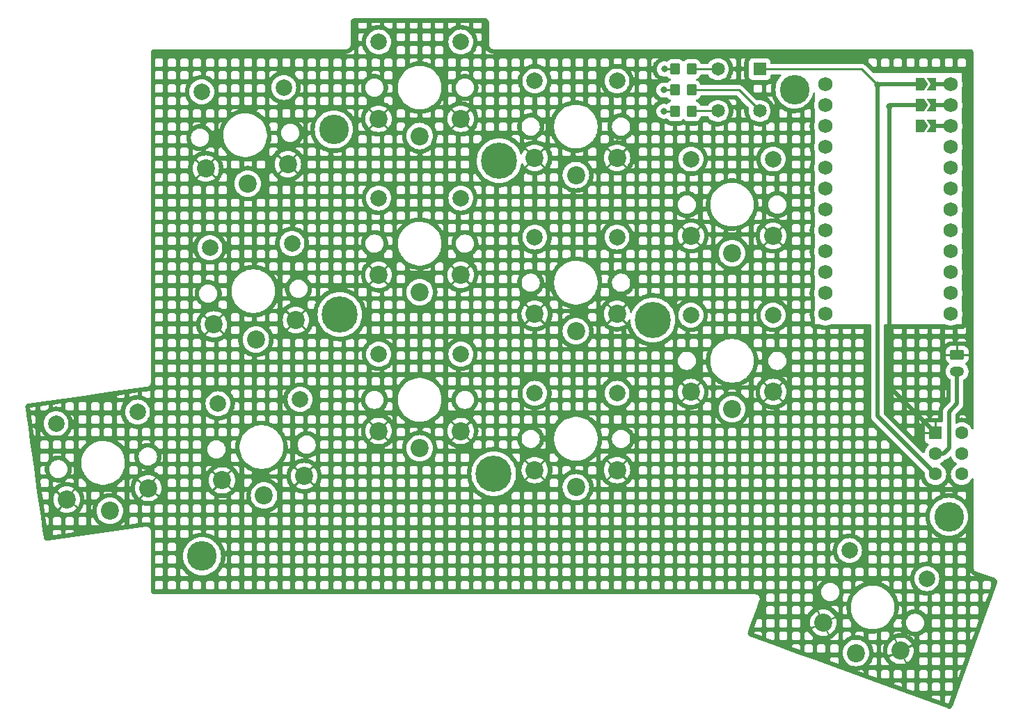
<source format=gbr>
%TF.GenerationSoftware,KiCad,Pcbnew,8.0.6-1.fc41*%
%TF.CreationDate,2024-12-09T09:59:40+11:00*%
%TF.ProjectId,pueo-mx-spaced,7075656f-2d6d-4782-9d73-70616365642e,0.1*%
%TF.SameCoordinates,Original*%
%TF.FileFunction,Copper,L2,Bot*%
%TF.FilePolarity,Positive*%
%FSLAX46Y46*%
G04 Gerber Fmt 4.6, Leading zero omitted, Abs format (unit mm)*
G04 Created by KiCad (PCBNEW 8.0.6-1.fc41) date 2024-12-09 09:59:40*
%MOMM*%
%LPD*%
G01*
G04 APERTURE LIST*
G04 Aperture macros list*
%AMRoundRect*
0 Rectangle with rounded corners*
0 $1 Rounding radius*
0 $2 $3 $4 $5 $6 $7 $8 $9 X,Y pos of 4 corners*
0 Add a 4 corners polygon primitive as box body*
4,1,4,$2,$3,$4,$5,$6,$7,$8,$9,$2,$3,0*
0 Add four circle primitives for the rounded corners*
1,1,$1+$1,$2,$3*
1,1,$1+$1,$4,$5*
1,1,$1+$1,$6,$7*
1,1,$1+$1,$8,$9*
0 Add four rect primitives between the rounded corners*
20,1,$1+$1,$2,$3,$4,$5,0*
20,1,$1+$1,$4,$5,$6,$7,0*
20,1,$1+$1,$6,$7,$8,$9,0*
20,1,$1+$1,$8,$9,$2,$3,0*%
%AMFreePoly0*
4,1,6,0.150000,0.000000,0.650000,-0.750000,-0.500000,-0.750000,-0.500000,0.750000,0.650000,0.750000,0.150000,0.000000,0.150000,0.000000,$1*%
%AMFreePoly1*
4,1,6,0.500000,-0.750000,-0.500000,-0.750000,-1.000000,0.000000,-0.500000,0.750000,0.500000,0.750000,0.500000,-0.750000,0.500000,-0.750000,$1*%
G04 Aperture macros list end*
%TA.AperFunction,ComponentPad*%
%ADD10RoundRect,0.250000X-0.625000X0.350000X-0.625000X-0.350000X0.625000X-0.350000X0.625000X0.350000X0*%
%TD*%
%TA.AperFunction,ComponentPad*%
%ADD11R,1.600000X1.600000*%
%TD*%
%TA.AperFunction,ComponentPad*%
%ADD12C,1.600000*%
%TD*%
%TA.AperFunction,ComponentPad*%
%ADD13O,1.750000X1.200000*%
%TD*%
%TA.AperFunction,ComponentPad*%
%ADD14C,3.600000*%
%TD*%
%TA.AperFunction,ComponentPad*%
%ADD15C,4.400000*%
%TD*%
%TA.AperFunction,SMDPad,CuDef*%
%ADD16RoundRect,0.250000X0.350000X0.450000X-0.350000X0.450000X-0.350000X-0.450000X0.350000X-0.450000X0*%
%TD*%
%TA.AperFunction,ComponentPad*%
%ADD17R,1.640000X1.640000*%
%TD*%
%TA.AperFunction,ComponentPad*%
%ADD18C,1.640000*%
%TD*%
%TA.AperFunction,ComponentPad*%
%ADD19C,2.000000*%
%TD*%
%TA.AperFunction,ComponentPad*%
%ADD20C,2.200000*%
%TD*%
%TA.AperFunction,ComponentPad*%
%ADD21C,1.752600*%
%TD*%
%TA.AperFunction,SMDPad,CuDef*%
%ADD22R,1.524000X0.500000*%
%TD*%
%TA.AperFunction,SMDPad,CuDef*%
%ADD23FreePoly0,180.000000*%
%TD*%
%TA.AperFunction,SMDPad,CuDef*%
%ADD24FreePoly1,180.000000*%
%TD*%
%TA.AperFunction,ViaPad*%
%ADD25C,0.800000*%
%TD*%
%TA.AperFunction,Conductor*%
%ADD26C,0.500000*%
%TD*%
%TA.AperFunction,Conductor*%
%ADD27C,0.250000*%
%TD*%
G04 APERTURE END LIST*
D10*
%TO.P,,1,Pin_1*%
%TO.N,GND*%
X201282701Y-93048471D03*
%TD*%
D11*
%TO.P,on/off,1*%
%TO.N,GND*%
X198638611Y-102553469D03*
D12*
%TO.P,on/off,2*%
%TO.N,N/C*%
X198638604Y-105053469D03*
%TO.P,on/off,3*%
%TO.N,RAW*%
X198638619Y-107553467D03*
%TO.P,on/off,4*%
%TO.N,N/C*%
X201838621Y-102553461D03*
%TO.P,on/off,5*%
X201838616Y-105053469D03*
%TO.P,on/off,6*%
X201838605Y-107553468D03*
%TD*%
D13*
%TO.P,,2,Pin_2*%
%TO.N,N/C*%
X201282700Y-95048470D03*
%TD*%
D14*
%TO.P,,1*%
%TO.N,N/C*%
X200274472Y-112742162D03*
%TD*%
D15*
%TO.P,REF\u002A\u002A,1*%
%TO.N,N/C*%
X126176986Y-88128899D03*
X145556553Y-69414268D03*
X144891617Y-107508466D03*
X164271184Y-88793835D03*
%TD*%
%TO.P,,1*%
%TO.N,N/C*%
X144891617Y-107508466D03*
%TD*%
D16*
%TO.P,REF\u002A\u002A,1*%
%TO.N,N/C*%
X168981278Y-60817946D03*
%TO.P,REF\u002A\u002A,2*%
%TO.N,P6*%
X166981278Y-60817942D03*
%TD*%
%TO.P,REF\u002A\u002A,1*%
%TO.N,N/C*%
X168981278Y-58254490D03*
%TO.P,REF\u002A\u002A,2*%
%TO.N,P5*%
X166981278Y-58254486D03*
%TD*%
D17*
%TO.P,REF\u002A\u002A,1*%
%TO.N,RAW*%
X177248141Y-58277937D03*
D18*
%TO.P,REF\u002A\u002A,2*%
%TO.N,N/C*%
X177248141Y-63357939D03*
%TO.P,REF\u002A\u002A,3*%
X172168139Y-63357939D03*
%TO.P,REF\u002A\u002A,4*%
X172168139Y-58277937D03*
%TD*%
D16*
%TO.P,REF\u002A\u002A,1*%
%TO.N,N/C*%
X168981279Y-63404491D03*
%TO.P,REF\u002A\u002A,2*%
%TO.N,P7*%
X166981279Y-63404487D03*
%TD*%
D19*
%TO.P,S4,*%
%TO.N,*%
X109370515Y-61031412D03*
X119356810Y-60508052D03*
D20*
%TO.P,S4,1*%
%TO.N,P18*%
X114962907Y-72204038D03*
%TO.P,S4,2*%
%TO.N,GND*%
X109859854Y-70368598D03*
%TO.P,S4,3*%
X119846150Y-69845238D03*
%TD*%
D19*
%TO.P,S13,*%
%TO.N,*%
X188191365Y-116853071D03*
X197588289Y-120273275D03*
D20*
%TO.P,S13,1*%
%TO.N,P10*%
X188973696Y-129322655D03*
%TO.P,S13,2*%
%TO.N,GND*%
X184993475Y-125639199D03*
%TO.P,S13,3*%
X194390402Y-129059401D03*
%TD*%
D19*
%TO.P,S8,*%
%TO.N,*%
X149891615Y-97708468D03*
X159891617Y-97708465D03*
D20*
%TO.P,S8,1*%
%TO.N,P2*%
X154891617Y-109158468D03*
%TO.P,S8,2*%
%TO.N,GND*%
X149891617Y-107058466D03*
%TO.P,S8,3*%
X159891617Y-107058466D03*
%TD*%
D19*
%TO.P,S3,*%
%TO.N,*%
X110364897Y-80005369D03*
X120351192Y-79482009D03*
D20*
%TO.P,S3,1*%
%TO.N,P15*%
X115957289Y-91177995D03*
%TO.P,S3,2*%
%TO.N,GND*%
X110854236Y-89342555D03*
%TO.P,S3,3*%
X120840532Y-88819195D03*
%TD*%
D19*
%TO.P,S5,*%
%TO.N,*%
X130891614Y-92958472D03*
X140891616Y-92958469D03*
D20*
%TO.P,S5,1*%
%TO.N,P19*%
X135891616Y-104408472D03*
%TO.P,S5,2*%
%TO.N,GND*%
X130891616Y-102308470D03*
%TO.P,S5,3*%
X140891616Y-102308470D03*
%TD*%
D14*
%TO.P,REF\u002A\u002A,1*%
%TO.N,N/C*%
X109402834Y-117541819D03*
%TD*%
D19*
%TO.P,S12,*%
%TO.N,*%
X168891617Y-69208471D03*
X178891619Y-69208468D03*
D20*
%TO.P,S12,1*%
%TO.N,P9*%
X173891619Y-80658471D03*
%TO.P,S12,2*%
%TO.N,GND*%
X168891619Y-78558469D03*
%TO.P,S12,3*%
X178891619Y-78558469D03*
%TD*%
D14*
%TO.P,REF\u002A\u002A,1*%
%TO.N,N/C*%
X125439323Y-65613080D03*
%TD*%
D19*
%TO.P,S11,*%
%TO.N,*%
X168891615Y-88208467D03*
X178891617Y-88208464D03*
D20*
%TO.P,S11,1*%
%TO.N,P8*%
X173891617Y-99658467D03*
%TO.P,S11,2*%
%TO.N,GND*%
X168891617Y-97558465D03*
%TO.P,S11,3*%
X178891617Y-97558465D03*
%TD*%
D19*
%TO.P,S10,*%
%TO.N,*%
X149891616Y-59708471D03*
X159891618Y-59708468D03*
D20*
%TO.P,S10,1*%
%TO.N,P4*%
X154891618Y-71158471D03*
%TO.P,S10,2*%
%TO.N,GND*%
X149891618Y-69058469D03*
%TO.P,S10,3*%
X159891618Y-69058469D03*
%TD*%
D14*
%TO.P,REF\u002A\u002A,1*%
%TO.N,N/C*%
X181491618Y-60758466D03*
%TD*%
D21*
%TO.P,MCU1,*%
%TO.N,*%
X200511617Y-60138469D03*
D22*
X199166618Y-60138466D03*
D23*
X198216619Y-60138469D03*
D21*
X185271617Y-60138467D03*
X200511619Y-62678469D03*
D22*
X199166618Y-62678468D03*
D23*
X198216618Y-62678469D03*
D21*
X185271617Y-62678469D03*
X200511618Y-65218469D03*
D22*
X199166618Y-65218467D03*
D23*
X198216617Y-65218468D03*
D21*
X185271620Y-65218466D03*
X200511618Y-67758468D03*
X185271620Y-67758467D03*
D24*
%TO.P,MCU1,1*%
%TO.N,RAW*%
X196766620Y-60138468D03*
%TO.P,MCU1,2*%
%TO.N,GND*%
X196766617Y-62678468D03*
%TO.P,MCU1,3*%
%TO.N,RST*%
X196766618Y-65218468D03*
D21*
%TO.P,MCU1,5*%
%TO.N,P21*%
X200511618Y-70298469D03*
%TO.P,MCU1,6*%
%TO.N,P20*%
X200511619Y-72838467D03*
%TO.P,MCU1,7*%
%TO.N,P19*%
X200511618Y-75378468D03*
%TO.P,MCU1,8*%
%TO.N,P18*%
X200511618Y-77918468D03*
%TO.P,MCU1,9*%
%TO.N,P15*%
X200511616Y-80458469D03*
%TO.P,MCU1,10*%
%TO.N,P14*%
X200511616Y-82998470D03*
%TO.P,MCU1,11*%
%TO.N,P16*%
X200511619Y-85538467D03*
%TO.P,MCU1,12*%
%TO.N,P10*%
X200511619Y-88078469D03*
%TO.P,MCU1,17*%
%TO.N,P2*%
X185271618Y-70298468D03*
%TO.P,MCU1,18*%
%TO.N,P3*%
X185271618Y-72838468D03*
%TO.P,MCU1,19*%
%TO.N,P4*%
X185271617Y-75378469D03*
%TO.P,MCU1,20*%
%TO.N,P5*%
X185271618Y-77918467D03*
%TO.P,MCU1,21*%
%TO.N,P6*%
X185271618Y-80458468D03*
%TO.P,MCU1,22*%
%TO.N,P7*%
X185271618Y-82998467D03*
%TO.P,MCU1,23*%
%TO.N,P8*%
X185271617Y-85538467D03*
%TO.P,MCU1,24*%
%TO.N,P9*%
X185271619Y-88078467D03*
%TD*%
D19*
%TO.P,S6,*%
%TO.N,*%
X130891613Y-73958468D03*
X140891615Y-73958465D03*
D20*
%TO.P,S6,1*%
%TO.N,P20*%
X135891615Y-85408468D03*
%TO.P,S6,2*%
%TO.N,GND*%
X130891615Y-83308466D03*
%TO.P,S6,3*%
X140891615Y-83308466D03*
%TD*%
D19*
%TO.P,S2,*%
%TO.N,*%
X111359282Y-98979331D03*
X121345577Y-98455971D03*
D20*
%TO.P,S2,1*%
%TO.N,P14*%
X116951674Y-110151957D03*
%TO.P,S2,2*%
%TO.N,GND*%
X111848621Y-108316517D03*
%TO.P,S2,3*%
X121834917Y-107793157D03*
%TD*%
D19*
%TO.P,S7,*%
%TO.N,*%
X130891616Y-54958469D03*
X140891618Y-54958466D03*
D20*
%TO.P,S7,1*%
%TO.N,P21*%
X135891618Y-66408469D03*
%TO.P,S7,2*%
%TO.N,GND*%
X130891618Y-64308467D03*
%TO.P,S7,3*%
X140891618Y-64308467D03*
%TD*%
D14*
%TO.P,REF\u002A\u002A,1*%
%TO.N,N/C*%
X200274472Y-112742162D03*
%TD*%
D19*
%TO.P,S1,*%
%TO.N,*%
X91650928Y-101385057D03*
X101553607Y-99993327D03*
D20*
%TO.P,S1,1*%
%TO.N,P16*%
X98195799Y-112027760D03*
%TO.P,S1,2*%
%TO.N,GND*%
X92952196Y-110644060D03*
%TO.P,S1,3*%
X102854877Y-109252331D03*
%TD*%
D19*
%TO.P,S9,*%
%TO.N,*%
X149891617Y-78708471D03*
X159891619Y-78708468D03*
D20*
%TO.P,S9,1*%
%TO.N,P3*%
X154891619Y-90158471D03*
%TO.P,S9,2*%
%TO.N,GND*%
X149891619Y-88058469D03*
%TO.P,S9,3*%
X159891619Y-88058469D03*
%TD*%
D25*
%TO.N,GND*%
X193000000Y-62800000D03*
%TO.N,RAW*%
X191600000Y-60200000D03*
%TO.N,P7*%
X165603292Y-63404489D03*
%TO.N,P5*%
X165652995Y-58254490D03*
%TO.N,P6*%
X165589550Y-60817940D03*
%TD*%
D26*
%TO.N,GND*%
X198638611Y-102553469D02*
X193000000Y-96914858D01*
X193000000Y-96914858D02*
X193000000Y-62800000D01*
%TO.N,RAW*%
X198638619Y-107553467D02*
X191600000Y-100514848D01*
X191600000Y-100514848D02*
X191600000Y-60200000D01*
D27*
X191600000Y-60200000D02*
X189677937Y-58277937D01*
X189677937Y-58277937D02*
X177248141Y-58277937D01*
D26*
%TO.N,GND*%
X193121532Y-62678468D02*
X193000000Y-62800000D01*
X196766617Y-62678468D02*
X193121532Y-62678468D01*
%TO.N,RAW*%
X191661532Y-60138468D02*
X191600000Y-60200000D01*
X196766620Y-60138468D02*
X191661532Y-60138468D01*
%TO.N,*%
X198638603Y-105053469D02*
X199636706Y-105053467D01*
X199636706Y-105053467D02*
X200282579Y-104407599D01*
X200282579Y-104407599D02*
X200282582Y-99967470D01*
X200282582Y-99967470D02*
X201282699Y-98967347D01*
X201282699Y-98967347D02*
X201282700Y-95048470D01*
D27*
%TO.N,P7*%
X166981279Y-63404490D02*
X165603292Y-63404489D01*
%TO.N,P5*%
X166981280Y-58254495D02*
X165652995Y-58254490D01*
%TO.N,P6*%
X166981279Y-60817940D02*
X165589550Y-60817940D01*
%TO.N,*%
X177248146Y-63357937D02*
X174708140Y-60817938D01*
X174708140Y-60817938D02*
X168981280Y-60817945D01*
X169027834Y-63357941D02*
X168981279Y-63404489D01*
X172168141Y-63357939D02*
X169027834Y-63357941D01*
X169004727Y-58277939D02*
X168981278Y-58254492D01*
X172168143Y-58277938D02*
X169004727Y-58277939D01*
%TO.N,RAW*%
X177248143Y-58277939D02*
X177396733Y-58129343D01*
%TD*%
%TA.AperFunction,Conductor*%
%TO.N,GND*%
G36*
X143845339Y-52083969D02*
G01*
X143845385Y-52083978D01*
X143867099Y-52083974D01*
X143867100Y-52083975D01*
X143883505Y-52083972D01*
X143899689Y-52085030D01*
X143985319Y-52096292D01*
X144016581Y-52104664D01*
X144088806Y-52134574D01*
X144116844Y-52150759D01*
X144178859Y-52198341D01*
X144201753Y-52221235D01*
X144249334Y-52283245D01*
X144265521Y-52311284D01*
X144295429Y-52383500D01*
X144303806Y-52414775D01*
X144315057Y-52500309D01*
X144316116Y-52516494D01*
X144316112Y-52553085D01*
X144316117Y-52553116D01*
X144316117Y-55222109D01*
X144316114Y-55222141D01*
X144316118Y-55258477D01*
X144316118Y-55285206D01*
X144316135Y-55285388D01*
X144316140Y-55323314D01*
X144345006Y-55449737D01*
X144345009Y-55449744D01*
X144401276Y-55566570D01*
X144482128Y-55667954D01*
X144500955Y-55682969D01*
X144583512Y-55748812D01*
X144700343Y-55805086D01*
X144826765Y-55833958D01*
X144862156Y-55833962D01*
X144862197Y-55833967D01*
X144876598Y-55833967D01*
X144891605Y-55833967D01*
X144891610Y-55833967D01*
X144916135Y-55833971D01*
X144916135Y-55833970D01*
X144937217Y-55833973D01*
X144937256Y-55833967D01*
X202795338Y-55833967D01*
X202795384Y-55833976D01*
X202817098Y-55833972D01*
X202817099Y-55833973D01*
X202833505Y-55833970D01*
X202849687Y-55835028D01*
X202935315Y-55846290D01*
X202966584Y-55854663D01*
X203038808Y-55884571D01*
X203066846Y-55900757D01*
X203128858Y-55948337D01*
X203151751Y-55971229D01*
X203199336Y-56033244D01*
X203215522Y-56061282D01*
X203245430Y-56133499D01*
X203253807Y-56164770D01*
X203265058Y-56250301D01*
X203266117Y-56266487D01*
X203266113Y-56303084D01*
X203266118Y-56303115D01*
X203266118Y-101959238D01*
X203246433Y-102026277D01*
X203193629Y-102072032D01*
X203124471Y-102081976D01*
X203060915Y-102052951D01*
X203029736Y-102011642D01*
X203020131Y-101991043D01*
X202976144Y-101896712D01*
X202844819Y-101709161D01*
X202682921Y-101547263D01*
X202495370Y-101415938D01*
X202495366Y-101415936D01*
X202287870Y-101319179D01*
X202287859Y-101319175D01*
X202066710Y-101259918D01*
X202066702Y-101259917D01*
X201838623Y-101239963D01*
X201838619Y-101239963D01*
X201610539Y-101259917D01*
X201610531Y-101259918D01*
X201389382Y-101319175D01*
X201389371Y-101319179D01*
X201217484Y-101399331D01*
X201148407Y-101409823D01*
X201084623Y-101381303D01*
X201046384Y-101322826D01*
X201041080Y-101286949D01*
X201041080Y-100899945D01*
X201041080Y-100508635D01*
X201589080Y-100508635D01*
X201589080Y-100711702D01*
X201802774Y-100693006D01*
X201808173Y-100692652D01*
X201821253Y-100692081D01*
X201826661Y-100691963D01*
X201850581Y-100691963D01*
X201855989Y-100692081D01*
X201869069Y-100692652D01*
X201874468Y-100693006D01*
X202126383Y-100715046D01*
X202131757Y-100715634D01*
X202144734Y-100717342D01*
X202150087Y-100718166D01*
X202173644Y-100722320D01*
X202178947Y-100723375D01*
X202191731Y-100726209D01*
X202196987Y-100727495D01*
X202317948Y-100759906D01*
X202317948Y-100534329D01*
X202165586Y-100381967D01*
X201715748Y-100381967D01*
X201589080Y-100508635D01*
X201041080Y-100508635D01*
X201041080Y-100333006D01*
X201060765Y-100265971D01*
X201077391Y-100245338D01*
X201871866Y-99450861D01*
X201913485Y-99388573D01*
X201954873Y-99326631D01*
X202012050Y-99188593D01*
X202027517Y-99110838D01*
X202041199Y-99042055D01*
X202041199Y-96122200D01*
X202060884Y-96055161D01*
X202108903Y-96011716D01*
X202138681Y-95996544D01*
X202279839Y-95893987D01*
X202403217Y-95770609D01*
X202505774Y-95629451D01*
X202584988Y-95473986D01*
X202638905Y-95308044D01*
X202666200Y-95135711D01*
X202666200Y-94961229D01*
X202638905Y-94788896D01*
X202599334Y-94667108D01*
X202584989Y-94622956D01*
X202584988Y-94622953D01*
X202557556Y-94569116D01*
X202505774Y-94467489D01*
X202473848Y-94423546D01*
X202403222Y-94326337D01*
X202403218Y-94326332D01*
X202296207Y-94219321D01*
X202262722Y-94157998D01*
X202267706Y-94088306D01*
X202309578Y-94032373D01*
X202318792Y-94026101D01*
X202376044Y-93990788D01*
X202500016Y-93866816D01*
X202592057Y-93717595D01*
X202592059Y-93717590D01*
X202647206Y-93551168D01*
X202647207Y-93551161D01*
X202657700Y-93448457D01*
X202657701Y-93448444D01*
X202657701Y-93173471D01*
X201637436Y-93173471D01*
X201657701Y-93097841D01*
X201657701Y-92999101D01*
X201637436Y-92923471D01*
X202657700Y-92923471D01*
X202657700Y-92648499D01*
X202657699Y-92648484D01*
X202647206Y-92545773D01*
X202592059Y-92379351D01*
X202592057Y-92379346D01*
X202500016Y-92230125D01*
X202376046Y-92106155D01*
X202226825Y-92014114D01*
X202226820Y-92014112D01*
X202060398Y-91958965D01*
X202060391Y-91958964D01*
X201957687Y-91948471D01*
X201407701Y-91948471D01*
X201407701Y-92693736D01*
X201332071Y-92673471D01*
X201233331Y-92673471D01*
X201157701Y-92693736D01*
X201157701Y-91948471D01*
X200607729Y-91948471D01*
X200607713Y-91948472D01*
X200505003Y-91958965D01*
X200338581Y-92014112D01*
X200338576Y-92014114D01*
X200189355Y-92106155D01*
X200065385Y-92230125D01*
X199973344Y-92379346D01*
X199973342Y-92379351D01*
X199918195Y-92545773D01*
X199918194Y-92545780D01*
X199907701Y-92648484D01*
X199907701Y-92923471D01*
X200927966Y-92923471D01*
X200907701Y-92999101D01*
X200907701Y-93097841D01*
X200927966Y-93173471D01*
X199907702Y-93173471D01*
X199907702Y-93448457D01*
X199918195Y-93551168D01*
X199973342Y-93717590D01*
X199973344Y-93717595D01*
X200065385Y-93866816D01*
X200189357Y-93990788D01*
X200246608Y-94026100D01*
X200293333Y-94078047D01*
X200304556Y-94147010D01*
X200276713Y-94211092D01*
X200269194Y-94219320D01*
X200162176Y-94326338D01*
X200059628Y-94467485D01*
X199980411Y-94622953D01*
X199980410Y-94622956D01*
X199926495Y-94788894D01*
X199899200Y-94961229D01*
X199899200Y-95135710D01*
X199926495Y-95308045D01*
X199980410Y-95473983D01*
X199980411Y-95473986D01*
X200059628Y-95629454D01*
X200162177Y-95770602D01*
X200162181Y-95770607D01*
X200285562Y-95893988D01*
X200285567Y-95893992D01*
X200373047Y-95957549D01*
X200426719Y-95996544D01*
X200456494Y-96011715D01*
X200507290Y-96059690D01*
X200524199Y-96122200D01*
X200524199Y-98601804D01*
X200504514Y-98668843D01*
X200487881Y-98689485D01*
X199693410Y-99483961D01*
X199663198Y-99529179D01*
X199627404Y-99582750D01*
X199627403Y-99582751D01*
X199610408Y-99608185D01*
X199610404Y-99608192D01*
X199553231Y-99746221D01*
X199553230Y-99746225D01*
X199553230Y-99746226D01*
X199541696Y-99804211D01*
X199538632Y-99819615D01*
X199524082Y-99892761D01*
X199524081Y-99892762D01*
X199524081Y-101129469D01*
X199504396Y-101196509D01*
X199451592Y-101242263D01*
X199400081Y-101253469D01*
X198763611Y-101253469D01*
X198763611Y-102172851D01*
X198691272Y-102153469D01*
X198585950Y-102153469D01*
X198513611Y-102172851D01*
X198513611Y-101253469D01*
X197790766Y-101253469D01*
X197731238Y-101259870D01*
X197731231Y-101259872D01*
X197596524Y-101310114D01*
X197596517Y-101310118D01*
X197481423Y-101396278D01*
X197481420Y-101396281D01*
X197395260Y-101511375D01*
X197395256Y-101511382D01*
X197345014Y-101646089D01*
X197345012Y-101646096D01*
X197338611Y-101705624D01*
X197338611Y-102428469D01*
X198257994Y-102428469D01*
X198238611Y-102500808D01*
X198238611Y-102606130D01*
X198257994Y-102678469D01*
X197338611Y-102678469D01*
X197338611Y-103401313D01*
X197345012Y-103460841D01*
X197345014Y-103460848D01*
X197395256Y-103595555D01*
X197395260Y-103595562D01*
X197481420Y-103710656D01*
X197481422Y-103710658D01*
X197596517Y-103796819D01*
X197596524Y-103796823D01*
X197738503Y-103849778D01*
X197737710Y-103851902D01*
X197788504Y-103880819D01*
X197820896Y-103942727D01*
X197814676Y-104012319D01*
X197786963Y-104054612D01*
X197632406Y-104209169D01*
X197583386Y-104279177D01*
X197501080Y-104396721D01*
X197501079Y-104396723D01*
X197404322Y-104604219D01*
X197404318Y-104604230D01*
X197345061Y-104825379D01*
X197345060Y-104825386D01*
X197339126Y-104893212D01*
X197313673Y-104958280D01*
X197257081Y-104999258D01*
X197187319Y-105003135D01*
X197127917Y-104970084D01*
X194242162Y-102084329D01*
X195115948Y-102084329D01*
X195115948Y-102183127D01*
X195866788Y-102933967D01*
X195965586Y-102933967D01*
X196117948Y-102781605D01*
X196117948Y-102084329D01*
X195965586Y-101931967D01*
X195268310Y-101931967D01*
X195115948Y-102084329D01*
X194242162Y-102084329D01*
X192692162Y-100534329D01*
X193565948Y-100534329D01*
X193565948Y-100633127D01*
X194316788Y-101383967D01*
X194415586Y-101383967D01*
X194567948Y-101231605D01*
X194567948Y-100534329D01*
X195115948Y-100534329D01*
X195115948Y-101231605D01*
X195268310Y-101383967D01*
X195965586Y-101383967D01*
X196117948Y-101231605D01*
X196117948Y-100534329D01*
X196665948Y-100534329D01*
X196665948Y-101231605D01*
X196818310Y-101383967D01*
X196857904Y-101383967D01*
X196888652Y-101301526D01*
X196892039Y-101293348D01*
X196900942Y-101273853D01*
X196904907Y-101265934D01*
X196923679Y-101231558D01*
X196928193Y-101223950D01*
X196939778Y-101205923D01*
X196944828Y-101198649D01*
X197054464Y-101052196D01*
X197060017Y-101045306D01*
X197074049Y-101029112D01*
X197080081Y-101022633D01*
X197107775Y-100994939D01*
X197114254Y-100988907D01*
X197130448Y-100974875D01*
X197137338Y-100969322D01*
X197283791Y-100859686D01*
X197291065Y-100854636D01*
X197309092Y-100843051D01*
X197316700Y-100838537D01*
X197351076Y-100819765D01*
X197358995Y-100815800D01*
X197378490Y-100806897D01*
X197386668Y-100803510D01*
X197555785Y-100740434D01*
X197563126Y-100737955D01*
X197581074Y-100732511D01*
X197588553Y-100730495D01*
X197621896Y-100722617D01*
X197629486Y-100721072D01*
X197647957Y-100717910D01*
X197655623Y-100716843D01*
X197667948Y-100715517D01*
X197667948Y-100534329D01*
X198215948Y-100534329D01*
X198215948Y-100705469D01*
X198624647Y-100705469D01*
X198638611Y-100708246D01*
X198652575Y-100705469D01*
X198976081Y-100705469D01*
X198976082Y-100381967D01*
X198368310Y-100381967D01*
X198215948Y-100534329D01*
X197667948Y-100534329D01*
X197515586Y-100381967D01*
X196818310Y-100381967D01*
X196665948Y-100534329D01*
X196117948Y-100534329D01*
X195965586Y-100381967D01*
X195268310Y-100381967D01*
X195115948Y-100534329D01*
X194567948Y-100534329D01*
X194415586Y-100381967D01*
X193718310Y-100381967D01*
X193565948Y-100534329D01*
X192692162Y-100534329D01*
X192394819Y-100236986D01*
X192361334Y-100175663D01*
X192358500Y-100149305D01*
X192358500Y-98984329D01*
X193565948Y-98984329D01*
X193565948Y-99681605D01*
X193718310Y-99833967D01*
X194415586Y-99833967D01*
X194567948Y-99681605D01*
X194567948Y-98984329D01*
X195115948Y-98984329D01*
X195115948Y-99681605D01*
X195268310Y-99833967D01*
X195965586Y-99833967D01*
X196117948Y-99681605D01*
X196117948Y-98984329D01*
X196665948Y-98984329D01*
X196665948Y-99681605D01*
X196818310Y-99833967D01*
X197515586Y-99833967D01*
X197667948Y-99681605D01*
X197667948Y-98984329D01*
X198215948Y-98984329D01*
X198215948Y-99681605D01*
X198368310Y-99833967D01*
X198979222Y-99833967D01*
X198980039Y-99825664D01*
X198980785Y-99819615D01*
X198982947Y-99805044D01*
X198983987Y-99799051D01*
X199004226Y-99697302D01*
X199018384Y-99626120D01*
X199019718Y-99620180D01*
X199023298Y-99605888D01*
X199024922Y-99600020D01*
X199032735Y-99574266D01*
X199034644Y-99568489D01*
X199039605Y-99554624D01*
X199041795Y-99548946D01*
X199109272Y-99386042D01*
X199111739Y-99380477D01*
X199118040Y-99367155D01*
X199120779Y-99361713D01*
X199133467Y-99337979D01*
X199136462Y-99332692D01*
X199144030Y-99320065D01*
X199147288Y-99314921D01*
X199171756Y-99278302D01*
X199207549Y-99224733D01*
X199217948Y-99209169D01*
X199217948Y-98984329D01*
X199065586Y-98831967D01*
X198368310Y-98831967D01*
X198215948Y-98984329D01*
X197667948Y-98984329D01*
X197515586Y-98831967D01*
X196818310Y-98831967D01*
X196665948Y-98984329D01*
X196117948Y-98984329D01*
X195965586Y-98831967D01*
X195268310Y-98831967D01*
X195115948Y-98984329D01*
X194567948Y-98984329D01*
X194415586Y-98831967D01*
X193718310Y-98831967D01*
X193565948Y-98984329D01*
X192358500Y-98984329D01*
X192358500Y-97434329D01*
X193565948Y-97434329D01*
X193565948Y-98131605D01*
X193718310Y-98283967D01*
X194415586Y-98283967D01*
X194567948Y-98131605D01*
X194567948Y-97434329D01*
X195115948Y-97434329D01*
X195115948Y-98131605D01*
X195268310Y-98283967D01*
X195965586Y-98283967D01*
X196117948Y-98131605D01*
X196117948Y-97434329D01*
X196665948Y-97434329D01*
X196665948Y-98131605D01*
X196818310Y-98283967D01*
X197515586Y-98283967D01*
X197667948Y-98131605D01*
X197667948Y-97434329D01*
X198215948Y-97434329D01*
X198215948Y-98131605D01*
X198368310Y-98283967D01*
X199065586Y-98283967D01*
X199217948Y-98131605D01*
X199217948Y-97434329D01*
X199765948Y-97434329D01*
X199765948Y-98131605D01*
X199918310Y-98283967D01*
X199976199Y-98283967D01*
X199976199Y-97281967D01*
X199918310Y-97281967D01*
X199765948Y-97434329D01*
X199217948Y-97434329D01*
X199065586Y-97281967D01*
X198368310Y-97281967D01*
X198215948Y-97434329D01*
X197667948Y-97434329D01*
X197515586Y-97281967D01*
X196818310Y-97281967D01*
X196665948Y-97434329D01*
X196117948Y-97434329D01*
X195965586Y-97281967D01*
X195268310Y-97281967D01*
X195115948Y-97434329D01*
X194567948Y-97434329D01*
X194415586Y-97281967D01*
X193718310Y-97281967D01*
X193565948Y-97434329D01*
X192358500Y-97434329D01*
X192358500Y-95884329D01*
X193565948Y-95884329D01*
X193565948Y-96581605D01*
X193718310Y-96733967D01*
X194415586Y-96733967D01*
X194567948Y-96581605D01*
X194567948Y-95884329D01*
X195115948Y-95884329D01*
X195115948Y-96581605D01*
X195268310Y-96733967D01*
X195965586Y-96733967D01*
X196117948Y-96581605D01*
X196117948Y-95884329D01*
X196665948Y-95884329D01*
X196665948Y-96581605D01*
X196818310Y-96733967D01*
X197515586Y-96733967D01*
X197667948Y-96581605D01*
X197667948Y-95884329D01*
X198215948Y-95884329D01*
X198215948Y-96581605D01*
X198368310Y-96733967D01*
X199065586Y-96733967D01*
X199217948Y-96581605D01*
X199217948Y-95884329D01*
X199065586Y-95731967D01*
X198368310Y-95731967D01*
X198215948Y-95884329D01*
X197667948Y-95884329D01*
X197515586Y-95731967D01*
X196818310Y-95731967D01*
X196665948Y-95884329D01*
X196117948Y-95884329D01*
X195965586Y-95731967D01*
X195268310Y-95731967D01*
X195115948Y-95884329D01*
X194567948Y-95884329D01*
X194415586Y-95731967D01*
X193718310Y-95731967D01*
X193565948Y-95884329D01*
X192358500Y-95884329D01*
X192358500Y-94334329D01*
X193565948Y-94334329D01*
X193565948Y-95031605D01*
X193718310Y-95183967D01*
X194415586Y-95183967D01*
X194567948Y-95031605D01*
X194567948Y-94334329D01*
X195115948Y-94334329D01*
X195115948Y-95031605D01*
X195268310Y-95183967D01*
X195965586Y-95183967D01*
X196117948Y-95031605D01*
X196117948Y-94334329D01*
X196665948Y-94334329D01*
X196665948Y-95031605D01*
X196818310Y-95183967D01*
X197515586Y-95183967D01*
X197667948Y-95031605D01*
X197667948Y-94334329D01*
X198215948Y-94334329D01*
X198215948Y-95031605D01*
X198368310Y-95183967D01*
X199065586Y-95183967D01*
X199217948Y-95031605D01*
X199217948Y-94334329D01*
X199065586Y-94181967D01*
X198368310Y-94181967D01*
X198215948Y-94334329D01*
X197667948Y-94334329D01*
X197515586Y-94181967D01*
X196818310Y-94181967D01*
X196665948Y-94334329D01*
X196117948Y-94334329D01*
X195965586Y-94181967D01*
X195268310Y-94181967D01*
X195115948Y-94334329D01*
X194567948Y-94334329D01*
X194415586Y-94181967D01*
X193718310Y-94181967D01*
X193565948Y-94334329D01*
X192358500Y-94334329D01*
X192358500Y-92784329D01*
X193565948Y-92784329D01*
X193565948Y-93481605D01*
X193718310Y-93633967D01*
X194415586Y-93633967D01*
X194567948Y-93481605D01*
X194567948Y-92784329D01*
X195115948Y-92784329D01*
X195115948Y-93481605D01*
X195268310Y-93633967D01*
X195965586Y-93633967D01*
X196117948Y-93481605D01*
X196117948Y-92784329D01*
X196665948Y-92784329D01*
X196665948Y-93481605D01*
X196818310Y-93633967D01*
X197515586Y-93633967D01*
X197667948Y-93481605D01*
X197667948Y-92784329D01*
X198215948Y-92784329D01*
X198215948Y-93481605D01*
X198368310Y-93633967D01*
X199065586Y-93633967D01*
X199217948Y-93481605D01*
X199217948Y-92784329D01*
X199065586Y-92631967D01*
X198368310Y-92631967D01*
X198215948Y-92784329D01*
X197667948Y-92784329D01*
X197515586Y-92631967D01*
X196818310Y-92631967D01*
X196665948Y-92784329D01*
X196117948Y-92784329D01*
X195965586Y-92631967D01*
X195268310Y-92631967D01*
X195115948Y-92784329D01*
X194567948Y-92784329D01*
X194415586Y-92631967D01*
X193718310Y-92631967D01*
X193565948Y-92784329D01*
X192358500Y-92784329D01*
X192358500Y-91234329D01*
X193565948Y-91234329D01*
X193565948Y-91931605D01*
X193718310Y-92083967D01*
X194415586Y-92083967D01*
X194567948Y-91931605D01*
X194567948Y-91234329D01*
X195115948Y-91234329D01*
X195115948Y-91931605D01*
X195268310Y-92083967D01*
X195965586Y-92083967D01*
X196117948Y-91931605D01*
X196117948Y-91234329D01*
X196665948Y-91234329D01*
X196665948Y-91931605D01*
X196818310Y-92083967D01*
X197515586Y-92083967D01*
X197667948Y-91931605D01*
X197667948Y-91234329D01*
X198215948Y-91234329D01*
X198215948Y-91931605D01*
X198368310Y-92083967D01*
X199065586Y-92083967D01*
X199217948Y-91931605D01*
X199217948Y-91234329D01*
X199765948Y-91234329D01*
X199765948Y-91754575D01*
X199813141Y-91707382D01*
X199818386Y-91702433D01*
X199831425Y-91690829D01*
X199836950Y-91686193D01*
X199861975Y-91666405D01*
X199867761Y-91662097D01*
X199882065Y-91652081D01*
X199888093Y-91648116D01*
X200064471Y-91539325D01*
X200070720Y-91535718D01*
X200086090Y-91527431D01*
X200092534Y-91524194D01*
X200121447Y-91510712D01*
X200128074Y-91507854D01*
X200144294Y-91501411D01*
X200151067Y-91498946D01*
X200346829Y-91434076D01*
X200353302Y-91432125D01*
X200369100Y-91427830D01*
X200375677Y-91426234D01*
X200404923Y-91419974D01*
X200411576Y-91418738D01*
X200427740Y-91416191D01*
X200434439Y-91415322D01*
X200558972Y-91402600D01*
X200562111Y-91402320D01*
X200569728Y-91401737D01*
X200572888Y-91401535D01*
X200586818Y-91400826D01*
X200589969Y-91400706D01*
X200597598Y-91400512D01*
X200600750Y-91400472D01*
X200767948Y-91400471D01*
X200767948Y-91234329D01*
X201315948Y-91234329D01*
X201315948Y-91400471D01*
X201964652Y-91400471D01*
X201967805Y-91400511D01*
X201975433Y-91400705D01*
X201978582Y-91400825D01*
X201992514Y-91401534D01*
X201995673Y-91401735D01*
X202003292Y-91402318D01*
X202006434Y-91402599D01*
X202130973Y-91415323D01*
X202137675Y-91416193D01*
X202153848Y-91418742D01*
X202160506Y-91419979D01*
X202189750Y-91426241D01*
X202196318Y-91427835D01*
X202212105Y-91432127D01*
X202218578Y-91434078D01*
X202317948Y-91467005D01*
X202317948Y-91234329D01*
X202165586Y-91081967D01*
X201468310Y-91081967D01*
X201315948Y-91234329D01*
X200767948Y-91234329D01*
X200615586Y-91081967D01*
X199918310Y-91081967D01*
X199765948Y-91234329D01*
X199217948Y-91234329D01*
X199065586Y-91081967D01*
X198368310Y-91081967D01*
X198215948Y-91234329D01*
X197667948Y-91234329D01*
X197515586Y-91081967D01*
X196818310Y-91081967D01*
X196665948Y-91234329D01*
X196117948Y-91234329D01*
X195965586Y-91081967D01*
X195268310Y-91081967D01*
X195115948Y-91234329D01*
X194567948Y-91234329D01*
X194415586Y-91081967D01*
X193718310Y-91081967D01*
X193565948Y-91234329D01*
X192358500Y-91234329D01*
X192358500Y-90381605D01*
X193565948Y-90381605D01*
X193718310Y-90533967D01*
X194415586Y-90533967D01*
X194567948Y-90381605D01*
X195115948Y-90381605D01*
X195268310Y-90533967D01*
X195965586Y-90533967D01*
X196117948Y-90381605D01*
X196665948Y-90381605D01*
X196818310Y-90533967D01*
X197515586Y-90533967D01*
X197667948Y-90381605D01*
X198215948Y-90381605D01*
X198368310Y-90533967D01*
X199065586Y-90533967D01*
X199217948Y-90381605D01*
X199765948Y-90381605D01*
X199918310Y-90533967D01*
X200615586Y-90533967D01*
X200767948Y-90381605D01*
X200767948Y-89995220D01*
X200705389Y-90005660D01*
X200700316Y-90006399D01*
X200688009Y-90007933D01*
X200682910Y-90008462D01*
X200660327Y-90010333D01*
X200655218Y-90010650D01*
X200642826Y-90011163D01*
X200637697Y-90011269D01*
X200385541Y-90011269D01*
X200380412Y-90011163D01*
X200368020Y-90010650D01*
X200362911Y-90010333D01*
X200340328Y-90008462D01*
X200335229Y-90007933D01*
X200322922Y-90006399D01*
X200317850Y-90005660D01*
X200069132Y-89964157D01*
X200064089Y-89963208D01*
X200051949Y-89960662D01*
X200046958Y-89959507D01*
X200024992Y-89953944D01*
X200020059Y-89952586D01*
X200008173Y-89949048D01*
X200003286Y-89947482D01*
X199854692Y-89896469D01*
X201315948Y-89896469D01*
X201315948Y-90381605D01*
X201468310Y-90533967D01*
X202165586Y-90533967D01*
X202317948Y-90381605D01*
X202317948Y-89684329D01*
X202283009Y-89649390D01*
X202277626Y-89657448D01*
X202120596Y-89814478D01*
X202080368Y-89841358D01*
X201970106Y-89887030D01*
X201922653Y-89896469D01*
X201315948Y-89896469D01*
X199854692Y-89896469D01*
X199765948Y-89896469D01*
X199765948Y-90381605D01*
X199217948Y-90381605D01*
X199217948Y-89896469D01*
X198215948Y-89896469D01*
X198215948Y-90381605D01*
X197667948Y-90381605D01*
X197667948Y-89896469D01*
X196665948Y-89896469D01*
X196665948Y-90381605D01*
X196117948Y-90381605D01*
X196117948Y-89896469D01*
X195115948Y-89896469D01*
X195115948Y-90381605D01*
X194567948Y-90381605D01*
X194567948Y-89896469D01*
X193565948Y-89896469D01*
X193565948Y-90381605D01*
X192358500Y-90381605D01*
X192358500Y-89472469D01*
X192378185Y-89405430D01*
X192430989Y-89359675D01*
X192482500Y-89348469D01*
X199925444Y-89348469D01*
X199965707Y-89355188D01*
X200157290Y-89420958D01*
X200170506Y-89425495D01*
X200396871Y-89463269D01*
X200396872Y-89463269D01*
X200626366Y-89463269D01*
X200626367Y-89463269D01*
X200852732Y-89425495D01*
X200956408Y-89389903D01*
X201057531Y-89355188D01*
X201097794Y-89348469D01*
X201811617Y-89348469D01*
X201811617Y-88588161D01*
X201822063Y-88538346D01*
X201825876Y-88529654D01*
X201882213Y-88307181D01*
X201895024Y-88152584D01*
X201901165Y-88078474D01*
X201901165Y-88078463D01*
X201884374Y-87875832D01*
X201882213Y-87849757D01*
X201825876Y-87627284D01*
X201825875Y-87627280D01*
X201822061Y-87618585D01*
X201811617Y-87568776D01*
X201811617Y-86048159D01*
X201822063Y-85998344D01*
X201822775Y-85996721D01*
X201825876Y-85989652D01*
X201882213Y-85767179D01*
X201892192Y-85646752D01*
X201901165Y-85538472D01*
X201901165Y-85538461D01*
X201885743Y-85352356D01*
X201882213Y-85309755D01*
X201825876Y-85087282D01*
X201825875Y-85087278D01*
X201822061Y-85078583D01*
X201811617Y-85028774D01*
X201811617Y-83508155D01*
X201822064Y-83458339D01*
X201825870Y-83449661D01*
X201825873Y-83449654D01*
X201825874Y-83449652D01*
X201882210Y-83227182D01*
X201894665Y-83076875D01*
X201901162Y-82998475D01*
X201901162Y-82998464D01*
X201887491Y-82833484D01*
X201882210Y-82769758D01*
X201825873Y-82547285D01*
X201822061Y-82538594D01*
X201811617Y-82488784D01*
X201811617Y-80968154D01*
X201822064Y-80918338D01*
X201823835Y-80914299D01*
X201825873Y-80909654D01*
X201882210Y-80687181D01*
X201893014Y-80556794D01*
X201901162Y-80458474D01*
X201901162Y-80458463D01*
X201883339Y-80243386D01*
X201882210Y-80229757D01*
X201825873Y-80007284D01*
X201822061Y-79998593D01*
X201811617Y-79948783D01*
X201811617Y-78428156D01*
X201822063Y-78378342D01*
X201825875Y-78369652D01*
X201882212Y-78147180D01*
X201892489Y-78023157D01*
X201901164Y-77918473D01*
X201901164Y-77918462D01*
X201885197Y-77725782D01*
X201882212Y-77689756D01*
X201825875Y-77467283D01*
X201825875Y-77467282D01*
X201825874Y-77467279D01*
X201822062Y-77458589D01*
X201811617Y-77408778D01*
X201811617Y-75888156D01*
X201822063Y-75838342D01*
X201824516Y-75832750D01*
X201825875Y-75829653D01*
X201882212Y-75607180D01*
X201899581Y-75397570D01*
X201901164Y-75378473D01*
X201901164Y-75378462D01*
X201882212Y-75149759D01*
X201882212Y-75149756D01*
X201825875Y-74927283D01*
X201825874Y-74927279D01*
X201822062Y-74918589D01*
X201811617Y-74868778D01*
X201811617Y-73348158D01*
X201822062Y-73298345D01*
X201825876Y-73289652D01*
X201882213Y-73067179D01*
X201894059Y-72924219D01*
X201901165Y-72838472D01*
X201901165Y-72838461D01*
X201886964Y-72667092D01*
X201882213Y-72609755D01*
X201825876Y-72387282D01*
X201825873Y-72387275D01*
X201822062Y-72378586D01*
X201811617Y-72328774D01*
X201811617Y-70808157D01*
X201822063Y-70758343D01*
X201825875Y-70749653D01*
X201882212Y-70527181D01*
X201894586Y-70377848D01*
X201901164Y-70298474D01*
X201901164Y-70298463D01*
X201882651Y-70075057D01*
X201882212Y-70069757D01*
X201825875Y-69847284D01*
X201825875Y-69847283D01*
X201825874Y-69847280D01*
X201822062Y-69838590D01*
X201811617Y-69788779D01*
X201811617Y-68268156D01*
X201822063Y-68218342D01*
X201825875Y-68209653D01*
X201882212Y-67987180D01*
X201894072Y-67844055D01*
X201901164Y-67758473D01*
X201901164Y-67758462D01*
X201883225Y-67541978D01*
X201882212Y-67529756D01*
X201825875Y-67307283D01*
X201825875Y-67307282D01*
X201825874Y-67307279D01*
X201822062Y-67298589D01*
X201811617Y-67248778D01*
X201811617Y-65728157D01*
X201822063Y-65678342D01*
X201825875Y-65669654D01*
X201882212Y-65447181D01*
X201891109Y-65339811D01*
X201901164Y-65218474D01*
X201901164Y-65218463D01*
X201885382Y-65028010D01*
X201882212Y-64989757D01*
X201825875Y-64767284D01*
X201822060Y-64758588D01*
X201811617Y-64708780D01*
X201811617Y-63188160D01*
X201822062Y-63138347D01*
X201825876Y-63129654D01*
X201882213Y-62907181D01*
X201897452Y-62723279D01*
X201901165Y-62678474D01*
X201901165Y-62678463D01*
X201886044Y-62495989D01*
X201882213Y-62449757D01*
X201825876Y-62227284D01*
X201825875Y-62227281D01*
X201822062Y-62218588D01*
X201811617Y-62168777D01*
X201811617Y-60648155D01*
X201822064Y-60598339D01*
X201823462Y-60595152D01*
X201825874Y-60589654D01*
X201882211Y-60367181D01*
X201893220Y-60234329D01*
X201901163Y-60138474D01*
X201901163Y-60138463D01*
X201885146Y-59945179D01*
X201882211Y-59909757D01*
X201825874Y-59687284D01*
X201822060Y-59678591D01*
X201811617Y-59628782D01*
X201811617Y-59192010D01*
X201811618Y-58728468D01*
X201811617Y-58728467D01*
X191075733Y-58728467D01*
X191008694Y-58708782D01*
X190988052Y-58692148D01*
X190081773Y-57785868D01*
X190081769Y-57785865D01*
X189978018Y-57716540D01*
X189978009Y-57716535D01*
X189862722Y-57668782D01*
X189862714Y-57668780D01*
X189740335Y-57644437D01*
X189740331Y-57644437D01*
X178700641Y-57644437D01*
X178633602Y-57624752D01*
X178587847Y-57571948D01*
X178576641Y-57520437D01*
X178576641Y-57409299D01*
X178576640Y-57409282D01*
X178572702Y-57372661D01*
X178570130Y-57348736D01*
X178569670Y-57347503D01*
X178535673Y-57256355D01*
X178519030Y-57211733D01*
X178461086Y-57134329D01*
X190465948Y-57134329D01*
X190465948Y-57395055D01*
X191054859Y-57983967D01*
X191315586Y-57983967D01*
X191467948Y-57831605D01*
X191467948Y-57134329D01*
X192015948Y-57134329D01*
X192015948Y-57831605D01*
X192168310Y-57983967D01*
X192865586Y-57983967D01*
X193017948Y-57831605D01*
X193017948Y-57134329D01*
X193565948Y-57134329D01*
X193565948Y-57831605D01*
X193718310Y-57983967D01*
X194415586Y-57983967D01*
X194567948Y-57831605D01*
X194567948Y-57134329D01*
X195115948Y-57134329D01*
X195115948Y-57831605D01*
X195268310Y-57983967D01*
X195965586Y-57983967D01*
X196117948Y-57831605D01*
X196117948Y-57134329D01*
X196665948Y-57134329D01*
X196665948Y-57831605D01*
X196818310Y-57983967D01*
X197515586Y-57983967D01*
X197667948Y-57831605D01*
X197667948Y-57134329D01*
X198215948Y-57134329D01*
X198215948Y-57831605D01*
X198368310Y-57983967D01*
X199065586Y-57983967D01*
X199217948Y-57831605D01*
X199217948Y-57134329D01*
X199765948Y-57134329D01*
X199765948Y-57831605D01*
X199918310Y-57983967D01*
X200615586Y-57983967D01*
X200767948Y-57831605D01*
X200767948Y-57134329D01*
X201315948Y-57134329D01*
X201315948Y-57831605D01*
X201468310Y-57983967D01*
X202165586Y-57983967D01*
X202317948Y-57831605D01*
X202317948Y-57134329D01*
X202165586Y-56981967D01*
X201468310Y-56981967D01*
X201315948Y-57134329D01*
X200767948Y-57134329D01*
X200615586Y-56981967D01*
X199918310Y-56981967D01*
X199765948Y-57134329D01*
X199217948Y-57134329D01*
X199065586Y-56981967D01*
X198368310Y-56981967D01*
X198215948Y-57134329D01*
X197667948Y-57134329D01*
X197515586Y-56981967D01*
X196818310Y-56981967D01*
X196665948Y-57134329D01*
X196117948Y-57134329D01*
X195965586Y-56981967D01*
X195268310Y-56981967D01*
X195115948Y-57134329D01*
X194567948Y-57134329D01*
X194415586Y-56981967D01*
X193718310Y-56981967D01*
X193565948Y-57134329D01*
X193017948Y-57134329D01*
X192865586Y-56981967D01*
X192168310Y-56981967D01*
X192015948Y-57134329D01*
X191467948Y-57134329D01*
X191315586Y-56981967D01*
X190618310Y-56981967D01*
X190465948Y-57134329D01*
X178461086Y-57134329D01*
X178431402Y-57094676D01*
X178314345Y-57007048D01*
X178290060Y-56997990D01*
X178177344Y-56955948D01*
X178116795Y-56949437D01*
X178116779Y-56949437D01*
X176379503Y-56949437D01*
X176379486Y-56949437D01*
X176318938Y-56955948D01*
X176318936Y-56955948D01*
X176181936Y-57007048D01*
X176064880Y-57094676D01*
X175977252Y-57211732D01*
X175926152Y-57348732D01*
X175926152Y-57348734D01*
X175919641Y-57409282D01*
X175919641Y-59146591D01*
X175926152Y-59207139D01*
X175926152Y-59207141D01*
X175972348Y-59330994D01*
X175977252Y-59344141D01*
X176064880Y-59461198D01*
X176181937Y-59548826D01*
X176318940Y-59599926D01*
X176346191Y-59602855D01*
X176379486Y-59606436D01*
X176379503Y-59606437D01*
X178116779Y-59606437D01*
X178116795Y-59606436D01*
X178143833Y-59603528D01*
X178177342Y-59599926D01*
X178314345Y-59548826D01*
X178431402Y-59461198D01*
X178519030Y-59344141D01*
X178570130Y-59207138D01*
X178574635Y-59165234D01*
X178576640Y-59146591D01*
X178576641Y-59146574D01*
X178576641Y-59035437D01*
X178596326Y-58968398D01*
X178649130Y-58922643D01*
X178700641Y-58911437D01*
X179767568Y-58911437D01*
X179834607Y-58931122D01*
X179880362Y-58983926D01*
X179890306Y-59053084D01*
X179861281Y-59116640D01*
X179856335Y-59121951D01*
X179656233Y-59350123D01*
X179488112Y-59601734D01*
X179488103Y-59601749D01*
X179354273Y-59873129D01*
X179354264Y-59873150D01*
X179256996Y-60159691D01*
X179256993Y-60159705D01*
X179204863Y-60421783D01*
X179197957Y-60456500D01*
X179178165Y-60758466D01*
X179197957Y-61060432D01*
X179256994Y-61357232D01*
X179256996Y-61357239D01*
X179256998Y-61357245D01*
X179354262Y-61643778D01*
X179354266Y-61643788D01*
X179488106Y-61915188D01*
X179488110Y-61915195D01*
X179656230Y-62166805D01*
X179855759Y-62394324D01*
X180083278Y-62593853D01*
X180334888Y-62761973D01*
X180334895Y-62761977D01*
X180606295Y-62895817D01*
X180606305Y-62895821D01*
X180798512Y-62961066D01*
X180892852Y-62993090D01*
X181189652Y-63052127D01*
X181491618Y-63071919D01*
X181793584Y-63052127D01*
X182090384Y-62993090D01*
X182343464Y-62907181D01*
X182376930Y-62895821D01*
X182376940Y-62895817D01*
X182434270Y-62867545D01*
X182648345Y-62761975D01*
X182899959Y-62593852D01*
X183127476Y-62394324D01*
X183327004Y-62166807D01*
X183495127Y-61915193D01*
X183628970Y-61643786D01*
X183631139Y-61637398D01*
X183667874Y-61529178D01*
X183726242Y-61357232D01*
X183756001Y-61207621D01*
X183788386Y-61145711D01*
X183849101Y-61111137D01*
X183918871Y-61114876D01*
X183975543Y-61155742D01*
X184001124Y-61220761D01*
X184001618Y-61231813D01*
X184001618Y-62100386D01*
X183991174Y-62150196D01*
X183957359Y-62227285D01*
X183901022Y-62449760D01*
X183882071Y-62678463D01*
X183882071Y-62678474D01*
X183901022Y-62907177D01*
X183957360Y-63129654D01*
X183991174Y-63206742D01*
X184001618Y-63256552D01*
X184001618Y-64640389D01*
X183991174Y-64690199D01*
X183957363Y-64767280D01*
X183901025Y-64989757D01*
X183882074Y-65218460D01*
X183882074Y-65218471D01*
X183901025Y-65447174D01*
X183953848Y-65655773D01*
X183957363Y-65669651D01*
X183983971Y-65730311D01*
X183991174Y-65746731D01*
X184001618Y-65796542D01*
X184001618Y-67180390D01*
X183991174Y-67230200D01*
X183957363Y-67307281D01*
X183901025Y-67529758D01*
X183882074Y-67758461D01*
X183882074Y-67758472D01*
X183901025Y-67987175D01*
X183957357Y-68209631D01*
X183957363Y-68209652D01*
X183991153Y-68286684D01*
X183991174Y-68286732D01*
X184001618Y-68336543D01*
X184001618Y-69720387D01*
X183991174Y-69770197D01*
X183957360Y-69847284D01*
X183901023Y-70069759D01*
X183882072Y-70298462D01*
X183882072Y-70298473D01*
X183901023Y-70527176D01*
X183957361Y-70749653D01*
X183991174Y-70826739D01*
X184001618Y-70876549D01*
X184001618Y-72260387D01*
X183991174Y-72310197D01*
X183957360Y-72387284D01*
X183901023Y-72609759D01*
X183882072Y-72838462D01*
X183882072Y-72838473D01*
X183901023Y-73067176D01*
X183957361Y-73289653D01*
X183991174Y-73366739D01*
X184001618Y-73416549D01*
X184001618Y-74800386D01*
X183991174Y-74850196D01*
X183957359Y-74927285D01*
X183901022Y-75149760D01*
X183882071Y-75378463D01*
X183882071Y-75378474D01*
X183901022Y-75607177D01*
X183957360Y-75829654D01*
X183991174Y-75906742D01*
X184001618Y-75956552D01*
X184001618Y-77340386D01*
X183991174Y-77390196D01*
X183957360Y-77467283D01*
X183901023Y-77689758D01*
X183882072Y-77918461D01*
X183882072Y-77918472D01*
X183901023Y-78147175D01*
X183957361Y-78369652D01*
X183991174Y-78446738D01*
X184001618Y-78496548D01*
X184001618Y-79880387D01*
X183991174Y-79930197D01*
X183957360Y-80007284D01*
X183901023Y-80229759D01*
X183882072Y-80458462D01*
X183882072Y-80458473D01*
X183901023Y-80687176D01*
X183957361Y-80909653D01*
X183991174Y-80986739D01*
X184001618Y-81036549D01*
X184001618Y-82420386D01*
X183991174Y-82470196D01*
X183957360Y-82547283D01*
X183901023Y-82769758D01*
X183882072Y-82998461D01*
X183882072Y-82998472D01*
X183901023Y-83227175D01*
X183957361Y-83449652D01*
X183991174Y-83526738D01*
X184001618Y-83576548D01*
X184001618Y-84960384D01*
X183991174Y-85010194D01*
X183957359Y-85087283D01*
X183901022Y-85309758D01*
X183882071Y-85538461D01*
X183882071Y-85538472D01*
X183901022Y-85767175D01*
X183957360Y-85989652D01*
X183991174Y-86066740D01*
X184001618Y-86116550D01*
X184001618Y-87500388D01*
X183991174Y-87550198D01*
X183957362Y-87627281D01*
X183901024Y-87849758D01*
X183882073Y-88078461D01*
X183882073Y-88078472D01*
X183901024Y-88307175D01*
X183950800Y-88503741D01*
X183957362Y-88529652D01*
X183983027Y-88588161D01*
X183991174Y-88606734D01*
X184001618Y-88656545D01*
X184001618Y-89348469D01*
X184685449Y-89348469D01*
X184725712Y-89355188D01*
X184917296Y-89420958D01*
X184930506Y-89425493D01*
X185156871Y-89463267D01*
X185156872Y-89463267D01*
X185386366Y-89463267D01*
X185386367Y-89463267D01*
X185612732Y-89425493D01*
X185673591Y-89404600D01*
X185817526Y-89355188D01*
X185857789Y-89348469D01*
X190717500Y-89348469D01*
X190784539Y-89368154D01*
X190830294Y-89420958D01*
X190841500Y-89472469D01*
X190841500Y-100589554D01*
X190850167Y-100633127D01*
X190851464Y-100639644D01*
X190851464Y-100639646D01*
X190870647Y-100736087D01*
X190870649Y-100736095D01*
X190907099Y-100824094D01*
X190927826Y-100874132D01*
X190950974Y-100908775D01*
X191010835Y-100998365D01*
X191010836Y-100998366D01*
X197303607Y-107291136D01*
X197337092Y-107352459D01*
X197339454Y-107389623D01*
X197325121Y-107553463D01*
X197325121Y-107553468D01*
X197345075Y-107781548D01*
X197345076Y-107781556D01*
X197404333Y-108002705D01*
X197404337Y-108002716D01*
X197501094Y-108210212D01*
X197501096Y-108210216D01*
X197632421Y-108397767D01*
X197794319Y-108559665D01*
X197981870Y-108690990D01*
X198088792Y-108740848D01*
X198189369Y-108787748D01*
X198189371Y-108787748D01*
X198189376Y-108787751D01*
X198410532Y-108847010D01*
X198573451Y-108861263D01*
X198638617Y-108866965D01*
X198638619Y-108866965D01*
X198638621Y-108866965D01*
X198695640Y-108861976D01*
X198866706Y-108847010D01*
X199087862Y-108787751D01*
X199295368Y-108690990D01*
X199482919Y-108559665D01*
X199644817Y-108397767D01*
X199776142Y-108210216D01*
X199872903Y-108002710D01*
X199932162Y-107781554D01*
X199951756Y-107557590D01*
X199952117Y-107553468D01*
X199952117Y-107553465D01*
X199941267Y-107429451D01*
X199932162Y-107325380D01*
X199872903Y-107104224D01*
X199870906Y-107099942D01*
X199814732Y-106979475D01*
X199776142Y-106896718D01*
X199644817Y-106709167D01*
X199482919Y-106547269D01*
X199295368Y-106415944D01*
X199295366Y-106415943D01*
X199295363Y-106415941D01*
X199295152Y-106415843D01*
X199295074Y-106415774D01*
X199290682Y-106413239D01*
X199291191Y-106412355D01*
X199242715Y-106369668D01*
X199223567Y-106302473D01*
X199243787Y-106235593D01*
X199291159Y-106194550D01*
X199290667Y-106193697D01*
X199295096Y-106191140D01*
X199295166Y-106191078D01*
X199295353Y-106190992D01*
X199482904Y-106059667D01*
X199644802Y-105897769D01*
X199675269Y-105854257D01*
X199729843Y-105810633D01*
X199752646Y-105803765D01*
X199820941Y-105790180D01*
X199845975Y-105785201D01*
X199845975Y-105785200D01*
X199857950Y-105782819D01*
X199857951Y-105782818D01*
X199857953Y-105782818D01*
X199857956Y-105782816D01*
X199859156Y-105782578D01*
X199863564Y-105780493D01*
X199915099Y-105759147D01*
X199995988Y-105725642D01*
X200113756Y-105646951D01*
X200116179Y-105645544D01*
X200118426Y-105643925D01*
X200122055Y-105641406D01*
X200126880Y-105638181D01*
X200133218Y-105629635D01*
X200225872Y-105536982D01*
X200225872Y-105536981D01*
X200379728Y-105383126D01*
X200441050Y-105349642D01*
X200510742Y-105354626D01*
X200566675Y-105396498D01*
X200587183Y-105438713D01*
X200604331Y-105502709D01*
X200604334Y-105502718D01*
X200679711Y-105664364D01*
X200701093Y-105710218D01*
X200832418Y-105897769D01*
X200994316Y-106059667D01*
X201181867Y-106190992D01*
X201182054Y-106191079D01*
X201182122Y-106191139D01*
X201186553Y-106193697D01*
X201186039Y-106194587D01*
X201234497Y-106237246D01*
X201253655Y-106304437D01*
X201233446Y-106371320D01*
X201186055Y-106412396D01*
X201186542Y-106413240D01*
X201182170Y-106415763D01*
X201182087Y-106415836D01*
X201181869Y-106415937D01*
X201181857Y-106415944D01*
X201181856Y-106415945D01*
X200994305Y-106547270D01*
X200994303Y-106547271D01*
X200994300Y-106547274D01*
X200832411Y-106709163D01*
X200832408Y-106709166D01*
X200832407Y-106709168D01*
X200757147Y-106816650D01*
X200701081Y-106896720D01*
X200701080Y-106896722D01*
X200604323Y-107104218D01*
X200604319Y-107104229D01*
X200545062Y-107325378D01*
X200545061Y-107325386D01*
X200525107Y-107553466D01*
X200525107Y-107553469D01*
X200545061Y-107781549D01*
X200545062Y-107781557D01*
X200604319Y-108002706D01*
X200604323Y-108002717D01*
X200690142Y-108186757D01*
X200701082Y-108210217D01*
X200832407Y-108397768D01*
X200994305Y-108559666D01*
X201181856Y-108690991D01*
X201289468Y-108741171D01*
X201389355Y-108787749D01*
X201389357Y-108787749D01*
X201389362Y-108787752D01*
X201610518Y-108847011D01*
X201754663Y-108859622D01*
X201838603Y-108866966D01*
X201838605Y-108866966D01*
X201838607Y-108866966D01*
X201895626Y-108861977D01*
X202066692Y-108847011D01*
X202287848Y-108787752D01*
X202495354Y-108690991D01*
X202682905Y-108559666D01*
X202844803Y-108397768D01*
X202976128Y-108210217D01*
X203029738Y-108095247D01*
X203075907Y-108042813D01*
X203143101Y-108023660D01*
X203209982Y-108043875D01*
X203255317Y-108097040D01*
X203266118Y-108147656D01*
X203266118Y-118904609D01*
X203266194Y-118905377D01*
X203266208Y-118936675D01*
X203289978Y-119051819D01*
X203336540Y-119159785D01*
X203385562Y-119229808D01*
X203403970Y-119256102D01*
X203489481Y-119336798D01*
X203589543Y-119398536D01*
X203608075Y-119405293D01*
X203608134Y-119405337D01*
X203618709Y-119409188D01*
X203618737Y-119409201D01*
X203630671Y-119413544D01*
X203630672Y-119413545D01*
X203642712Y-119417926D01*
X203644773Y-119418677D01*
X203644773Y-119418678D01*
X203667824Y-119427071D01*
X203667825Y-119427070D01*
X203689290Y-119434886D01*
X203689319Y-119434890D01*
X205869702Y-120228479D01*
X205869720Y-120228489D01*
X205888321Y-120235258D01*
X205888322Y-120235259D01*
X205903737Y-120240868D01*
X205918576Y-120247397D01*
X205995203Y-120287280D01*
X206021718Y-120305843D01*
X206079361Y-120358653D01*
X206100170Y-120383447D01*
X206136490Y-120440449D01*
X206142182Y-120449383D01*
X206155863Y-120478716D01*
X206179378Y-120553274D01*
X206185002Y-120585152D01*
X206188419Y-120663256D01*
X206185600Y-120695506D01*
X206167043Y-120779239D01*
X206162545Y-120794700D01*
X206162385Y-120795141D01*
X206162342Y-120795261D01*
X200705792Y-135787005D01*
X200705779Y-135787030D01*
X200695533Y-135815188D01*
X200689003Y-135830031D01*
X200649132Y-135906639D01*
X200630564Y-135933161D01*
X200577760Y-135990792D01*
X200552959Y-136011604D01*
X200487040Y-136053599D01*
X200457698Y-136067280D01*
X200383150Y-136090782D01*
X200351268Y-136096402D01*
X200276423Y-136099664D01*
X200273183Y-136099805D01*
X200240932Y-136096982D01*
X200209440Y-136089997D01*
X200156536Y-136078262D01*
X200140966Y-136073722D01*
X200109634Y-136062314D01*
X200109603Y-136062307D01*
X196186266Y-134634329D01*
X198215948Y-134634329D01*
X198215948Y-134789901D01*
X199217948Y-135154600D01*
X199217948Y-134634329D01*
X199765948Y-134634329D01*
X199765948Y-135331605D01*
X199801246Y-135366903D01*
X200122874Y-135483967D01*
X200232918Y-135483967D01*
X200597616Y-134481967D01*
X199918310Y-134481967D01*
X199765948Y-134634329D01*
X199217948Y-134634329D01*
X199065586Y-134481967D01*
X198368310Y-134481967D01*
X198215948Y-134634329D01*
X196186266Y-134634329D01*
X191927677Y-133084329D01*
X193565948Y-133084329D01*
X193565948Y-133097439D01*
X194567948Y-133462138D01*
X194567948Y-133084329D01*
X195115948Y-133084329D01*
X195115948Y-133661594D01*
X195864285Y-133933967D01*
X195965586Y-133933967D01*
X196117948Y-133781605D01*
X196117948Y-133084329D01*
X196665948Y-133084329D01*
X196665948Y-133781605D01*
X196818310Y-133933967D01*
X197515586Y-133933967D01*
X197667948Y-133781605D01*
X197667948Y-133084329D01*
X198215948Y-133084329D01*
X198215948Y-133781605D01*
X198368310Y-133933967D01*
X199065586Y-133933967D01*
X199217948Y-133781605D01*
X199217948Y-133084329D01*
X199765948Y-133084329D01*
X199765948Y-133781605D01*
X199918310Y-133933967D01*
X200615586Y-133933967D01*
X200767948Y-133781605D01*
X200767948Y-133084329D01*
X200615586Y-132931967D01*
X199918310Y-132931967D01*
X199765948Y-133084329D01*
X199217948Y-133084329D01*
X199065586Y-132931967D01*
X198368310Y-132931967D01*
X198215948Y-133084329D01*
X197667948Y-133084329D01*
X197515586Y-132931967D01*
X196818310Y-132931967D01*
X196665948Y-133084329D01*
X196117948Y-133084329D01*
X195965586Y-132931967D01*
X195268310Y-132931967D01*
X195115948Y-133084329D01*
X194567948Y-133084329D01*
X194415586Y-132931967D01*
X193718310Y-132931967D01*
X193565948Y-133084329D01*
X191927677Y-133084329D01*
X187506593Y-131475186D01*
X189108842Y-131475186D01*
X189917948Y-131769676D01*
X189917948Y-131534329D01*
X190465948Y-131534329D01*
X190465948Y-131969131D01*
X191392999Y-132306551D01*
X191467948Y-132231603D01*
X191467948Y-131534329D01*
X192015948Y-131534329D01*
X192015948Y-132231605D01*
X192168310Y-132383967D01*
X192865586Y-132383967D01*
X193017948Y-132231605D01*
X193017948Y-131534329D01*
X193565948Y-131534329D01*
X193565948Y-132231605D01*
X193718310Y-132383967D01*
X194415586Y-132383967D01*
X194567948Y-132231605D01*
X194567948Y-131534329D01*
X195115948Y-131534329D01*
X195115948Y-132231605D01*
X195268310Y-132383967D01*
X195965586Y-132383967D01*
X196117948Y-132231605D01*
X196117948Y-131534329D01*
X196665948Y-131534329D01*
X196665948Y-132231605D01*
X196818310Y-132383967D01*
X197515586Y-132383967D01*
X197667948Y-132231605D01*
X197667948Y-131534329D01*
X198215948Y-131534329D01*
X198215948Y-132231605D01*
X198368310Y-132383967D01*
X199065586Y-132383967D01*
X199217948Y-132231605D01*
X199217948Y-131534329D01*
X199765948Y-131534329D01*
X199765948Y-132231605D01*
X199918310Y-132383967D01*
X200615586Y-132383967D01*
X200767948Y-132231605D01*
X200767948Y-131534329D01*
X201315948Y-131534329D01*
X201315948Y-132231605D01*
X201389800Y-132305457D01*
X201725924Y-131381967D01*
X201468310Y-131381967D01*
X201315948Y-131534329D01*
X200767948Y-131534329D01*
X200615586Y-131381967D01*
X199918310Y-131381967D01*
X199765948Y-131534329D01*
X199217948Y-131534329D01*
X199065586Y-131381967D01*
X198368310Y-131381967D01*
X198215948Y-131534329D01*
X197667948Y-131534329D01*
X197515586Y-131381967D01*
X196818310Y-131381967D01*
X196665948Y-131534329D01*
X196117948Y-131534329D01*
X195965586Y-131381967D01*
X195268310Y-131381967D01*
X195115948Y-131534329D01*
X194567948Y-131534329D01*
X194415586Y-131381967D01*
X193718310Y-131381967D01*
X193565948Y-131534329D01*
X193017948Y-131534329D01*
X192865586Y-131381967D01*
X192168310Y-131381967D01*
X192015948Y-131534329D01*
X191467948Y-131534329D01*
X191315586Y-131381967D01*
X190618310Y-131381967D01*
X190465948Y-131534329D01*
X189917948Y-131534329D01*
X189765586Y-131381967D01*
X189630398Y-131381967D01*
X189626726Y-131383081D01*
X189615391Y-131386278D01*
X189610677Y-131387508D01*
X189343558Y-131451636D01*
X189338798Y-131452680D01*
X189327238Y-131454979D01*
X189322447Y-131455835D01*
X189301186Y-131459202D01*
X189296361Y-131459869D01*
X189284665Y-131461253D01*
X189279823Y-131461730D01*
X189108842Y-131475186D01*
X187506593Y-131475186D01*
X183410497Y-129984329D01*
X185815948Y-129984329D01*
X185815948Y-130276671D01*
X186817948Y-130641369D01*
X186817948Y-129984329D01*
X186665586Y-129831967D01*
X185968310Y-129831967D01*
X185815948Y-129984329D01*
X183410497Y-129984329D01*
X181592563Y-129322655D01*
X187360222Y-129322655D01*
X187380087Y-129575061D01*
X187439191Y-129821248D01*
X187536079Y-130055157D01*
X187668364Y-130271025D01*
X187668365Y-130271027D01*
X187668366Y-130271029D01*
X187668368Y-130271031D01*
X187832798Y-130463553D01*
X188025320Y-130627983D01*
X188025322Y-130627984D01*
X188025323Y-130627985D01*
X188025325Y-130627986D01*
X188241193Y-130760271D01*
X188475102Y-130857159D01*
X188475103Y-130857159D01*
X188475105Y-130857160D01*
X188721293Y-130916264D01*
X188973696Y-130936129D01*
X189226099Y-130916264D01*
X189472287Y-130857160D01*
X189657725Y-130780349D01*
X190564692Y-130780349D01*
X190618310Y-130833967D01*
X191315586Y-130833967D01*
X191467948Y-130681605D01*
X191467948Y-129984329D01*
X192015948Y-129984329D01*
X192015948Y-130681605D01*
X192168310Y-130833967D01*
X192865586Y-130833967D01*
X193001542Y-130698010D01*
X192891451Y-130603984D01*
X192887810Y-130600748D01*
X192879158Y-130592750D01*
X192875649Y-130589376D01*
X192860427Y-130574154D01*
X192857053Y-130570645D01*
X192849055Y-130561993D01*
X192845820Y-130558353D01*
X192668278Y-130350478D01*
X192665190Y-130346715D01*
X192657893Y-130337459D01*
X192654952Y-130333574D01*
X192642299Y-130316158D01*
X192639510Y-130312156D01*
X192632967Y-130302362D01*
X192630348Y-130298270D01*
X192466903Y-130031551D01*
X192449656Y-129982678D01*
X192447186Y-129963598D01*
X192428511Y-129935975D01*
X192385430Y-129831967D01*
X192168310Y-129831967D01*
X192015948Y-129984329D01*
X191467948Y-129984329D01*
X191315586Y-129831967D01*
X191069198Y-129831967D01*
X191038549Y-129959635D01*
X191037319Y-129964350D01*
X191034122Y-129975685D01*
X191032710Y-129980338D01*
X191026058Y-130000813D01*
X191024461Y-130005419D01*
X191020381Y-130016478D01*
X191018607Y-130021010D01*
X190913479Y-130274813D01*
X190911526Y-130279278D01*
X190906591Y-130289982D01*
X190904465Y-130294366D01*
X190894691Y-130313546D01*
X190892398Y-130317835D01*
X190886643Y-130328111D01*
X190884181Y-130332311D01*
X190740645Y-130566541D01*
X190738019Y-130570643D01*
X190731468Y-130580447D01*
X190728682Y-130584445D01*
X190716028Y-130601860D01*
X190713087Y-130605744D01*
X190705797Y-130614990D01*
X190702713Y-130618748D01*
X190564692Y-130780349D01*
X189657725Y-130780349D01*
X189706198Y-130760271D01*
X189922072Y-130627983D01*
X190114594Y-130463553D01*
X190279024Y-130271031D01*
X190411312Y-130055157D01*
X190508201Y-129821246D01*
X190567305Y-129575058D01*
X190587170Y-129322655D01*
X190567305Y-129070252D01*
X190508201Y-128824064D01*
X190501683Y-128808328D01*
X190411312Y-128590152D01*
X190279027Y-128374284D01*
X190279026Y-128374282D01*
X190279025Y-128374281D01*
X190279024Y-128374279D01*
X190200182Y-128281967D01*
X190865165Y-128281967D01*
X190884181Y-128312999D01*
X190886643Y-128317199D01*
X190892398Y-128327475D01*
X190894691Y-128331764D01*
X190904465Y-128350944D01*
X190906591Y-128355328D01*
X190911526Y-128366032D01*
X190913479Y-128370497D01*
X191018607Y-128624300D01*
X191020381Y-128628832D01*
X191024461Y-128639891D01*
X191026058Y-128644497D01*
X191032710Y-128664972D01*
X191034122Y-128669625D01*
X191037319Y-128680960D01*
X191038549Y-128685674D01*
X191102677Y-128952793D01*
X191103721Y-128957553D01*
X191106020Y-128969113D01*
X191106876Y-128973904D01*
X191110243Y-128995165D01*
X191110910Y-128999990D01*
X191112294Y-129011686D01*
X191112771Y-129016528D01*
X191133820Y-129283967D01*
X191315586Y-129283967D01*
X191467948Y-129131605D01*
X191467948Y-128434329D01*
X192015948Y-128434329D01*
X192015948Y-129131605D01*
X192168310Y-129283967D01*
X192253434Y-129283967D01*
X192238299Y-129091667D01*
X192238013Y-129086811D01*
X192237550Y-129075038D01*
X192237454Y-129070165D01*
X192237454Y-129059401D01*
X192785454Y-129059401D01*
X192805214Y-129310473D01*
X192864006Y-129555358D01*
X192864006Y-129555360D01*
X192891045Y-129620638D01*
X192891046Y-129620639D01*
X193805376Y-129194278D01*
X193831291Y-129290992D01*
X193907278Y-129422605D01*
X192996662Y-129847233D01*
X193091975Y-130002770D01*
X193255532Y-130194270D01*
X193447034Y-130357829D01*
X193447039Y-130357832D01*
X193661770Y-130489420D01*
X193894445Y-130585797D01*
X194139329Y-130644588D01*
X194390402Y-130664348D01*
X194641474Y-130644588D01*
X194886353Y-130585798D01*
X194951640Y-130558755D01*
X194525280Y-129644426D01*
X194621993Y-129618512D01*
X194753607Y-129542523D01*
X195178235Y-130453139D01*
X195333764Y-130357831D01*
X195333777Y-130357822D01*
X195525271Y-130194270D01*
X195688830Y-130002768D01*
X195688833Y-130002763D01*
X195700129Y-129984329D01*
X196665948Y-129984329D01*
X196665948Y-130681605D01*
X196818310Y-130833967D01*
X197515586Y-130833967D01*
X197667948Y-130681605D01*
X197667948Y-129984329D01*
X198215948Y-129984329D01*
X198215948Y-130681605D01*
X198368310Y-130833967D01*
X199065586Y-130833967D01*
X199217948Y-130681605D01*
X199217948Y-129984329D01*
X199765948Y-129984329D01*
X199765948Y-130681605D01*
X199918310Y-130833967D01*
X200615586Y-130833967D01*
X200767948Y-130681605D01*
X200767948Y-129984329D01*
X201315948Y-129984329D01*
X201315948Y-130681605D01*
X201468310Y-130833967D01*
X201925380Y-130833967D01*
X202256857Y-129923238D01*
X202165586Y-129831967D01*
X201468310Y-129831967D01*
X201315948Y-129984329D01*
X200767948Y-129984329D01*
X200615586Y-129831967D01*
X199918310Y-129831967D01*
X199765948Y-129984329D01*
X199217948Y-129984329D01*
X199065586Y-129831967D01*
X198368310Y-129831967D01*
X198215948Y-129984329D01*
X197667948Y-129984329D01*
X197515586Y-129831967D01*
X196818310Y-129831967D01*
X196665948Y-129984329D01*
X195700129Y-129984329D01*
X195820421Y-129788032D01*
X195916798Y-129555357D01*
X195975589Y-129310473D01*
X195995349Y-129059401D01*
X195975589Y-128808328D01*
X195916798Y-128563445D01*
X195889756Y-128498162D01*
X195889755Y-128498161D01*
X194975426Y-128924520D01*
X194949513Y-128827810D01*
X194873523Y-128696194D01*
X195435095Y-128434329D01*
X196665948Y-128434329D01*
X196665948Y-129131605D01*
X196818310Y-129283967D01*
X197515586Y-129283967D01*
X197667948Y-129131605D01*
X197667948Y-128434329D01*
X198215948Y-128434329D01*
X198215948Y-129131605D01*
X198368310Y-129283967D01*
X199065586Y-129283967D01*
X199217948Y-129131605D01*
X199217948Y-128434329D01*
X199765948Y-128434329D01*
X199765948Y-129131605D01*
X199918310Y-129283967D01*
X200615586Y-129283967D01*
X200767948Y-129131605D01*
X200767948Y-128434329D01*
X201315948Y-128434329D01*
X201315948Y-129131605D01*
X201468310Y-129283967D01*
X202165586Y-129283967D01*
X202317948Y-129131605D01*
X202317948Y-128434329D01*
X202165586Y-128281967D01*
X201468310Y-128281967D01*
X201315948Y-128434329D01*
X200767948Y-128434329D01*
X200615586Y-128281967D01*
X199918310Y-128281967D01*
X199765948Y-128434329D01*
X199217948Y-128434329D01*
X199065586Y-128281967D01*
X198368310Y-128281967D01*
X198215948Y-128434329D01*
X197667948Y-128434329D01*
X197515586Y-128281967D01*
X196818310Y-128281967D01*
X196665948Y-128434329D01*
X195435095Y-128434329D01*
X195784140Y-128271567D01*
X195784140Y-128271566D01*
X195688831Y-128116034D01*
X195688830Y-128116033D01*
X195525271Y-127924531D01*
X195333769Y-127760972D01*
X195333764Y-127760969D01*
X195119033Y-127629381D01*
X194886358Y-127533004D01*
X194641474Y-127474213D01*
X194390402Y-127454453D01*
X194139329Y-127474213D01*
X193894451Y-127533003D01*
X193829163Y-127560045D01*
X194255522Y-128474376D01*
X194158811Y-128500290D01*
X194027195Y-128576278D01*
X193602568Y-127665660D01*
X193602567Y-127665660D01*
X193447039Y-127760968D01*
X193447034Y-127760972D01*
X193255532Y-127924531D01*
X193091973Y-128116033D01*
X193091970Y-128116038D01*
X192960382Y-128330769D01*
X192864005Y-128563444D01*
X192805214Y-128808328D01*
X192785454Y-129059401D01*
X192237454Y-129059401D01*
X192237454Y-129048637D01*
X192237550Y-129043764D01*
X192238013Y-129031991D01*
X192238299Y-129027135D01*
X192259748Y-128754608D01*
X192260225Y-128749766D01*
X192261609Y-128738070D01*
X192262276Y-128733245D01*
X192265643Y-128711984D01*
X192266499Y-128707193D01*
X192268798Y-128695633D01*
X192269842Y-128690873D01*
X192333659Y-128425052D01*
X192334888Y-128420342D01*
X192338086Y-128409002D01*
X192339500Y-128404341D01*
X192346152Y-128383868D01*
X192347749Y-128379262D01*
X192351828Y-128368207D01*
X192353601Y-128363679D01*
X192387447Y-128281967D01*
X192168310Y-128281967D01*
X192015948Y-128434329D01*
X191467948Y-128434329D01*
X191315586Y-128281967D01*
X190865165Y-128281967D01*
X190200182Y-128281967D01*
X190114594Y-128181757D01*
X189922072Y-128017327D01*
X189922070Y-128017325D01*
X189922068Y-128017324D01*
X189922066Y-128017323D01*
X189706198Y-127885038D01*
X189472289Y-127788150D01*
X189226102Y-127729046D01*
X188973696Y-127709181D01*
X188721289Y-127729046D01*
X188475102Y-127788150D01*
X188241193Y-127885038D01*
X188025325Y-128017323D01*
X188025323Y-128017324D01*
X187832798Y-128181757D01*
X187668365Y-128374282D01*
X187668364Y-128374284D01*
X187536079Y-128590152D01*
X187439191Y-128824061D01*
X187380087Y-129070248D01*
X187360222Y-129322655D01*
X181592563Y-129322655D01*
X179151907Y-128434329D01*
X181165948Y-128434329D01*
X181165948Y-128584208D01*
X182167948Y-128948907D01*
X182167948Y-128434329D01*
X182715948Y-128434329D01*
X182715948Y-129131605D01*
X182742296Y-129157953D01*
X183088515Y-129283967D01*
X183565586Y-129283967D01*
X183717948Y-129131605D01*
X183717948Y-128434329D01*
X184265948Y-128434329D01*
X184265948Y-129131605D01*
X184418310Y-129283967D01*
X185115586Y-129283967D01*
X185267948Y-129131605D01*
X185267948Y-128434329D01*
X185815948Y-128434329D01*
X185815948Y-129131605D01*
X185968310Y-129283967D01*
X186665586Y-129283967D01*
X186817948Y-129131605D01*
X186817948Y-128434329D01*
X186665586Y-128281967D01*
X185968310Y-128281967D01*
X185815948Y-128434329D01*
X185267948Y-128434329D01*
X185115586Y-128281967D01*
X184418310Y-128281967D01*
X184265948Y-128434329D01*
X183717948Y-128434329D01*
X183565586Y-128281967D01*
X182868310Y-128281967D01*
X182715948Y-128434329D01*
X182167948Y-128434329D01*
X182015586Y-128281967D01*
X181318310Y-128281967D01*
X181165948Y-128434329D01*
X179151907Y-128434329D01*
X176113530Y-127328450D01*
X176113511Y-127328440D01*
X176079498Y-127316062D01*
X176064657Y-127309533D01*
X175992329Y-127271890D01*
X175988045Y-127269660D01*
X175961524Y-127251093D01*
X175903886Y-127198283D01*
X175883078Y-127173488D01*
X175841076Y-127107562D01*
X175827396Y-127078226D01*
X175803889Y-127003671D01*
X175798268Y-126971792D01*
X175794859Y-126893697D01*
X175795679Y-126884329D01*
X176515948Y-126884329D01*
X176515948Y-126891748D01*
X177517948Y-127256445D01*
X177517948Y-126884329D01*
X178065948Y-126884329D01*
X178065948Y-127455901D01*
X178829925Y-127733967D01*
X178915586Y-127733967D01*
X179067948Y-127581605D01*
X179067948Y-126884329D01*
X179615948Y-126884329D01*
X179615948Y-127581605D01*
X179768310Y-127733967D01*
X180465586Y-127733967D01*
X180617948Y-127581605D01*
X180617948Y-126884329D01*
X181165948Y-126884329D01*
X181165948Y-127581605D01*
X181318310Y-127733967D01*
X182015586Y-127733967D01*
X182167948Y-127581605D01*
X182167948Y-126884329D01*
X182715948Y-126884329D01*
X182715948Y-127581605D01*
X182868310Y-127733967D01*
X183565586Y-127733967D01*
X183688326Y-127611227D01*
X185845570Y-127611227D01*
X185968310Y-127733967D01*
X186665586Y-127733967D01*
X186817948Y-127581605D01*
X186817948Y-126884329D01*
X187365948Y-126884329D01*
X187365948Y-127581605D01*
X187516002Y-127731659D01*
X187677603Y-127593638D01*
X187681361Y-127590554D01*
X187690607Y-127583264D01*
X187692798Y-127581605D01*
X190465948Y-127581605D01*
X190618310Y-127733967D01*
X191315586Y-127733967D01*
X191467948Y-127581605D01*
X191467948Y-126943535D01*
X191194182Y-126974382D01*
X191190711Y-126974724D01*
X191182322Y-126975431D01*
X191178862Y-126975674D01*
X191163513Y-126976536D01*
X191160038Y-126976682D01*
X191151628Y-126976918D01*
X191148150Y-126976967D01*
X190835082Y-126976967D01*
X190831604Y-126976918D01*
X190823194Y-126976682D01*
X190819719Y-126976536D01*
X190804370Y-126975674D01*
X190800910Y-126975431D01*
X190792521Y-126974724D01*
X190789050Y-126974382D01*
X190477941Y-126939328D01*
X190474487Y-126938890D01*
X190466145Y-126937712D01*
X190465948Y-126937681D01*
X190465948Y-127581605D01*
X187692798Y-127581605D01*
X187694491Y-127580323D01*
X187711906Y-127567669D01*
X187715904Y-127564883D01*
X187725708Y-127558332D01*
X187729810Y-127555706D01*
X187964040Y-127412170D01*
X187968240Y-127409708D01*
X187978516Y-127403953D01*
X187982805Y-127401660D01*
X188001985Y-127391886D01*
X188006369Y-127389760D01*
X188017073Y-127384825D01*
X188021538Y-127382872D01*
X188275341Y-127277744D01*
X188279873Y-127275970D01*
X188290932Y-127271890D01*
X188295538Y-127270293D01*
X188316013Y-127263641D01*
X188320666Y-127262229D01*
X188332001Y-127259032D01*
X188336715Y-127257802D01*
X188367948Y-127250303D01*
X188367948Y-126884329D01*
X188915948Y-126884329D01*
X188915948Y-127164031D01*
X188941430Y-127162026D01*
X188946286Y-127161740D01*
X188958059Y-127161277D01*
X188962932Y-127161181D01*
X188984460Y-127161181D01*
X188989333Y-127161277D01*
X189001106Y-127161740D01*
X189005962Y-127162026D01*
X189279823Y-127183580D01*
X189284665Y-127184057D01*
X189296361Y-127185441D01*
X189301186Y-127186108D01*
X189322447Y-127189475D01*
X189327238Y-127190331D01*
X189338798Y-127192630D01*
X189343558Y-127193674D01*
X189610677Y-127257802D01*
X189615391Y-127259032D01*
X189626726Y-127262229D01*
X189631379Y-127263641D01*
X189651854Y-127270293D01*
X189656460Y-127271890D01*
X189667519Y-127275970D01*
X189672051Y-127277744D01*
X189917948Y-127379597D01*
X189917948Y-126884329D01*
X189917947Y-126884328D01*
X192015948Y-126884328D01*
X192015948Y-127581605D01*
X192168310Y-127733967D01*
X192697622Y-127733967D01*
X192845820Y-127560449D01*
X192849055Y-127556809D01*
X192857053Y-127548157D01*
X192860427Y-127544648D01*
X192875649Y-127529426D01*
X192879158Y-127526052D01*
X192887810Y-127518054D01*
X192891450Y-127514819D01*
X193017948Y-127406779D01*
X193017948Y-126884329D01*
X193565948Y-126884329D01*
X193565948Y-127075920D01*
X193664856Y-127034953D01*
X195115948Y-127034953D01*
X195338689Y-127127215D01*
X195343154Y-127129168D01*
X195353858Y-127134103D01*
X195358242Y-127136229D01*
X195377422Y-127146003D01*
X195381711Y-127148296D01*
X195391987Y-127154051D01*
X195396187Y-127156512D01*
X195629272Y-127299346D01*
X195633377Y-127301974D01*
X195643170Y-127308518D01*
X195647155Y-127311296D01*
X195664571Y-127323948D01*
X195668460Y-127326892D01*
X195677716Y-127334189D01*
X195681479Y-127337277D01*
X195889354Y-127514819D01*
X195892994Y-127518054D01*
X195901646Y-127526052D01*
X195905155Y-127529426D01*
X195920377Y-127544648D01*
X195923751Y-127548157D01*
X195931749Y-127556809D01*
X195934984Y-127560449D01*
X196029011Y-127670540D01*
X196117948Y-127581604D01*
X196117948Y-127308977D01*
X196062485Y-127308977D01*
X196057620Y-127308882D01*
X196045854Y-127308420D01*
X196040995Y-127308133D01*
X196019535Y-127306445D01*
X196014693Y-127305969D01*
X196002984Y-127304584D01*
X195998151Y-127303915D01*
X195805659Y-127273426D01*
X195800877Y-127272572D01*
X195789329Y-127270276D01*
X195784569Y-127269232D01*
X195763638Y-127264208D01*
X195758922Y-127262978D01*
X195747575Y-127259778D01*
X195742914Y-127258364D01*
X195653901Y-127229442D01*
X196665948Y-127229442D01*
X196665948Y-127581605D01*
X196818310Y-127733967D01*
X197515586Y-127733967D01*
X197667948Y-127581605D01*
X197667948Y-126884329D01*
X198215948Y-126884329D01*
X198215948Y-127581605D01*
X198368310Y-127733967D01*
X199065586Y-127733967D01*
X199217948Y-127581605D01*
X199217948Y-126884329D01*
X199765948Y-126884329D01*
X199765948Y-127581605D01*
X199918310Y-127733967D01*
X200615586Y-127733967D01*
X200767948Y-127581605D01*
X200767948Y-126884329D01*
X201315948Y-126884329D01*
X201315948Y-127581605D01*
X201468310Y-127733967D01*
X202165586Y-127733967D01*
X202317948Y-127581605D01*
X202317948Y-126884329D01*
X202865948Y-126884329D01*
X202865948Y-127581605D01*
X203018310Y-127733967D01*
X203053688Y-127733967D01*
X203418386Y-126731967D01*
X203018310Y-126731967D01*
X202865948Y-126884329D01*
X202317948Y-126884329D01*
X202165586Y-126731967D01*
X201468310Y-126731967D01*
X201315948Y-126884329D01*
X200767948Y-126884329D01*
X200615586Y-126731967D01*
X199918310Y-126731967D01*
X199765948Y-126884329D01*
X199217948Y-126884329D01*
X199065586Y-126731967D01*
X198368310Y-126731967D01*
X198215948Y-126884329D01*
X197667948Y-126884329D01*
X197515586Y-126731967D01*
X197417601Y-126731967D01*
X197409736Y-126741176D01*
X197406502Y-126744815D01*
X197398505Y-126753466D01*
X197395131Y-126756975D01*
X197257324Y-126894782D01*
X197253815Y-126898156D01*
X197245164Y-126906153D01*
X197241525Y-126909387D01*
X197225157Y-126923367D01*
X197221390Y-126926459D01*
X197212136Y-126933754D01*
X197208256Y-126936690D01*
X197050586Y-127051246D01*
X197046587Y-127054034D01*
X197036788Y-127060581D01*
X197032691Y-127063203D01*
X197014336Y-127074451D01*
X197010135Y-127076913D01*
X196999857Y-127082669D01*
X196995563Y-127084965D01*
X196821913Y-127173444D01*
X196817535Y-127175568D01*
X196806833Y-127180502D01*
X196802367Y-127182455D01*
X196782478Y-127190693D01*
X196777939Y-127192469D01*
X196766886Y-127196546D01*
X196762292Y-127198139D01*
X196665948Y-127229442D01*
X195653901Y-127229442D01*
X195557560Y-127198139D01*
X195552966Y-127196546D01*
X195541913Y-127192469D01*
X195537374Y-127190693D01*
X195517485Y-127182455D01*
X195513019Y-127180502D01*
X195502317Y-127175568D01*
X195497939Y-127173444D01*
X195324289Y-127084965D01*
X195319995Y-127082669D01*
X195309717Y-127076913D01*
X195305516Y-127074451D01*
X195287161Y-127063203D01*
X195283064Y-127060581D01*
X195273265Y-127054034D01*
X195269266Y-127051246D01*
X195115948Y-126939851D01*
X195115948Y-127034953D01*
X193664856Y-127034953D01*
X193694683Y-127022599D01*
X193699208Y-127020828D01*
X193710257Y-127016751D01*
X193714862Y-127015154D01*
X193735333Y-127008502D01*
X193739999Y-127007087D01*
X193751343Y-127003888D01*
X193756051Y-127002659D01*
X194021874Y-126938841D01*
X194026634Y-126937797D01*
X194038194Y-126935498D01*
X194042985Y-126934642D01*
X194064246Y-126931275D01*
X194069071Y-126930608D01*
X194080767Y-126929224D01*
X194085609Y-126928747D01*
X194358136Y-126907298D01*
X194362992Y-126907012D01*
X194374765Y-126906549D01*
X194379638Y-126906453D01*
X194401166Y-126906453D01*
X194406039Y-126906549D01*
X194417812Y-126907012D01*
X194422668Y-126907298D01*
X194567948Y-126918732D01*
X194567948Y-126884329D01*
X194415586Y-126731967D01*
X193718310Y-126731967D01*
X193565948Y-126884329D01*
X193017948Y-126884329D01*
X192865586Y-126731967D01*
X192229914Y-126731967D01*
X192227484Y-126733054D01*
X192224290Y-126734429D01*
X192210085Y-126740311D01*
X192206855Y-126741596D01*
X192199012Y-126744589D01*
X192195756Y-126745780D01*
X192132288Y-126767987D01*
X192015948Y-126884328D01*
X189917947Y-126884328D01*
X189774447Y-126740828D01*
X189773147Y-126740311D01*
X189758942Y-126734429D01*
X189755748Y-126733054D01*
X189753318Y-126731967D01*
X189068310Y-126731967D01*
X188915948Y-126884329D01*
X188367948Y-126884329D01*
X188215586Y-126731967D01*
X187518310Y-126731967D01*
X187365948Y-126884329D01*
X186817948Y-126884329D01*
X186775627Y-126842008D01*
X186753530Y-126878068D01*
X186750902Y-126882174D01*
X186744358Y-126891967D01*
X186741580Y-126895952D01*
X186728928Y-126913368D01*
X186725984Y-126917257D01*
X186718687Y-126926513D01*
X186715599Y-126930276D01*
X186538057Y-127138151D01*
X186534822Y-127141791D01*
X186526824Y-127150443D01*
X186523450Y-127153952D01*
X186508228Y-127169174D01*
X186504719Y-127172548D01*
X186496067Y-127180546D01*
X186492427Y-127183781D01*
X186284549Y-127361326D01*
X186280777Y-127364421D01*
X186271513Y-127371723D01*
X186267630Y-127374662D01*
X186250213Y-127387314D01*
X186246223Y-127390094D01*
X186236436Y-127396633D01*
X186232338Y-127399257D01*
X185965623Y-127562698D01*
X185916749Y-127579944D01*
X185897672Y-127582412D01*
X185870053Y-127601087D01*
X185845570Y-127611227D01*
X183688326Y-127611227D01*
X183717948Y-127581605D01*
X183717948Y-127373623D01*
X183715417Y-127371708D01*
X183706161Y-127364411D01*
X183702398Y-127361323D01*
X183494523Y-127183781D01*
X183490883Y-127180546D01*
X183482231Y-127172548D01*
X183478722Y-127169174D01*
X183463500Y-127153952D01*
X183460126Y-127150443D01*
X183452128Y-127141791D01*
X183448893Y-127138151D01*
X183271351Y-126930276D01*
X183268263Y-126926513D01*
X183260966Y-126917257D01*
X183258025Y-126913372D01*
X183245372Y-126895956D01*
X183242583Y-126891954D01*
X183236040Y-126882160D01*
X183233420Y-126878068D01*
X183143890Y-126731967D01*
X182868310Y-126731967D01*
X182715948Y-126884329D01*
X182167948Y-126884329D01*
X182015586Y-126731967D01*
X181318310Y-126731967D01*
X181165948Y-126884329D01*
X180617948Y-126884329D01*
X180465586Y-126731967D01*
X179768310Y-126731967D01*
X179615948Y-126884329D01*
X179067948Y-126884329D01*
X178915586Y-126731967D01*
X178218310Y-126731967D01*
X178065948Y-126884329D01*
X177517948Y-126884329D01*
X177365586Y-126731967D01*
X176668310Y-126731967D01*
X176515948Y-126884329D01*
X175795679Y-126884329D01*
X175797682Y-126861453D01*
X175816348Y-126777275D01*
X175820882Y-126761715D01*
X175826547Y-126746155D01*
X175826546Y-126746154D01*
X175835282Y-126722156D01*
X175835282Y-126722149D01*
X176045568Y-126144393D01*
X176628736Y-126144393D01*
X176668310Y-126183967D01*
X177365586Y-126183967D01*
X177517948Y-126031605D01*
X177517948Y-125334329D01*
X178065948Y-125334329D01*
X178065948Y-126031605D01*
X178218310Y-126183967D01*
X178915586Y-126183967D01*
X179067948Y-126031605D01*
X179067948Y-125334329D01*
X179615948Y-125334329D01*
X179615948Y-126031605D01*
X179768310Y-126183967D01*
X180465586Y-126183967D01*
X180617948Y-126031605D01*
X180617948Y-125334329D01*
X181165948Y-125334329D01*
X181165948Y-126031605D01*
X181318310Y-126183967D01*
X182015586Y-126183967D01*
X182167948Y-126031605D01*
X182167948Y-125639199D01*
X183388527Y-125639199D01*
X183408287Y-125890271D01*
X183467079Y-126135156D01*
X183467079Y-126135158D01*
X183494118Y-126200436D01*
X183494119Y-126200437D01*
X184408449Y-125774076D01*
X184434364Y-125870790D01*
X184510351Y-126002403D01*
X183599735Y-126427031D01*
X183695048Y-126582568D01*
X183858605Y-126774068D01*
X184050107Y-126937627D01*
X184050112Y-126937630D01*
X184264843Y-127069218D01*
X184497518Y-127165595D01*
X184742402Y-127224386D01*
X184993475Y-127244146D01*
X185244547Y-127224386D01*
X185489426Y-127165596D01*
X185554713Y-127138553D01*
X185128353Y-126224224D01*
X185225066Y-126198310D01*
X185356680Y-126122321D01*
X185781308Y-127032937D01*
X185936837Y-126937629D01*
X185936850Y-126937620D01*
X186128344Y-126774068D01*
X186291903Y-126582566D01*
X186291906Y-126582561D01*
X186423494Y-126367830D01*
X186519871Y-126135155D01*
X186578662Y-125890271D01*
X186598422Y-125639199D01*
X186578662Y-125388126D01*
X186565747Y-125334329D01*
X187365948Y-125334329D01*
X187365948Y-126031605D01*
X187518310Y-126183967D01*
X188215586Y-126183967D01*
X188367948Y-126031605D01*
X188367948Y-125614716D01*
X188366652Y-125612717D01*
X188200087Y-125347630D01*
X188198280Y-125344662D01*
X188194006Y-125337417D01*
X188192280Y-125334395D01*
X188184843Y-125320939D01*
X188183204Y-125317874D01*
X188179340Y-125310395D01*
X188177786Y-125307280D01*
X188117439Y-125181967D01*
X187518310Y-125181967D01*
X187365948Y-125334329D01*
X186565747Y-125334329D01*
X186519871Y-125143243D01*
X186492829Y-125077960D01*
X186492828Y-125077959D01*
X185578499Y-125504318D01*
X185552586Y-125407608D01*
X185476596Y-125275992D01*
X186387213Y-124851365D01*
X186387213Y-124851364D01*
X186291904Y-124695832D01*
X186291903Y-124695831D01*
X186128344Y-124504329D01*
X185936842Y-124340770D01*
X185936837Y-124340767D01*
X185722106Y-124209179D01*
X185489431Y-124112802D01*
X185244547Y-124054011D01*
X184993475Y-124034251D01*
X184742402Y-124054011D01*
X184497524Y-124112801D01*
X184432236Y-124139843D01*
X184858595Y-125054174D01*
X184761884Y-125080088D01*
X184630268Y-125156076D01*
X184205641Y-124245458D01*
X184205640Y-124245458D01*
X184050112Y-124340766D01*
X184050107Y-124340770D01*
X183858605Y-124504329D01*
X183695046Y-124695831D01*
X183695043Y-124695836D01*
X183563455Y-124910567D01*
X183467078Y-125143242D01*
X183408287Y-125388126D01*
X183388527Y-125639199D01*
X182167948Y-125639199D01*
X182167948Y-125334329D01*
X182015586Y-125181967D01*
X181318310Y-125181967D01*
X181165948Y-125334329D01*
X180617948Y-125334329D01*
X180465586Y-125181967D01*
X179768310Y-125181967D01*
X179615948Y-125334329D01*
X179067948Y-125334329D01*
X178915586Y-125181967D01*
X178218310Y-125181967D01*
X178065948Y-125334329D01*
X177517948Y-125334329D01*
X177365586Y-125181967D01*
X176979031Y-125181967D01*
X176628736Y-126144393D01*
X176045568Y-126144393D01*
X176860721Y-123904774D01*
X176904559Y-123784329D01*
X178065948Y-123784329D01*
X178065948Y-124481605D01*
X178218310Y-124633967D01*
X178915586Y-124633967D01*
X179067948Y-124481605D01*
X179067948Y-123784329D01*
X179615948Y-123784329D01*
X179615948Y-124481605D01*
X179768310Y-124633967D01*
X180465586Y-124633967D01*
X180617948Y-124481605D01*
X180617948Y-123784329D01*
X181165948Y-123784329D01*
X181165948Y-124481605D01*
X181318310Y-124633967D01*
X182015586Y-124633967D01*
X182167948Y-124481605D01*
X182167948Y-123784329D01*
X182715948Y-123784329D01*
X182715948Y-124481605D01*
X182868310Y-124633967D01*
X183090262Y-124633967D01*
X183090586Y-124633414D01*
X183233420Y-124400329D01*
X183236048Y-124396224D01*
X183242592Y-124386431D01*
X183245370Y-124382446D01*
X183258022Y-124365030D01*
X183260966Y-124361141D01*
X183268263Y-124351885D01*
X183271351Y-124348122D01*
X183448893Y-124140247D01*
X183452128Y-124136607D01*
X183460126Y-124127955D01*
X183463500Y-124124446D01*
X183478722Y-124109224D01*
X183482231Y-124105850D01*
X183490883Y-124097852D01*
X183494523Y-124094617D01*
X183702398Y-123917075D01*
X183706161Y-123913987D01*
X183715417Y-123906690D01*
X183717948Y-123904774D01*
X183717948Y-123784329D01*
X183626426Y-123692807D01*
X185907469Y-123692807D01*
X185941763Y-123707013D01*
X185946227Y-123708966D01*
X185956931Y-123713901D01*
X185961315Y-123716027D01*
X185980495Y-123725801D01*
X185984784Y-123728094D01*
X185995060Y-123733849D01*
X185999260Y-123736310D01*
X186232345Y-123879144D01*
X186236450Y-123881772D01*
X186246243Y-123888316D01*
X186250228Y-123891094D01*
X186267644Y-123903746D01*
X186271533Y-123906690D01*
X186280789Y-123913987D01*
X186284552Y-123917075D01*
X186492427Y-124094617D01*
X186496067Y-124097852D01*
X186504719Y-124105850D01*
X186508228Y-124109224D01*
X186523450Y-124124446D01*
X186526824Y-124127955D01*
X186534822Y-124136607D01*
X186538057Y-124140247D01*
X186715599Y-124348122D01*
X186718687Y-124351885D01*
X186725984Y-124361141D01*
X186728925Y-124365026D01*
X186741578Y-124382442D01*
X186744367Y-124386444D01*
X186750910Y-124396238D01*
X186753530Y-124400331D01*
X186808886Y-124490665D01*
X186817948Y-124481603D01*
X186817948Y-123784329D01*
X187365948Y-123784329D01*
X187365948Y-124481605D01*
X187518310Y-124633967D01*
X187906124Y-124633967D01*
X187838478Y-124337594D01*
X187837752Y-124334195D01*
X187836112Y-124325951D01*
X187835482Y-124322533D01*
X187832906Y-124307376D01*
X187832371Y-124303938D01*
X187831193Y-124295596D01*
X187830755Y-124292142D01*
X187795701Y-123981033D01*
X187795359Y-123977562D01*
X187794652Y-123969173D01*
X187794409Y-123965713D01*
X187793547Y-123950364D01*
X187793401Y-123946889D01*
X187793165Y-123938479D01*
X187793116Y-123935001D01*
X187793116Y-123631967D01*
X187518310Y-123631967D01*
X187365948Y-123784329D01*
X186817948Y-123784329D01*
X186665586Y-123631967D01*
X185968310Y-123631967D01*
X185907469Y-123692807D01*
X183626426Y-123692807D01*
X183565586Y-123631967D01*
X182868310Y-123631967D01*
X182715948Y-123784329D01*
X182167948Y-123784329D01*
X182015586Y-123631967D01*
X181318310Y-123631967D01*
X181165948Y-123784329D01*
X180617948Y-123784329D01*
X180465586Y-123631967D01*
X179768310Y-123631967D01*
X179615948Y-123784329D01*
X179067948Y-123784329D01*
X178915586Y-123631967D01*
X178218310Y-123631967D01*
X178065948Y-123784329D01*
X176904559Y-123784329D01*
X176960871Y-123629613D01*
X188341116Y-123629613D01*
X188341116Y-123927320D01*
X188374446Y-124223129D01*
X188374447Y-124223138D01*
X188374448Y-124223142D01*
X188382535Y-124258573D01*
X188440692Y-124513379D01*
X188440695Y-124513387D01*
X188539016Y-124794371D01*
X188668179Y-125062581D01*
X188680579Y-125082316D01*
X188826566Y-125314652D01*
X189012178Y-125547401D01*
X189222682Y-125757905D01*
X189455431Y-125943517D01*
X189707499Y-126101902D01*
X189975715Y-126231068D01*
X190186751Y-126304912D01*
X190256695Y-126329387D01*
X190256703Y-126329390D01*
X190256706Y-126329390D01*
X190256707Y-126329391D01*
X190546941Y-126395635D01*
X190842763Y-126428966D01*
X190842764Y-126428967D01*
X190842767Y-126428967D01*
X191140468Y-126428967D01*
X191140468Y-126428966D01*
X191436291Y-126395635D01*
X191726525Y-126329391D01*
X192007517Y-126231068D01*
X192275733Y-126101902D01*
X192527801Y-125943517D01*
X192760550Y-125757905D01*
X192838103Y-125680352D01*
X193565948Y-125680352D01*
X193565948Y-126031605D01*
X193718310Y-126183967D01*
X194415586Y-126183967D01*
X194553048Y-126046504D01*
X194550271Y-126034934D01*
X194549227Y-126030174D01*
X194546931Y-126018626D01*
X194546077Y-126013844D01*
X194515588Y-125821352D01*
X194514919Y-125816519D01*
X194513534Y-125804810D01*
X194513058Y-125799968D01*
X194511370Y-125778508D01*
X194511083Y-125773649D01*
X194510621Y-125761883D01*
X194510526Y-125757018D01*
X194510526Y-125572889D01*
X195058526Y-125572889D01*
X195058526Y-125746264D01*
X195085646Y-125917490D01*
X195139216Y-126082365D01*
X195139217Y-126082368D01*
X195214985Y-126231068D01*
X195217924Y-126236837D01*
X195319825Y-126377091D01*
X195442412Y-126499678D01*
X195582666Y-126601579D01*
X195658428Y-126640181D01*
X195737134Y-126680285D01*
X195737137Y-126680286D01*
X195819574Y-126707071D01*
X195902014Y-126733857D01*
X195979648Y-126746153D01*
X196073239Y-126760977D01*
X196073244Y-126760977D01*
X196246613Y-126760977D01*
X196329621Y-126747829D01*
X196417838Y-126733857D01*
X196582717Y-126680285D01*
X196737186Y-126601579D01*
X196877440Y-126499678D01*
X197000027Y-126377091D01*
X197101928Y-126236837D01*
X197180634Y-126082368D01*
X197234206Y-125917489D01*
X197251973Y-125805314D01*
X197261326Y-125746264D01*
X197261326Y-125572889D01*
X197235147Y-125407608D01*
X197234206Y-125401665D01*
X197212327Y-125334329D01*
X198215948Y-125334329D01*
X198215948Y-126031605D01*
X198368310Y-126183967D01*
X199065586Y-126183967D01*
X199217948Y-126031605D01*
X199217948Y-125334329D01*
X199765948Y-125334329D01*
X199765948Y-126031605D01*
X199918310Y-126183967D01*
X200615586Y-126183967D01*
X200767948Y-126031605D01*
X200767948Y-125334329D01*
X201315948Y-125334329D01*
X201315948Y-126031605D01*
X201468310Y-126183967D01*
X202165586Y-126183967D01*
X202317948Y-126031605D01*
X202317948Y-125334329D01*
X202865948Y-125334329D01*
X202865948Y-126031605D01*
X203018310Y-126183967D01*
X203617842Y-126183967D01*
X203867948Y-125496806D01*
X203867948Y-125334329D01*
X203715586Y-125181967D01*
X203018310Y-125181967D01*
X202865948Y-125334329D01*
X202317948Y-125334329D01*
X202165586Y-125181967D01*
X201468310Y-125181967D01*
X201315948Y-125334329D01*
X200767948Y-125334329D01*
X200615586Y-125181967D01*
X199918310Y-125181967D01*
X199765948Y-125334329D01*
X199217948Y-125334329D01*
X199065586Y-125181967D01*
X198368310Y-125181967D01*
X198215948Y-125334329D01*
X197212327Y-125334329D01*
X197180634Y-125236786D01*
X197180634Y-125236785D01*
X197101927Y-125082316D01*
X197000027Y-124942063D01*
X196877440Y-124819476D01*
X196737186Y-124717575D01*
X196694521Y-124695836D01*
X196582717Y-124638868D01*
X196582714Y-124638867D01*
X196417839Y-124585297D01*
X196246613Y-124558177D01*
X196246608Y-124558177D01*
X196073244Y-124558177D01*
X196073239Y-124558177D01*
X195902012Y-124585297D01*
X195737137Y-124638867D01*
X195737134Y-124638868D01*
X195582665Y-124717575D01*
X195502645Y-124775713D01*
X195442412Y-124819476D01*
X195442410Y-124819478D01*
X195442409Y-124819478D01*
X195319827Y-124942060D01*
X195319827Y-124942061D01*
X195319825Y-124942063D01*
X195276062Y-125002296D01*
X195217924Y-125082316D01*
X195139217Y-125236785D01*
X195139216Y-125236788D01*
X195085646Y-125401663D01*
X195058526Y-125572889D01*
X194510526Y-125572889D01*
X194510526Y-125562136D01*
X194510621Y-125557271D01*
X194511083Y-125545505D01*
X194511370Y-125540646D01*
X194513058Y-125519186D01*
X194513534Y-125514344D01*
X194514919Y-125502635D01*
X194515588Y-125497802D01*
X194545099Y-125311480D01*
X194415586Y-125181967D01*
X193865793Y-125181967D01*
X193805446Y-125307280D01*
X193803892Y-125310395D01*
X193800028Y-125317874D01*
X193798389Y-125320939D01*
X193790952Y-125334395D01*
X193789226Y-125337417D01*
X193784952Y-125344662D01*
X193783145Y-125347630D01*
X193616580Y-125612717D01*
X193614690Y-125615633D01*
X193610011Y-125622636D01*
X193608030Y-125625513D01*
X193599132Y-125638051D01*
X193597090Y-125640844D01*
X193592034Y-125647563D01*
X193589899Y-125650319D01*
X193565948Y-125680352D01*
X192838103Y-125680352D01*
X192971054Y-125547401D01*
X193156666Y-125314652D01*
X193315051Y-125062584D01*
X193444217Y-124794368D01*
X193500344Y-124633967D01*
X194077108Y-124633967D01*
X194415586Y-124633967D01*
X194567948Y-124481605D01*
X194567948Y-123784329D01*
X195115948Y-123784329D01*
X195115948Y-124379302D01*
X195269266Y-124267908D01*
X195273265Y-124265120D01*
X195283064Y-124258573D01*
X195287161Y-124255951D01*
X195305516Y-124244703D01*
X195309717Y-124242241D01*
X195319995Y-124236485D01*
X195324289Y-124234189D01*
X195497939Y-124145710D01*
X195502317Y-124143586D01*
X195513019Y-124138652D01*
X195517485Y-124136699D01*
X195537374Y-124128461D01*
X195541913Y-124126685D01*
X195552966Y-124122608D01*
X195557560Y-124121015D01*
X195742914Y-124060790D01*
X195747575Y-124059376D01*
X195758922Y-124056176D01*
X195763638Y-124054946D01*
X195784569Y-124049922D01*
X195789329Y-124048878D01*
X195800877Y-124046582D01*
X195805659Y-124045728D01*
X195998151Y-124015239D01*
X196002984Y-124014570D01*
X196014693Y-124013185D01*
X196019535Y-124012709D01*
X196040995Y-124011021D01*
X196045854Y-124010734D01*
X196057620Y-124010272D01*
X196062485Y-124010177D01*
X196117948Y-124010177D01*
X196117948Y-123784329D01*
X196665948Y-123784329D01*
X196665948Y-124089710D01*
X196762292Y-124121015D01*
X196766886Y-124122608D01*
X196777939Y-124126685D01*
X196782478Y-124128461D01*
X196802367Y-124136699D01*
X196806833Y-124138652D01*
X196817535Y-124143586D01*
X196821913Y-124145710D01*
X196995563Y-124234189D01*
X196999857Y-124236485D01*
X197010135Y-124242241D01*
X197014336Y-124244703D01*
X197032691Y-124255951D01*
X197036788Y-124258573D01*
X197046587Y-124265120D01*
X197050586Y-124267908D01*
X197208256Y-124382464D01*
X197212136Y-124385400D01*
X197221390Y-124392695D01*
X197225157Y-124395787D01*
X197241525Y-124409767D01*
X197245164Y-124413001D01*
X197253815Y-124420998D01*
X197257324Y-124424372D01*
X197395131Y-124562179D01*
X197398505Y-124565688D01*
X197406502Y-124574339D01*
X197409736Y-124577978D01*
X197423716Y-124594346D01*
X197426808Y-124598113D01*
X197434103Y-124607367D01*
X197437040Y-124611247D01*
X197453547Y-124633967D01*
X197515586Y-124633967D01*
X197667948Y-124481605D01*
X197667948Y-123784329D01*
X198215948Y-123784329D01*
X198215948Y-124481605D01*
X198368310Y-124633967D01*
X199065586Y-124633967D01*
X199217948Y-124481605D01*
X199217948Y-123784329D01*
X199765948Y-123784329D01*
X199765948Y-124481605D01*
X199918310Y-124633967D01*
X200615586Y-124633967D01*
X200767948Y-124481605D01*
X200767948Y-123784329D01*
X201315948Y-123784329D01*
X201315948Y-124481605D01*
X201468310Y-124633967D01*
X202165586Y-124633967D01*
X202317948Y-124481605D01*
X202317948Y-123784329D01*
X202865948Y-123784329D01*
X202865948Y-124481605D01*
X203018310Y-124633967D01*
X203715586Y-124633967D01*
X203867948Y-124481605D01*
X203867948Y-123784329D01*
X203715586Y-123631967D01*
X203018310Y-123631967D01*
X202865948Y-123784329D01*
X202317948Y-123784329D01*
X202165586Y-123631967D01*
X201468310Y-123631967D01*
X201315948Y-123784329D01*
X200767948Y-123784329D01*
X200615586Y-123631967D01*
X199918310Y-123631967D01*
X199765948Y-123784329D01*
X199217948Y-123784329D01*
X199065586Y-123631967D01*
X198368310Y-123631967D01*
X198215948Y-123784329D01*
X197667948Y-123784329D01*
X197515586Y-123631967D01*
X196818310Y-123631967D01*
X196665948Y-123784329D01*
X196117948Y-123784329D01*
X195965586Y-123631967D01*
X195268310Y-123631967D01*
X195115948Y-123784329D01*
X194567948Y-123784329D01*
X194415586Y-123631967D01*
X194190116Y-123631967D01*
X194190116Y-123935001D01*
X194190067Y-123938479D01*
X194189831Y-123946889D01*
X194189685Y-123950364D01*
X194188823Y-123965713D01*
X194188580Y-123969173D01*
X194187873Y-123977562D01*
X194187531Y-123981033D01*
X194152477Y-124292142D01*
X194152039Y-124295596D01*
X194150861Y-124303938D01*
X194150326Y-124307376D01*
X194147750Y-124322533D01*
X194147120Y-124325951D01*
X194145480Y-124334195D01*
X194144754Y-124337594D01*
X194077108Y-124633967D01*
X193500344Y-124633967D01*
X193542540Y-124513376D01*
X193608784Y-124223142D01*
X193642116Y-123927316D01*
X193642116Y-123629618D01*
X193608784Y-123333792D01*
X193542540Y-123043558D01*
X193444217Y-122762566D01*
X193339825Y-122545793D01*
X193315052Y-122494352D01*
X193302652Y-122474617D01*
X193156666Y-122242282D01*
X193036251Y-122091287D01*
X193708990Y-122091287D01*
X193783145Y-122209304D01*
X193784952Y-122212272D01*
X193789226Y-122219517D01*
X193790952Y-122222539D01*
X193798389Y-122235995D01*
X193800028Y-122239060D01*
X193803892Y-122246539D01*
X193805446Y-122249654D01*
X193941288Y-122531732D01*
X193942759Y-122534900D01*
X193946203Y-122542599D01*
X193947578Y-122545793D01*
X193953460Y-122559998D01*
X193954745Y-122563228D01*
X193957738Y-122571071D01*
X193958928Y-122574326D01*
X194062328Y-122869824D01*
X194063430Y-122873120D01*
X194065989Y-122881148D01*
X194067003Y-122884489D01*
X194071258Y-122899263D01*
X194072173Y-122902619D01*
X194074272Y-122910759D01*
X194075091Y-122914128D01*
X194113856Y-123083967D01*
X194415586Y-123083967D01*
X194567948Y-122931605D01*
X194567948Y-122234329D01*
X195115948Y-122234329D01*
X195115948Y-122931605D01*
X195268310Y-123083967D01*
X195965586Y-123083967D01*
X196117948Y-122931605D01*
X196117948Y-122234329D01*
X196117947Y-122234328D01*
X196665948Y-122234328D01*
X196665948Y-122931605D01*
X196818310Y-123083967D01*
X197515586Y-123083967D01*
X197667948Y-122931605D01*
X197667948Y-122329864D01*
X197620556Y-122333595D01*
X197615699Y-122333881D01*
X197603926Y-122334344D01*
X197599053Y-122334440D01*
X197577525Y-122334440D01*
X197572652Y-122334344D01*
X197560879Y-122333881D01*
X197556023Y-122333595D01*
X197297854Y-122313276D01*
X197293012Y-122312799D01*
X197281316Y-122311415D01*
X197276491Y-122310748D01*
X197255230Y-122307381D01*
X197250439Y-122306525D01*
X197238879Y-122304226D01*
X197234119Y-122303182D01*
X196982303Y-122242727D01*
X196977593Y-122241498D01*
X196966253Y-122238300D01*
X196961592Y-122236886D01*
X196960629Y-122236573D01*
X198215948Y-122236573D01*
X198215948Y-122931605D01*
X198368310Y-123083967D01*
X199065586Y-123083967D01*
X199217948Y-122931605D01*
X199217948Y-122234329D01*
X199765948Y-122234329D01*
X199765948Y-122931605D01*
X199918310Y-123083967D01*
X200615586Y-123083967D01*
X200767948Y-122931605D01*
X200767948Y-122234329D01*
X201315948Y-122234329D01*
X201315948Y-122931605D01*
X201468310Y-123083967D01*
X202165586Y-123083967D01*
X202317948Y-122931605D01*
X202317948Y-122234329D01*
X202865948Y-122234329D01*
X202865948Y-122931605D01*
X203018310Y-123083967D01*
X203715586Y-123083967D01*
X203867948Y-122931605D01*
X203867948Y-122234329D01*
X204415948Y-122234329D01*
X204415948Y-122931605D01*
X204568310Y-123083967D01*
X204746150Y-123083967D01*
X205110848Y-122081967D01*
X204568310Y-122081967D01*
X204415948Y-122234329D01*
X203867948Y-122234329D01*
X203715586Y-122081967D01*
X203018310Y-122081967D01*
X202865948Y-122234329D01*
X202317948Y-122234329D01*
X202165586Y-122081967D01*
X201468310Y-122081967D01*
X201315948Y-122234329D01*
X200767948Y-122234329D01*
X200615586Y-122081967D01*
X199918310Y-122081967D01*
X199765948Y-122234329D01*
X199217948Y-122234329D01*
X199065586Y-122081967D01*
X198572671Y-122081967D01*
X198552406Y-122094385D01*
X198548203Y-122096848D01*
X198537926Y-122102603D01*
X198533638Y-122104895D01*
X198514457Y-122114669D01*
X198510076Y-122116794D01*
X198499372Y-122121729D01*
X198494907Y-122123682D01*
X198255647Y-122222786D01*
X198251113Y-122224561D01*
X198240059Y-122228639D01*
X198235459Y-122230234D01*
X198215948Y-122236573D01*
X196960629Y-122236573D01*
X196941119Y-122230234D01*
X196936519Y-122228639D01*
X196925465Y-122224561D01*
X196920931Y-122222786D01*
X196748792Y-122151484D01*
X196665948Y-122234328D01*
X196117947Y-122234328D01*
X195965586Y-122081967D01*
X195268310Y-122081967D01*
X195115948Y-122234329D01*
X194567948Y-122234329D01*
X194415586Y-122081967D01*
X193718311Y-122081967D01*
X193708990Y-122091287D01*
X193036251Y-122091287D01*
X192971054Y-122009533D01*
X192760550Y-121799029D01*
X192527801Y-121613417D01*
X192336986Y-121493520D01*
X192275730Y-121455030D01*
X192007520Y-121325867D01*
X191726536Y-121227546D01*
X191726528Y-121227543D01*
X191508849Y-121177860D01*
X191436291Y-121161299D01*
X191436287Y-121161298D01*
X191436278Y-121161297D01*
X191140469Y-121127967D01*
X191140465Y-121127967D01*
X190842767Y-121127967D01*
X190842762Y-121127967D01*
X190546953Y-121161297D01*
X190546941Y-121161299D01*
X190256703Y-121227543D01*
X190256695Y-121227546D01*
X189975711Y-121325867D01*
X189707501Y-121455030D01*
X189455432Y-121613416D01*
X189222682Y-121799028D01*
X189012177Y-122009533D01*
X188826565Y-122242283D01*
X188668179Y-122494352D01*
X188539016Y-122762562D01*
X188440695Y-123043546D01*
X188440692Y-123043554D01*
X188374448Y-123333792D01*
X188374446Y-123333804D01*
X188341116Y-123629613D01*
X176960871Y-123629613D01*
X177208259Y-122949921D01*
X177208302Y-122949802D01*
X177214946Y-122931605D01*
X177230092Y-122890123D01*
X177245223Y-122752149D01*
X177227120Y-122614533D01*
X177176820Y-122485166D01*
X177097207Y-122371467D01*
X177097205Y-122371464D01*
X176992850Y-122279955D01*
X176992848Y-122279954D01*
X176992847Y-122279953D01*
X176905185Y-122234329D01*
X178065948Y-122234329D01*
X178065948Y-122931605D01*
X178218310Y-123083967D01*
X178915586Y-123083967D01*
X179067948Y-122931605D01*
X179067948Y-122234329D01*
X179615948Y-122234329D01*
X179615948Y-122931605D01*
X179768310Y-123083967D01*
X180465586Y-123083967D01*
X180617948Y-122931605D01*
X180617948Y-122234329D01*
X181165948Y-122234329D01*
X181165948Y-122931605D01*
X181318310Y-123083967D01*
X182015586Y-123083967D01*
X182167948Y-122931605D01*
X182167948Y-122234329D01*
X182715948Y-122234329D01*
X182715948Y-122931605D01*
X182868310Y-123083967D01*
X183565586Y-123083967D01*
X183717948Y-122931605D01*
X183717948Y-122234329D01*
X183565586Y-122081967D01*
X182868310Y-122081967D01*
X182715948Y-122234329D01*
X182167948Y-122234329D01*
X182015586Y-122081967D01*
X181318310Y-122081967D01*
X181165948Y-122234329D01*
X180617948Y-122234329D01*
X180465586Y-122081967D01*
X179768310Y-122081967D01*
X179615948Y-122234329D01*
X179067948Y-122234329D01*
X178915586Y-122081967D01*
X178218310Y-122081967D01*
X178065948Y-122234329D01*
X176905185Y-122234329D01*
X176869723Y-122215873D01*
X176869722Y-122215872D01*
X176869721Y-122215872D01*
X176869715Y-122215870D01*
X176734896Y-122182900D01*
X176734895Y-122182900D01*
X176734828Y-122182900D01*
X176665492Y-122182967D01*
X176665373Y-122182967D01*
X103624766Y-122182966D01*
X103608565Y-122181903D01*
X103593897Y-122179970D01*
X103522950Y-122170619D01*
X103491690Y-122162239D01*
X103419470Y-122132317D01*
X103391443Y-122116133D01*
X103329431Y-122068546D01*
X103306546Y-122045660D01*
X103258959Y-121983644D01*
X103242776Y-121955617D01*
X103212856Y-121883396D01*
X103204477Y-121852134D01*
X103199014Y-121810669D01*
X184721906Y-121810669D01*
X184721906Y-121984044D01*
X184749026Y-122155270D01*
X184802596Y-122320145D01*
X184802597Y-122320148D01*
X184878802Y-122469707D01*
X184881304Y-122474617D01*
X184983205Y-122614871D01*
X185105792Y-122737458D01*
X185246046Y-122839359D01*
X185305837Y-122869824D01*
X185400514Y-122918065D01*
X185400517Y-122918066D01*
X185442187Y-122931605D01*
X185565394Y-122971637D01*
X185644697Y-122984197D01*
X185736619Y-122998757D01*
X185736624Y-122998757D01*
X185909993Y-122998757D01*
X185993001Y-122985609D01*
X186081218Y-122971637D01*
X186246097Y-122918065D01*
X186400566Y-122839359D01*
X186540820Y-122737458D01*
X186663407Y-122614871D01*
X186756191Y-122487166D01*
X187365948Y-122487166D01*
X187365948Y-122931605D01*
X187518310Y-123083967D01*
X187869376Y-123083967D01*
X187908141Y-122914128D01*
X187908960Y-122910759D01*
X187911059Y-122902619D01*
X187911974Y-122899263D01*
X187916229Y-122884489D01*
X187917243Y-122881148D01*
X187919802Y-122873120D01*
X187920904Y-122869824D01*
X188024304Y-122574326D01*
X188025494Y-122571071D01*
X188028487Y-122563228D01*
X188029772Y-122559998D01*
X188035654Y-122545793D01*
X188037029Y-122542599D01*
X188040473Y-122534900D01*
X188041944Y-122531732D01*
X188177786Y-122249654D01*
X188179340Y-122246539D01*
X188183204Y-122239060D01*
X188184843Y-122235995D01*
X188192280Y-122222539D01*
X188194006Y-122219517D01*
X188198280Y-122212272D01*
X188200087Y-122209305D01*
X188255204Y-122121585D01*
X188215586Y-122081967D01*
X187518311Y-122081967D01*
X187453810Y-122146467D01*
X187437155Y-122251623D01*
X187436301Y-122256406D01*
X187434005Y-122267954D01*
X187432961Y-122272714D01*
X187427937Y-122293645D01*
X187426707Y-122298361D01*
X187423507Y-122309708D01*
X187422093Y-122314369D01*
X187365948Y-122487166D01*
X186756191Y-122487166D01*
X186765308Y-122474617D01*
X186844014Y-122320148D01*
X186897586Y-122155269D01*
X186914946Y-122045660D01*
X186924706Y-121984044D01*
X186924706Y-121810669D01*
X186908928Y-121711059D01*
X186897586Y-121639445D01*
X186851451Y-121497454D01*
X186844015Y-121474568D01*
X186844014Y-121474565D01*
X186765307Y-121320096D01*
X186663407Y-121179843D01*
X186540820Y-121057256D01*
X186400566Y-120955355D01*
X186246097Y-120876648D01*
X186246094Y-120876647D01*
X186081219Y-120823077D01*
X185909993Y-120795957D01*
X185909988Y-120795957D01*
X185736624Y-120795957D01*
X185736619Y-120795957D01*
X185565392Y-120823077D01*
X185400517Y-120876647D01*
X185400514Y-120876648D01*
X185246045Y-120955355D01*
X185175380Y-121006697D01*
X185105792Y-121057256D01*
X185105790Y-121057258D01*
X185105789Y-121057258D01*
X184983207Y-121179840D01*
X184983207Y-121179841D01*
X184983205Y-121179843D01*
X184948549Y-121227543D01*
X184881304Y-121320096D01*
X184802597Y-121474565D01*
X184802596Y-121474568D01*
X184749026Y-121639443D01*
X184721906Y-121810669D01*
X103199014Y-121810669D01*
X103193180Y-121766393D01*
X103192117Y-121750195D01*
X103192117Y-120610160D01*
X103740117Y-120610160D01*
X103740117Y-121455774D01*
X103818310Y-121533967D01*
X104515586Y-121533967D01*
X104667948Y-121381605D01*
X104667948Y-120684329D01*
X105215948Y-120684329D01*
X105215948Y-121381605D01*
X105368310Y-121533967D01*
X106065586Y-121533967D01*
X106217948Y-121381605D01*
X106217948Y-120684329D01*
X106765948Y-120684329D01*
X106765948Y-121381605D01*
X106918310Y-121533967D01*
X107615586Y-121533967D01*
X107767948Y-121381605D01*
X107767948Y-120684329D01*
X108315948Y-120684329D01*
X108315948Y-121381605D01*
X108468310Y-121533967D01*
X109165586Y-121533967D01*
X109317948Y-121381605D01*
X109317948Y-120684329D01*
X109865948Y-120684329D01*
X109865948Y-121381605D01*
X110018310Y-121533967D01*
X110715586Y-121533967D01*
X110867948Y-121381605D01*
X110867948Y-120684329D01*
X111415948Y-120684329D01*
X111415948Y-121381605D01*
X111568310Y-121533967D01*
X112265586Y-121533967D01*
X112417948Y-121381605D01*
X112417948Y-120684329D01*
X112965948Y-120684329D01*
X112965948Y-121381605D01*
X113118310Y-121533967D01*
X113815586Y-121533967D01*
X113967948Y-121381605D01*
X113967948Y-120684329D01*
X114515948Y-120684329D01*
X114515948Y-121381605D01*
X114668310Y-121533967D01*
X115365586Y-121533967D01*
X115517948Y-121381605D01*
X115517948Y-120684329D01*
X116065948Y-120684329D01*
X116065948Y-121381605D01*
X116218310Y-121533967D01*
X116915586Y-121533967D01*
X117067948Y-121381605D01*
X117067948Y-120684329D01*
X117615948Y-120684329D01*
X117615948Y-121381605D01*
X117768310Y-121533967D01*
X118465586Y-121533967D01*
X118617948Y-121381605D01*
X118617948Y-120684329D01*
X119165948Y-120684329D01*
X119165948Y-121381605D01*
X119318310Y-121533967D01*
X120015586Y-121533967D01*
X120167948Y-121381605D01*
X120167948Y-120684329D01*
X120715948Y-120684329D01*
X120715948Y-121381605D01*
X120868310Y-121533967D01*
X121565586Y-121533967D01*
X121717948Y-121381605D01*
X121717948Y-120684329D01*
X122265948Y-120684329D01*
X122265948Y-121381605D01*
X122418310Y-121533967D01*
X123115586Y-121533967D01*
X123267948Y-121381605D01*
X123267948Y-120684329D01*
X123815948Y-120684329D01*
X123815948Y-121381605D01*
X123968310Y-121533967D01*
X124665586Y-121533967D01*
X124817948Y-121381605D01*
X124817948Y-120684329D01*
X125365948Y-120684329D01*
X125365948Y-121381605D01*
X125518310Y-121533967D01*
X126215586Y-121533967D01*
X126367948Y-121381605D01*
X126367948Y-120684329D01*
X126915948Y-120684329D01*
X126915948Y-121381605D01*
X127068310Y-121533967D01*
X127765586Y-121533967D01*
X127917948Y-121381605D01*
X127917948Y-120684329D01*
X128465948Y-120684329D01*
X128465948Y-121381605D01*
X128618310Y-121533967D01*
X129315586Y-121533967D01*
X129467948Y-121381605D01*
X129467948Y-120684329D01*
X130015948Y-120684329D01*
X130015948Y-121381605D01*
X130168310Y-121533967D01*
X130865586Y-121533967D01*
X131017948Y-121381605D01*
X131017948Y-120684329D01*
X131565948Y-120684329D01*
X131565948Y-121381605D01*
X131718310Y-121533967D01*
X132415586Y-121533967D01*
X132567948Y-121381605D01*
X132567948Y-120684329D01*
X133115948Y-120684329D01*
X133115948Y-121381605D01*
X133268310Y-121533967D01*
X133965586Y-121533967D01*
X134117948Y-121381605D01*
X134117948Y-120684329D01*
X134665948Y-120684329D01*
X134665948Y-121381605D01*
X134818310Y-121533967D01*
X135515586Y-121533967D01*
X135667948Y-121381605D01*
X135667948Y-120684329D01*
X136215948Y-120684329D01*
X136215948Y-121381605D01*
X136368310Y-121533967D01*
X137065586Y-121533967D01*
X137217948Y-121381605D01*
X137217948Y-120684329D01*
X137765948Y-120684329D01*
X137765948Y-121381605D01*
X137918310Y-121533967D01*
X138615586Y-121533967D01*
X138767948Y-121381605D01*
X138767948Y-120684329D01*
X139315948Y-120684329D01*
X139315948Y-121381605D01*
X139468310Y-121533967D01*
X140165586Y-121533967D01*
X140317948Y-121381605D01*
X140317948Y-120684329D01*
X140865948Y-120684329D01*
X140865948Y-121381605D01*
X141018310Y-121533967D01*
X141715586Y-121533967D01*
X141867948Y-121381605D01*
X141867948Y-120684329D01*
X142415948Y-120684329D01*
X142415948Y-121381605D01*
X142568310Y-121533967D01*
X143265586Y-121533967D01*
X143417948Y-121381605D01*
X143417948Y-120684329D01*
X143965948Y-120684329D01*
X143965948Y-121381605D01*
X144118310Y-121533967D01*
X144815586Y-121533967D01*
X144967948Y-121381605D01*
X144967948Y-120684329D01*
X145515948Y-120684329D01*
X145515948Y-121381605D01*
X145668310Y-121533967D01*
X146365586Y-121533967D01*
X146517948Y-121381605D01*
X146517948Y-120684329D01*
X147065948Y-120684329D01*
X147065948Y-121381605D01*
X147218310Y-121533967D01*
X147915586Y-121533967D01*
X148067948Y-121381605D01*
X148067948Y-120684329D01*
X148615948Y-120684329D01*
X148615948Y-121381605D01*
X148768310Y-121533967D01*
X149465586Y-121533967D01*
X149617948Y-121381605D01*
X149617948Y-120684329D01*
X150165948Y-120684329D01*
X150165948Y-121381605D01*
X150318310Y-121533967D01*
X151015586Y-121533967D01*
X151167948Y-121381605D01*
X151167948Y-120684329D01*
X151715948Y-120684329D01*
X151715948Y-121381605D01*
X151868310Y-121533967D01*
X152565586Y-121533967D01*
X152717948Y-121381605D01*
X152717948Y-120684329D01*
X153265948Y-120684329D01*
X153265948Y-121381605D01*
X153418310Y-121533967D01*
X154115586Y-121533967D01*
X154267948Y-121381605D01*
X154267948Y-120684329D01*
X154815948Y-120684329D01*
X154815948Y-121381605D01*
X154968310Y-121533967D01*
X155665586Y-121533967D01*
X155817948Y-121381605D01*
X155817948Y-120684329D01*
X156365948Y-120684329D01*
X156365948Y-121381605D01*
X156518310Y-121533967D01*
X157215586Y-121533967D01*
X157367948Y-121381605D01*
X157367948Y-120684329D01*
X157915948Y-120684329D01*
X157915948Y-121381605D01*
X158068310Y-121533967D01*
X158765586Y-121533967D01*
X158917948Y-121381605D01*
X158917948Y-120684329D01*
X159465948Y-120684329D01*
X159465948Y-121381605D01*
X159618310Y-121533967D01*
X160315586Y-121533967D01*
X160467948Y-121381605D01*
X160467948Y-120684329D01*
X161015948Y-120684329D01*
X161015948Y-121381605D01*
X161168310Y-121533967D01*
X161865586Y-121533967D01*
X162017948Y-121381605D01*
X162017948Y-120684329D01*
X162565948Y-120684329D01*
X162565948Y-121381605D01*
X162718310Y-121533967D01*
X163415586Y-121533967D01*
X163567948Y-121381605D01*
X163567948Y-120684329D01*
X164115948Y-120684329D01*
X164115948Y-121381605D01*
X164268310Y-121533967D01*
X164965586Y-121533967D01*
X165117948Y-121381605D01*
X165117948Y-120684329D01*
X165665948Y-120684329D01*
X165665948Y-121381605D01*
X165818310Y-121533967D01*
X166515586Y-121533967D01*
X166667948Y-121381605D01*
X166667948Y-120684329D01*
X167215948Y-120684329D01*
X167215948Y-121381605D01*
X167368310Y-121533967D01*
X168065586Y-121533967D01*
X168217948Y-121381605D01*
X168217948Y-120684329D01*
X168765948Y-120684329D01*
X168765948Y-121381605D01*
X168918310Y-121533967D01*
X169615586Y-121533967D01*
X169767948Y-121381605D01*
X169767948Y-120684329D01*
X170315948Y-120684329D01*
X170315948Y-121381605D01*
X170468310Y-121533967D01*
X171165586Y-121533967D01*
X171317948Y-121381605D01*
X171317948Y-120684329D01*
X171865948Y-120684329D01*
X171865948Y-121381605D01*
X172018310Y-121533967D01*
X172715586Y-121533967D01*
X172867948Y-121381605D01*
X172867948Y-120684329D01*
X173415948Y-120684329D01*
X173415948Y-121381605D01*
X173568310Y-121533967D01*
X174265586Y-121533967D01*
X174417948Y-121381605D01*
X174417948Y-120684329D01*
X174965948Y-120684329D01*
X174965948Y-121381605D01*
X175118310Y-121533967D01*
X175815586Y-121533967D01*
X175967948Y-121381605D01*
X175967948Y-120684329D01*
X176515948Y-120684329D01*
X176515948Y-121381605D01*
X176668310Y-121533967D01*
X177365586Y-121533967D01*
X177517948Y-121381605D01*
X177517948Y-120684329D01*
X178065948Y-120684329D01*
X178065948Y-121381605D01*
X178218310Y-121533967D01*
X178915586Y-121533967D01*
X179067948Y-121381605D01*
X179067948Y-120684329D01*
X179615948Y-120684329D01*
X179615948Y-121381605D01*
X179768310Y-121533967D01*
X180465586Y-121533967D01*
X180617948Y-121381605D01*
X180617948Y-120684329D01*
X181165948Y-120684329D01*
X181165948Y-121381605D01*
X181318310Y-121533967D01*
X182015586Y-121533967D01*
X182167948Y-121381605D01*
X182167948Y-120684329D01*
X182715948Y-120684329D01*
X182715948Y-121381605D01*
X182868310Y-121533967D01*
X183565586Y-121533967D01*
X183717948Y-121381605D01*
X183717948Y-120684329D01*
X184265948Y-120684329D01*
X184265948Y-121352839D01*
X184284744Y-121294991D01*
X184286337Y-121290397D01*
X184290414Y-121279344D01*
X184292190Y-121274805D01*
X184300428Y-121254916D01*
X184302381Y-121250450D01*
X184307315Y-121239748D01*
X184309439Y-121235370D01*
X184397918Y-121061720D01*
X184400214Y-121057426D01*
X184405970Y-121047148D01*
X184408432Y-121042947D01*
X184419680Y-121024592D01*
X184422302Y-121020495D01*
X184428849Y-121010696D01*
X184431637Y-121006697D01*
X184546193Y-120849027D01*
X184549129Y-120845147D01*
X184556424Y-120835893D01*
X184559516Y-120832126D01*
X184573496Y-120815758D01*
X184576730Y-120812119D01*
X184584727Y-120803468D01*
X184588101Y-120799959D01*
X184703731Y-120684329D01*
X187365948Y-120684329D01*
X187365948Y-121307547D01*
X187401591Y-121417248D01*
X187518310Y-121533967D01*
X188215586Y-121533967D01*
X188367948Y-121381605D01*
X188367948Y-120684329D01*
X188915948Y-120684329D01*
X188915948Y-121342722D01*
X189119765Y-121180183D01*
X189122520Y-121178049D01*
X189129239Y-121172993D01*
X189132032Y-121170951D01*
X189144570Y-121162053D01*
X189147447Y-121160072D01*
X189154450Y-121155393D01*
X189157366Y-121153503D01*
X189422453Y-120986938D01*
X189425421Y-120985131D01*
X189432666Y-120980857D01*
X189435688Y-120979131D01*
X189449144Y-120971694D01*
X189452209Y-120970055D01*
X189459688Y-120966191D01*
X189462803Y-120964637D01*
X189744881Y-120828795D01*
X189748049Y-120827324D01*
X189755748Y-120823880D01*
X189758942Y-120822505D01*
X189773147Y-120816623D01*
X189776377Y-120815338D01*
X189784220Y-120812345D01*
X189787475Y-120811155D01*
X189917948Y-120765500D01*
X189917948Y-120684329D01*
X192015948Y-120684329D01*
X192015948Y-120748236D01*
X192195757Y-120811155D01*
X192199012Y-120812345D01*
X192206855Y-120815338D01*
X192210085Y-120816623D01*
X192224290Y-120822505D01*
X192227484Y-120823880D01*
X192235183Y-120827324D01*
X192238351Y-120828795D01*
X192520429Y-120964637D01*
X192523544Y-120966191D01*
X192531023Y-120970055D01*
X192534088Y-120971694D01*
X192547544Y-120979131D01*
X192550566Y-120980857D01*
X192557811Y-120985131D01*
X192560779Y-120986938D01*
X192825866Y-121153503D01*
X192828782Y-121155393D01*
X192835785Y-121160072D01*
X192838662Y-121162053D01*
X192851200Y-121170951D01*
X192853993Y-121172993D01*
X192860712Y-121178049D01*
X192863467Y-121180183D01*
X193017948Y-121303378D01*
X193017948Y-120684329D01*
X193565948Y-120684329D01*
X193565948Y-121381605D01*
X193718310Y-121533967D01*
X194415586Y-121533967D01*
X194567948Y-121381605D01*
X194567948Y-120684329D01*
X195115948Y-120684329D01*
X195115948Y-121381605D01*
X195268310Y-121533967D01*
X195960545Y-121533967D01*
X195940424Y-121510408D01*
X195937340Y-121506650D01*
X195930050Y-121497404D01*
X195927109Y-121493520D01*
X195914455Y-121476105D01*
X195911672Y-121472112D01*
X195905121Y-121462309D01*
X195902492Y-121458202D01*
X195767180Y-121237393D01*
X195764716Y-121233189D01*
X195758961Y-121222912D01*
X195756669Y-121218624D01*
X195746895Y-121199443D01*
X195744770Y-121195062D01*
X195739835Y-121184358D01*
X195737882Y-121179893D01*
X195638778Y-120940633D01*
X195637003Y-120936099D01*
X195632925Y-120925045D01*
X195631330Y-120920445D01*
X195624678Y-120899972D01*
X195623264Y-120895311D01*
X195620066Y-120883971D01*
X195618837Y-120879261D01*
X195558382Y-120627445D01*
X195557338Y-120622685D01*
X195555039Y-120611125D01*
X195554183Y-120606334D01*
X195550816Y-120585073D01*
X195550149Y-120580248D01*
X195548765Y-120568552D01*
X195548288Y-120563710D01*
X195545790Y-120531967D01*
X195268310Y-120531967D01*
X195115948Y-120684329D01*
X194567948Y-120684329D01*
X194415586Y-120531967D01*
X193718310Y-120531967D01*
X193565948Y-120684329D01*
X193017948Y-120684329D01*
X192865586Y-120531967D01*
X192168310Y-120531967D01*
X192015948Y-120684329D01*
X189917948Y-120684329D01*
X189765586Y-120531967D01*
X189068310Y-120531967D01*
X188915948Y-120684329D01*
X188367948Y-120684329D01*
X188215586Y-120531967D01*
X187518310Y-120531967D01*
X187365948Y-120684329D01*
X184703731Y-120684329D01*
X184725908Y-120662152D01*
X184729417Y-120658778D01*
X184738068Y-120650781D01*
X184741707Y-120647547D01*
X184758075Y-120633567D01*
X184761842Y-120630475D01*
X184771096Y-120623180D01*
X184774976Y-120620244D01*
X184896477Y-120531967D01*
X184418310Y-120531967D01*
X184265948Y-120684329D01*
X183717948Y-120684329D01*
X183565586Y-120531967D01*
X182868310Y-120531967D01*
X182715948Y-120684329D01*
X182167948Y-120684329D01*
X182015586Y-120531967D01*
X181318310Y-120531967D01*
X181165948Y-120684329D01*
X180617948Y-120684329D01*
X180465586Y-120531967D01*
X179768310Y-120531967D01*
X179615948Y-120684329D01*
X179067948Y-120684329D01*
X178915586Y-120531967D01*
X178218310Y-120531967D01*
X178065948Y-120684329D01*
X177517948Y-120684329D01*
X177365586Y-120531967D01*
X176668310Y-120531967D01*
X176515948Y-120684329D01*
X175967948Y-120684329D01*
X175815586Y-120531967D01*
X175118310Y-120531967D01*
X174965948Y-120684329D01*
X174417948Y-120684329D01*
X174265586Y-120531967D01*
X173568310Y-120531967D01*
X173415948Y-120684329D01*
X172867948Y-120684329D01*
X172715586Y-120531967D01*
X172018310Y-120531967D01*
X171865948Y-120684329D01*
X171317948Y-120684329D01*
X171165586Y-120531967D01*
X170468310Y-120531967D01*
X170315948Y-120684329D01*
X169767948Y-120684329D01*
X169615586Y-120531967D01*
X168918310Y-120531967D01*
X168765948Y-120684329D01*
X168217948Y-120684329D01*
X168065586Y-120531967D01*
X167368310Y-120531967D01*
X167215948Y-120684329D01*
X166667948Y-120684329D01*
X166515586Y-120531967D01*
X165818310Y-120531967D01*
X165665948Y-120684329D01*
X165117948Y-120684329D01*
X164965586Y-120531967D01*
X164268310Y-120531967D01*
X164115948Y-120684329D01*
X163567948Y-120684329D01*
X163415586Y-120531967D01*
X162718310Y-120531967D01*
X162565948Y-120684329D01*
X162017948Y-120684329D01*
X161865586Y-120531967D01*
X161168310Y-120531967D01*
X161015948Y-120684329D01*
X160467948Y-120684329D01*
X160315586Y-120531967D01*
X159618310Y-120531967D01*
X159465948Y-120684329D01*
X158917948Y-120684329D01*
X158765586Y-120531967D01*
X158068310Y-120531967D01*
X157915948Y-120684329D01*
X157367948Y-120684329D01*
X157215586Y-120531967D01*
X156518310Y-120531967D01*
X156365948Y-120684329D01*
X155817948Y-120684329D01*
X155665586Y-120531967D01*
X154968310Y-120531967D01*
X154815948Y-120684329D01*
X154267948Y-120684329D01*
X154115586Y-120531967D01*
X153418310Y-120531967D01*
X153265948Y-120684329D01*
X152717948Y-120684329D01*
X152565586Y-120531967D01*
X151868310Y-120531967D01*
X151715948Y-120684329D01*
X151167948Y-120684329D01*
X151015586Y-120531967D01*
X150318310Y-120531967D01*
X150165948Y-120684329D01*
X149617948Y-120684329D01*
X149465586Y-120531967D01*
X148768310Y-120531967D01*
X148615948Y-120684329D01*
X148067948Y-120684329D01*
X147915586Y-120531967D01*
X147218310Y-120531967D01*
X147065948Y-120684329D01*
X146517948Y-120684329D01*
X146365586Y-120531967D01*
X145668310Y-120531967D01*
X145515948Y-120684329D01*
X144967948Y-120684329D01*
X144815586Y-120531967D01*
X144118310Y-120531967D01*
X143965948Y-120684329D01*
X143417948Y-120684329D01*
X143265586Y-120531967D01*
X142568310Y-120531967D01*
X142415948Y-120684329D01*
X141867948Y-120684329D01*
X141715586Y-120531967D01*
X141018310Y-120531967D01*
X140865948Y-120684329D01*
X140317948Y-120684329D01*
X140165586Y-120531967D01*
X139468310Y-120531967D01*
X139315948Y-120684329D01*
X138767948Y-120684329D01*
X138615586Y-120531967D01*
X137918310Y-120531967D01*
X137765948Y-120684329D01*
X137217948Y-120684329D01*
X137065586Y-120531967D01*
X136368310Y-120531967D01*
X136215948Y-120684329D01*
X135667948Y-120684329D01*
X135515586Y-120531967D01*
X134818310Y-120531967D01*
X134665948Y-120684329D01*
X134117948Y-120684329D01*
X133965586Y-120531967D01*
X133268310Y-120531967D01*
X133115948Y-120684329D01*
X132567948Y-120684329D01*
X132415586Y-120531967D01*
X131718310Y-120531967D01*
X131565948Y-120684329D01*
X131017948Y-120684329D01*
X130865586Y-120531967D01*
X130168310Y-120531967D01*
X130015948Y-120684329D01*
X129467948Y-120684329D01*
X129315586Y-120531967D01*
X128618310Y-120531967D01*
X128465948Y-120684329D01*
X127917948Y-120684329D01*
X127765586Y-120531967D01*
X127068310Y-120531967D01*
X126915948Y-120684329D01*
X126367948Y-120684329D01*
X126215586Y-120531967D01*
X125518310Y-120531967D01*
X125365948Y-120684329D01*
X124817948Y-120684329D01*
X124665586Y-120531967D01*
X123968310Y-120531967D01*
X123815948Y-120684329D01*
X123267948Y-120684329D01*
X123115586Y-120531967D01*
X122418310Y-120531967D01*
X122265948Y-120684329D01*
X121717948Y-120684329D01*
X121565586Y-120531967D01*
X120868310Y-120531967D01*
X120715948Y-120684329D01*
X120167948Y-120684329D01*
X120015586Y-120531967D01*
X119318310Y-120531967D01*
X119165948Y-120684329D01*
X118617948Y-120684329D01*
X118465586Y-120531967D01*
X117768310Y-120531967D01*
X117615948Y-120684329D01*
X117067948Y-120684329D01*
X116915586Y-120531967D01*
X116218310Y-120531967D01*
X116065948Y-120684329D01*
X115517948Y-120684329D01*
X115365586Y-120531967D01*
X114668310Y-120531967D01*
X114515948Y-120684329D01*
X113967948Y-120684329D01*
X113815586Y-120531967D01*
X113118310Y-120531967D01*
X112965948Y-120684329D01*
X112417948Y-120684329D01*
X112265586Y-120531967D01*
X111568310Y-120531967D01*
X111415948Y-120684329D01*
X110867948Y-120684329D01*
X110715586Y-120531967D01*
X110018310Y-120531967D01*
X109865948Y-120684329D01*
X109317948Y-120684329D01*
X109165586Y-120531967D01*
X108468310Y-120531967D01*
X108315948Y-120684329D01*
X107767948Y-120684329D01*
X107615586Y-120531967D01*
X106918310Y-120531967D01*
X106765948Y-120684329D01*
X106217948Y-120684329D01*
X106065586Y-120531967D01*
X105368310Y-120531967D01*
X105215948Y-120684329D01*
X104667948Y-120684329D01*
X104515586Y-120531967D01*
X103818311Y-120531967D01*
X103740117Y-120610160D01*
X103192117Y-120610160D01*
X103192117Y-120273275D01*
X196075124Y-120273275D01*
X196093754Y-120509989D01*
X196149184Y-120740870D01*
X196149184Y-120740872D01*
X196240046Y-120960234D01*
X196240048Y-120960237D01*
X196364109Y-121162685D01*
X196364110Y-121162688D01*
X196382618Y-121184358D01*
X196518320Y-121343244D01*
X196649207Y-121455032D01*
X196698875Y-121497453D01*
X196698878Y-121497454D01*
X196901326Y-121621515D01*
X196901329Y-121621517D01*
X197120692Y-121712379D01*
X197120693Y-121712379D01*
X197120695Y-121712380D01*
X197351578Y-121767810D01*
X197588289Y-121786440D01*
X197825000Y-121767810D01*
X198055883Y-121712380D01*
X198055885Y-121712379D01*
X198055886Y-121712379D01*
X198275248Y-121621517D01*
X198275249Y-121621516D01*
X198275252Y-121621515D01*
X198477705Y-121497451D01*
X198658258Y-121343244D01*
X198812465Y-121162691D01*
X198936529Y-120960238D01*
X198951107Y-120925045D01*
X199027393Y-120740872D01*
X199027393Y-120740871D01*
X199027394Y-120740869D01*
X199040968Y-120684329D01*
X199765948Y-120684329D01*
X199765948Y-121381605D01*
X199918310Y-121533967D01*
X200615586Y-121533967D01*
X200767948Y-121381605D01*
X200767948Y-120684329D01*
X201315948Y-120684329D01*
X201315948Y-121381605D01*
X201468310Y-121533967D01*
X202165586Y-121533967D01*
X202317948Y-121381605D01*
X202317948Y-120684329D01*
X202865948Y-120684329D01*
X202865948Y-121381605D01*
X203018310Y-121533967D01*
X203715586Y-121533967D01*
X203867948Y-121381605D01*
X203867948Y-120684329D01*
X204415948Y-120684329D01*
X204415948Y-121381605D01*
X204568310Y-121533967D01*
X205265585Y-121533967D01*
X205335895Y-121463656D01*
X205417948Y-121238218D01*
X205417948Y-120684329D01*
X205359608Y-120625989D01*
X205101281Y-120531967D01*
X204568310Y-120531967D01*
X204415948Y-120684329D01*
X203867948Y-120684329D01*
X203715586Y-120531967D01*
X203018310Y-120531967D01*
X202865948Y-120684329D01*
X202317948Y-120684329D01*
X202165586Y-120531967D01*
X201468310Y-120531967D01*
X201315948Y-120684329D01*
X200767948Y-120684329D01*
X200615586Y-120531967D01*
X199918310Y-120531967D01*
X199765948Y-120684329D01*
X199040968Y-120684329D01*
X199082824Y-120509986D01*
X199101454Y-120273275D01*
X199082824Y-120036564D01*
X199027394Y-119805681D01*
X199027393Y-119805678D01*
X199027393Y-119805677D01*
X198936531Y-119586315D01*
X198936529Y-119586312D01*
X198843738Y-119434891D01*
X198812467Y-119383863D01*
X198812467Y-119383861D01*
X198721021Y-119276792D01*
X198658258Y-119203306D01*
X198577497Y-119134329D01*
X199765948Y-119134329D01*
X199765948Y-119831605D01*
X199918310Y-119983967D01*
X200615586Y-119983967D01*
X200767948Y-119831605D01*
X200767948Y-119134329D01*
X201315948Y-119134329D01*
X201315948Y-119831605D01*
X201468310Y-119983967D01*
X202165586Y-119983967D01*
X202317948Y-119831605D01*
X202865948Y-119831605D01*
X203018310Y-119983967D01*
X203595654Y-119983967D01*
X203530778Y-119960354D01*
X203530678Y-119960330D01*
X203452093Y-119931716D01*
X203452092Y-119931715D01*
X203417006Y-119918948D01*
X203416896Y-119918902D01*
X203377160Y-119904433D01*
X203369483Y-119900219D01*
X203369336Y-119900569D01*
X203369025Y-119900438D01*
X203363081Y-119897748D01*
X203338023Y-119885604D01*
X203332429Y-119882715D01*
X203319077Y-119875385D01*
X203313639Y-119872218D01*
X203189855Y-119795844D01*
X203184566Y-119792391D01*
X203171992Y-119783719D01*
X203166893Y-119780008D01*
X203144753Y-119763015D01*
X203139844Y-119759044D01*
X203128216Y-119749139D01*
X203123519Y-119744928D01*
X203017715Y-119645082D01*
X203013234Y-119640633D01*
X203002681Y-119629606D01*
X202998446Y-119624948D01*
X202980200Y-119603834D01*
X202976190Y-119598948D01*
X202966800Y-119586891D01*
X202963050Y-119581814D01*
X202879615Y-119462633D01*
X202876130Y-119457375D01*
X202868021Y-119444438D01*
X202865948Y-119440936D01*
X202865948Y-119831605D01*
X202317948Y-119831605D01*
X202317948Y-119134329D01*
X202165586Y-118981967D01*
X201468310Y-118981967D01*
X201315948Y-119134329D01*
X200767948Y-119134329D01*
X200615586Y-118981967D01*
X199918310Y-118981967D01*
X199765948Y-119134329D01*
X198577497Y-119134329D01*
X198480890Y-119051819D01*
X198477702Y-119049096D01*
X198477699Y-119049095D01*
X198275251Y-118925034D01*
X198275248Y-118925032D01*
X198055885Y-118834170D01*
X197825003Y-118778740D01*
X197588289Y-118760110D01*
X197351574Y-118778740D01*
X197120693Y-118834170D01*
X197120691Y-118834170D01*
X196901329Y-118925032D01*
X196901326Y-118925034D01*
X196698878Y-119049095D01*
X196698875Y-119049096D01*
X196518320Y-119203306D01*
X196364110Y-119383861D01*
X196364109Y-119383864D01*
X196240048Y-119586312D01*
X196240046Y-119586315D01*
X196149184Y-119805677D01*
X196149184Y-119805679D01*
X196093754Y-120036560D01*
X196075124Y-120273275D01*
X103192117Y-120273275D01*
X103192117Y-119060160D01*
X103740117Y-119060160D01*
X103740117Y-119905774D01*
X103818310Y-119983967D01*
X104515586Y-119983967D01*
X104667948Y-119831605D01*
X104667948Y-119134329D01*
X105215948Y-119134329D01*
X105215948Y-119831605D01*
X105368310Y-119983967D01*
X106065586Y-119983967D01*
X106217948Y-119831605D01*
X106217948Y-119134329D01*
X106765948Y-119134329D01*
X106765948Y-119831605D01*
X106918310Y-119983967D01*
X107615586Y-119983967D01*
X107735996Y-119863556D01*
X107682587Y-119827869D01*
X107679252Y-119825561D01*
X107671275Y-119819845D01*
X107668017Y-119817430D01*
X107653786Y-119806511D01*
X107650606Y-119803987D01*
X107643012Y-119797755D01*
X107639916Y-119795128D01*
X107398911Y-119583772D01*
X107395902Y-119581045D01*
X107388736Y-119574333D01*
X107385823Y-119571513D01*
X107373140Y-119558830D01*
X107370320Y-119555917D01*
X107363608Y-119548751D01*
X107360881Y-119545742D01*
X107149525Y-119304737D01*
X107146898Y-119301641D01*
X107140666Y-119294047D01*
X107138142Y-119290867D01*
X107127223Y-119276636D01*
X107124808Y-119273378D01*
X107119092Y-119265401D01*
X107116784Y-119262067D01*
X106938700Y-118995545D01*
X106936503Y-118992137D01*
X106931324Y-118983809D01*
X106930220Y-118981967D01*
X106918310Y-118981967D01*
X106765948Y-119134329D01*
X106217948Y-119134329D01*
X106065586Y-118981967D01*
X105368310Y-118981967D01*
X105215948Y-119134329D01*
X104667948Y-119134329D01*
X104515586Y-118981967D01*
X103818311Y-118981967D01*
X103740117Y-119060160D01*
X103192117Y-119060160D01*
X103192117Y-118140579D01*
X103192117Y-117510160D01*
X103740117Y-117510160D01*
X103740117Y-118355774D01*
X103818310Y-118433967D01*
X104515586Y-118433967D01*
X104667948Y-118281605D01*
X104667948Y-117584329D01*
X105215948Y-117584329D01*
X105215948Y-118281605D01*
X105368310Y-118433967D01*
X106065586Y-118433967D01*
X106217948Y-118281605D01*
X106217948Y-117584329D01*
X106175438Y-117541819D01*
X107089381Y-117541819D01*
X107109173Y-117843785D01*
X107168210Y-118140585D01*
X107168212Y-118140592D01*
X107168214Y-118140598D01*
X107265478Y-118427131D01*
X107265482Y-118427141D01*
X107399322Y-118698541D01*
X107399326Y-118698548D01*
X107567446Y-118950158D01*
X107766975Y-119177677D01*
X107994494Y-119377206D01*
X108246104Y-119545326D01*
X108246111Y-119545330D01*
X108517511Y-119679170D01*
X108517521Y-119679174D01*
X108711228Y-119744928D01*
X108804068Y-119776443D01*
X109100868Y-119835480D01*
X109402834Y-119855272D01*
X109704800Y-119835480D01*
X110001600Y-119776443D01*
X110194647Y-119710912D01*
X110288146Y-119679174D01*
X110288156Y-119679170D01*
X110321799Y-119662579D01*
X110498877Y-119575254D01*
X111415948Y-119575254D01*
X111415948Y-119831605D01*
X111568310Y-119983967D01*
X112265586Y-119983967D01*
X112417948Y-119831605D01*
X112417948Y-119134329D01*
X112965948Y-119134329D01*
X112965948Y-119831605D01*
X113118310Y-119983967D01*
X113815586Y-119983967D01*
X113967948Y-119831605D01*
X113967948Y-119134329D01*
X114515948Y-119134329D01*
X114515948Y-119831605D01*
X114668310Y-119983967D01*
X115365586Y-119983967D01*
X115517948Y-119831605D01*
X115517948Y-119134329D01*
X116065948Y-119134329D01*
X116065948Y-119831605D01*
X116218310Y-119983967D01*
X116915586Y-119983967D01*
X117067948Y-119831605D01*
X117067948Y-119134329D01*
X117615948Y-119134329D01*
X117615948Y-119831605D01*
X117768310Y-119983967D01*
X118465586Y-119983967D01*
X118617948Y-119831605D01*
X118617948Y-119134329D01*
X119165948Y-119134329D01*
X119165948Y-119831605D01*
X119318310Y-119983967D01*
X120015586Y-119983967D01*
X120167948Y-119831605D01*
X120167948Y-119134329D01*
X120715948Y-119134329D01*
X120715948Y-119831605D01*
X120868310Y-119983967D01*
X121565586Y-119983967D01*
X121717948Y-119831605D01*
X121717948Y-119134329D01*
X122265948Y-119134329D01*
X122265948Y-119831605D01*
X122418310Y-119983967D01*
X123115586Y-119983967D01*
X123267948Y-119831605D01*
X123267948Y-119134329D01*
X123815948Y-119134329D01*
X123815948Y-119831605D01*
X123968310Y-119983967D01*
X124665586Y-119983967D01*
X124817948Y-119831605D01*
X124817948Y-119134329D01*
X125365948Y-119134329D01*
X125365948Y-119831605D01*
X125518310Y-119983967D01*
X126215586Y-119983967D01*
X126367948Y-119831605D01*
X126367948Y-119134329D01*
X126915948Y-119134329D01*
X126915948Y-119831605D01*
X127068310Y-119983967D01*
X127765586Y-119983967D01*
X127917948Y-119831605D01*
X127917948Y-119134329D01*
X128465948Y-119134329D01*
X128465948Y-119831605D01*
X128618310Y-119983967D01*
X129315586Y-119983967D01*
X129467948Y-119831605D01*
X129467948Y-119134329D01*
X130015948Y-119134329D01*
X130015948Y-119831605D01*
X130168310Y-119983967D01*
X130865586Y-119983967D01*
X131017948Y-119831605D01*
X131017948Y-119134329D01*
X131565948Y-119134329D01*
X131565948Y-119831605D01*
X131718310Y-119983967D01*
X132415586Y-119983967D01*
X132567948Y-119831605D01*
X132567948Y-119134329D01*
X133115948Y-119134329D01*
X133115948Y-119831605D01*
X133268310Y-119983967D01*
X133965586Y-119983967D01*
X134117948Y-119831605D01*
X134117948Y-119134329D01*
X134665948Y-119134329D01*
X134665948Y-119831605D01*
X134818310Y-119983967D01*
X135515586Y-119983967D01*
X135667948Y-119831605D01*
X135667948Y-119134329D01*
X136215948Y-119134329D01*
X136215948Y-119831605D01*
X136368310Y-119983967D01*
X137065586Y-119983967D01*
X137217948Y-119831605D01*
X137217948Y-119134329D01*
X137765948Y-119134329D01*
X137765948Y-119831605D01*
X137918310Y-119983967D01*
X138615586Y-119983967D01*
X138767948Y-119831605D01*
X138767948Y-119134329D01*
X139315948Y-119134329D01*
X139315948Y-119831605D01*
X139468310Y-119983967D01*
X140165586Y-119983967D01*
X140317948Y-119831605D01*
X140317948Y-119134329D01*
X140865948Y-119134329D01*
X140865948Y-119831605D01*
X141018310Y-119983967D01*
X141715586Y-119983967D01*
X141867948Y-119831605D01*
X141867948Y-119134329D01*
X142415948Y-119134329D01*
X142415948Y-119831605D01*
X142568310Y-119983967D01*
X143265586Y-119983967D01*
X143417948Y-119831605D01*
X143417948Y-119134329D01*
X143965948Y-119134329D01*
X143965948Y-119831605D01*
X144118310Y-119983967D01*
X144815586Y-119983967D01*
X144967948Y-119831605D01*
X144967948Y-119134329D01*
X145515948Y-119134329D01*
X145515948Y-119831605D01*
X145668310Y-119983967D01*
X146365586Y-119983967D01*
X146517948Y-119831605D01*
X146517948Y-119134329D01*
X147065948Y-119134329D01*
X147065948Y-119831605D01*
X147218310Y-119983967D01*
X147915586Y-119983967D01*
X148067948Y-119831605D01*
X148067948Y-119134329D01*
X148615948Y-119134329D01*
X148615948Y-119831605D01*
X148768310Y-119983967D01*
X149465586Y-119983967D01*
X149617948Y-119831605D01*
X149617948Y-119134329D01*
X150165948Y-119134329D01*
X150165948Y-119831605D01*
X150318310Y-119983967D01*
X151015586Y-119983967D01*
X151167948Y-119831605D01*
X151167948Y-119134329D01*
X151715948Y-119134329D01*
X151715948Y-119831605D01*
X151868310Y-119983967D01*
X152565586Y-119983967D01*
X152717948Y-119831605D01*
X152717948Y-119134329D01*
X153265948Y-119134329D01*
X153265948Y-119831605D01*
X153418310Y-119983967D01*
X154115586Y-119983967D01*
X154267948Y-119831605D01*
X154267948Y-119134329D01*
X154815948Y-119134329D01*
X154815948Y-119831605D01*
X154968310Y-119983967D01*
X155665586Y-119983967D01*
X155817948Y-119831605D01*
X155817948Y-119134329D01*
X156365948Y-119134329D01*
X156365948Y-119831605D01*
X156518310Y-119983967D01*
X157215586Y-119983967D01*
X157367948Y-119831605D01*
X157367948Y-119134329D01*
X157915948Y-119134329D01*
X157915948Y-119831605D01*
X158068310Y-119983967D01*
X158765586Y-119983967D01*
X158917948Y-119831605D01*
X158917948Y-119134329D01*
X159465948Y-119134329D01*
X159465948Y-119831605D01*
X159618310Y-119983967D01*
X160315586Y-119983967D01*
X160467948Y-119831605D01*
X160467948Y-119134329D01*
X161015948Y-119134329D01*
X161015948Y-119831605D01*
X161168310Y-119983967D01*
X161865586Y-119983967D01*
X162017948Y-119831605D01*
X162017948Y-119134329D01*
X162565948Y-119134329D01*
X162565948Y-119831605D01*
X162718310Y-119983967D01*
X163415586Y-119983967D01*
X163567948Y-119831605D01*
X163567948Y-119134329D01*
X164115948Y-119134329D01*
X164115948Y-119831605D01*
X164268310Y-119983967D01*
X164965586Y-119983967D01*
X165117948Y-119831605D01*
X165117948Y-119134329D01*
X165665948Y-119134329D01*
X165665948Y-119831605D01*
X165818310Y-119983967D01*
X166515586Y-119983967D01*
X166667948Y-119831605D01*
X166667948Y-119134329D01*
X167215948Y-119134329D01*
X167215948Y-119831605D01*
X167368310Y-119983967D01*
X168065586Y-119983967D01*
X168217948Y-119831605D01*
X168217948Y-119134329D01*
X168765948Y-119134329D01*
X168765948Y-119831605D01*
X168918310Y-119983967D01*
X169615586Y-119983967D01*
X169767948Y-119831605D01*
X169767948Y-119134329D01*
X170315948Y-119134329D01*
X170315948Y-119831605D01*
X170468310Y-119983967D01*
X171165586Y-119983967D01*
X171317948Y-119831605D01*
X171317948Y-119134329D01*
X171865948Y-119134329D01*
X171865948Y-119831605D01*
X172018310Y-119983967D01*
X172715586Y-119983967D01*
X172867948Y-119831605D01*
X172867948Y-119134329D01*
X173415948Y-119134329D01*
X173415948Y-119831605D01*
X173568310Y-119983967D01*
X174265586Y-119983967D01*
X174417948Y-119831605D01*
X174417948Y-119134329D01*
X174965948Y-119134329D01*
X174965948Y-119831605D01*
X175118310Y-119983967D01*
X175815586Y-119983967D01*
X175967948Y-119831605D01*
X175967948Y-119134329D01*
X176515948Y-119134329D01*
X176515948Y-119831605D01*
X176668310Y-119983967D01*
X177365586Y-119983967D01*
X177517948Y-119831605D01*
X177517948Y-119134329D01*
X178065948Y-119134329D01*
X178065948Y-119831605D01*
X178218310Y-119983967D01*
X178915586Y-119983967D01*
X179067948Y-119831605D01*
X179067948Y-119134329D01*
X179615948Y-119134329D01*
X179615948Y-119831605D01*
X179768310Y-119983967D01*
X180465586Y-119983967D01*
X180617948Y-119831605D01*
X180617948Y-119134329D01*
X181165948Y-119134329D01*
X181165948Y-119831605D01*
X181318310Y-119983967D01*
X182015586Y-119983967D01*
X182167948Y-119831605D01*
X182167948Y-119134329D01*
X182715948Y-119134329D01*
X182715948Y-119831605D01*
X182868310Y-119983967D01*
X183565586Y-119983967D01*
X183717948Y-119831605D01*
X183717948Y-119134329D01*
X184265948Y-119134329D01*
X184265948Y-119831605D01*
X184418310Y-119983967D01*
X185115586Y-119983967D01*
X185267948Y-119831605D01*
X185267948Y-119134329D01*
X185815948Y-119134329D01*
X185815948Y-119831605D01*
X185968310Y-119983967D01*
X186665586Y-119983967D01*
X186817948Y-119831605D01*
X186817948Y-119134329D01*
X187365948Y-119134329D01*
X187365948Y-119831605D01*
X187518310Y-119983967D01*
X188215586Y-119983967D01*
X188367948Y-119831605D01*
X188367948Y-119134329D01*
X188915948Y-119134329D01*
X188915948Y-119831605D01*
X189068310Y-119983967D01*
X189765586Y-119983967D01*
X189917948Y-119831605D01*
X189917948Y-119134329D01*
X190465948Y-119134329D01*
X190465948Y-119831605D01*
X190618310Y-119983967D01*
X191315586Y-119983967D01*
X191467948Y-119831605D01*
X191467948Y-119134329D01*
X192015948Y-119134329D01*
X192015948Y-119831605D01*
X192168310Y-119983967D01*
X192865586Y-119983967D01*
X193017948Y-119831605D01*
X193017948Y-119134329D01*
X193565948Y-119134329D01*
X193565948Y-119831605D01*
X193718310Y-119983967D01*
X194415586Y-119983967D01*
X194567948Y-119831605D01*
X194567948Y-119134329D01*
X195115948Y-119134329D01*
X195115948Y-119831605D01*
X195268310Y-119983967D01*
X195548199Y-119983967D01*
X195548288Y-119982840D01*
X195548765Y-119977998D01*
X195550149Y-119966302D01*
X195550816Y-119961477D01*
X195554183Y-119940216D01*
X195555039Y-119935425D01*
X195557338Y-119923865D01*
X195558382Y-119919105D01*
X195618837Y-119667289D01*
X195620066Y-119662579D01*
X195623264Y-119651239D01*
X195624678Y-119646578D01*
X195631330Y-119626105D01*
X195632925Y-119621505D01*
X195637003Y-119610451D01*
X195638778Y-119605917D01*
X195737882Y-119366657D01*
X195739835Y-119362192D01*
X195744770Y-119351488D01*
X195746895Y-119347107D01*
X195756669Y-119327926D01*
X195758961Y-119323638D01*
X195764716Y-119313361D01*
X195767180Y-119309157D01*
X195902492Y-119088348D01*
X195905121Y-119084241D01*
X195911672Y-119074438D01*
X195914455Y-119070445D01*
X195927109Y-119053030D01*
X195930050Y-119049146D01*
X195937340Y-119039900D01*
X195940423Y-119036143D01*
X195976970Y-118993351D01*
X195965586Y-118981967D01*
X195268310Y-118981967D01*
X195115948Y-119134329D01*
X194567948Y-119134329D01*
X194415586Y-118981967D01*
X193718310Y-118981967D01*
X193565948Y-119134329D01*
X193017948Y-119134329D01*
X192865586Y-118981967D01*
X192168310Y-118981967D01*
X192015948Y-119134329D01*
X191467948Y-119134329D01*
X191315586Y-118981967D01*
X190618310Y-118981967D01*
X190465948Y-119134329D01*
X189917948Y-119134329D01*
X189765586Y-118981967D01*
X189068310Y-118981967D01*
X188915948Y-119134329D01*
X188367948Y-119134329D01*
X188215586Y-118981967D01*
X187518310Y-118981967D01*
X187365948Y-119134329D01*
X186817948Y-119134329D01*
X186665586Y-118981967D01*
X185968310Y-118981967D01*
X185815948Y-119134329D01*
X185267948Y-119134329D01*
X185115586Y-118981967D01*
X184418310Y-118981967D01*
X184265948Y-119134329D01*
X183717948Y-119134329D01*
X183565586Y-118981967D01*
X182868310Y-118981967D01*
X182715948Y-119134329D01*
X182167948Y-119134329D01*
X182015586Y-118981967D01*
X181318310Y-118981967D01*
X181165948Y-119134329D01*
X180617948Y-119134329D01*
X180465586Y-118981967D01*
X179768310Y-118981967D01*
X179615948Y-119134329D01*
X179067948Y-119134329D01*
X178915586Y-118981967D01*
X178218310Y-118981967D01*
X178065948Y-119134329D01*
X177517948Y-119134329D01*
X177365586Y-118981967D01*
X176668310Y-118981967D01*
X176515948Y-119134329D01*
X175967948Y-119134329D01*
X175815586Y-118981967D01*
X175118310Y-118981967D01*
X174965948Y-119134329D01*
X174417948Y-119134329D01*
X174265586Y-118981967D01*
X173568310Y-118981967D01*
X173415948Y-119134329D01*
X172867948Y-119134329D01*
X172715586Y-118981967D01*
X172018310Y-118981967D01*
X171865948Y-119134329D01*
X171317948Y-119134329D01*
X171165586Y-118981967D01*
X170468310Y-118981967D01*
X170315948Y-119134329D01*
X169767948Y-119134329D01*
X169615586Y-118981967D01*
X168918310Y-118981967D01*
X168765948Y-119134329D01*
X168217948Y-119134329D01*
X168065586Y-118981967D01*
X167368310Y-118981967D01*
X167215948Y-119134329D01*
X166667948Y-119134329D01*
X166515586Y-118981967D01*
X165818310Y-118981967D01*
X165665948Y-119134329D01*
X165117948Y-119134329D01*
X164965586Y-118981967D01*
X164268310Y-118981967D01*
X164115948Y-119134329D01*
X163567948Y-119134329D01*
X163415586Y-118981967D01*
X162718310Y-118981967D01*
X162565948Y-119134329D01*
X162017948Y-119134329D01*
X161865586Y-118981967D01*
X161168310Y-118981967D01*
X161015948Y-119134329D01*
X160467948Y-119134329D01*
X160315586Y-118981967D01*
X159618310Y-118981967D01*
X159465948Y-119134329D01*
X158917948Y-119134329D01*
X158765586Y-118981967D01*
X158068310Y-118981967D01*
X157915948Y-119134329D01*
X157367948Y-119134329D01*
X157215586Y-118981967D01*
X156518310Y-118981967D01*
X156365948Y-119134329D01*
X155817948Y-119134329D01*
X155665586Y-118981967D01*
X154968310Y-118981967D01*
X154815948Y-119134329D01*
X154267948Y-119134329D01*
X154115586Y-118981967D01*
X153418310Y-118981967D01*
X153265948Y-119134329D01*
X152717948Y-119134329D01*
X152565586Y-118981967D01*
X151868310Y-118981967D01*
X151715948Y-119134329D01*
X151167948Y-119134329D01*
X151015586Y-118981967D01*
X150318310Y-118981967D01*
X150165948Y-119134329D01*
X149617948Y-119134329D01*
X149465586Y-118981967D01*
X148768310Y-118981967D01*
X148615948Y-119134329D01*
X148067948Y-119134329D01*
X147915586Y-118981967D01*
X147218310Y-118981967D01*
X147065948Y-119134329D01*
X146517948Y-119134329D01*
X146365586Y-118981967D01*
X145668310Y-118981967D01*
X145515948Y-119134329D01*
X144967948Y-119134329D01*
X144815586Y-118981967D01*
X144118310Y-118981967D01*
X143965948Y-119134329D01*
X143417948Y-119134329D01*
X143265586Y-118981967D01*
X142568310Y-118981967D01*
X142415948Y-119134329D01*
X141867948Y-119134329D01*
X141715586Y-118981967D01*
X141018310Y-118981967D01*
X140865948Y-119134329D01*
X140317948Y-119134329D01*
X140165586Y-118981967D01*
X139468310Y-118981967D01*
X139315948Y-119134329D01*
X138767948Y-119134329D01*
X138615586Y-118981967D01*
X137918310Y-118981967D01*
X137765948Y-119134329D01*
X137217948Y-119134329D01*
X137065586Y-118981967D01*
X136368310Y-118981967D01*
X136215948Y-119134329D01*
X135667948Y-119134329D01*
X135515586Y-118981967D01*
X134818310Y-118981967D01*
X134665948Y-119134329D01*
X134117948Y-119134329D01*
X133965586Y-118981967D01*
X133268310Y-118981967D01*
X133115948Y-119134329D01*
X132567948Y-119134329D01*
X132415586Y-118981967D01*
X131718310Y-118981967D01*
X131565948Y-119134329D01*
X131017948Y-119134329D01*
X130865586Y-118981967D01*
X130168310Y-118981967D01*
X130015948Y-119134329D01*
X129467948Y-119134329D01*
X129315586Y-118981967D01*
X128618310Y-118981967D01*
X128465948Y-119134329D01*
X127917948Y-119134329D01*
X127765586Y-118981967D01*
X127068310Y-118981967D01*
X126915948Y-119134329D01*
X126367948Y-119134329D01*
X126215586Y-118981967D01*
X125518310Y-118981967D01*
X125365948Y-119134329D01*
X124817948Y-119134329D01*
X124665586Y-118981967D01*
X123968310Y-118981967D01*
X123815948Y-119134329D01*
X123267948Y-119134329D01*
X123115586Y-118981967D01*
X122418310Y-118981967D01*
X122265948Y-119134329D01*
X121717948Y-119134329D01*
X121565586Y-118981967D01*
X120868310Y-118981967D01*
X120715948Y-119134329D01*
X120167948Y-119134329D01*
X120015586Y-118981967D01*
X119318310Y-118981967D01*
X119165948Y-119134329D01*
X118617948Y-119134329D01*
X118465586Y-118981967D01*
X117768310Y-118981967D01*
X117615948Y-119134329D01*
X117067948Y-119134329D01*
X116915586Y-118981967D01*
X116218310Y-118981967D01*
X116065948Y-119134329D01*
X115517948Y-119134329D01*
X115365586Y-118981967D01*
X114668310Y-118981967D01*
X114515948Y-119134329D01*
X113967948Y-119134329D01*
X113815586Y-118981967D01*
X113118310Y-118981967D01*
X112965948Y-119134329D01*
X112417948Y-119134329D01*
X112265586Y-118981967D01*
X111875448Y-118981967D01*
X111874344Y-118983809D01*
X111869165Y-118992137D01*
X111866968Y-118995545D01*
X111688884Y-119262067D01*
X111686576Y-119265401D01*
X111680860Y-119273378D01*
X111678445Y-119276636D01*
X111667526Y-119290867D01*
X111665002Y-119294047D01*
X111658770Y-119301641D01*
X111656143Y-119304737D01*
X111444787Y-119545742D01*
X111442060Y-119548751D01*
X111435348Y-119555917D01*
X111432528Y-119558830D01*
X111419845Y-119571513D01*
X111416932Y-119574333D01*
X111415948Y-119575254D01*
X110498877Y-119575254D01*
X110559561Y-119545328D01*
X110811175Y-119377205D01*
X111038692Y-119177677D01*
X111238220Y-118950160D01*
X111406343Y-118698546D01*
X111536819Y-118433967D01*
X112116581Y-118433967D01*
X112265586Y-118433967D01*
X112417948Y-118281605D01*
X112417948Y-117584329D01*
X112965948Y-117584329D01*
X112965948Y-118281605D01*
X113118310Y-118433967D01*
X113815586Y-118433967D01*
X113967948Y-118281605D01*
X113967948Y-117584329D01*
X114515948Y-117584329D01*
X114515948Y-118281605D01*
X114668310Y-118433967D01*
X115365586Y-118433967D01*
X115517948Y-118281605D01*
X115517948Y-117584329D01*
X116065948Y-117584329D01*
X116065948Y-118281605D01*
X116218310Y-118433967D01*
X116915586Y-118433967D01*
X117067948Y-118281605D01*
X117067948Y-117584329D01*
X117615948Y-117584329D01*
X117615948Y-118281605D01*
X117768310Y-118433967D01*
X118465586Y-118433967D01*
X118617948Y-118281605D01*
X118617948Y-117584329D01*
X119165948Y-117584329D01*
X119165948Y-118281605D01*
X119318310Y-118433967D01*
X120015586Y-118433967D01*
X120167948Y-118281605D01*
X120167948Y-117584329D01*
X120715948Y-117584329D01*
X120715948Y-118281605D01*
X120868310Y-118433967D01*
X121565586Y-118433967D01*
X121717948Y-118281605D01*
X121717948Y-117584329D01*
X122265948Y-117584329D01*
X122265948Y-118281605D01*
X122418310Y-118433967D01*
X123115586Y-118433967D01*
X123267948Y-118281605D01*
X123267948Y-117584329D01*
X123815948Y-117584329D01*
X123815948Y-118281605D01*
X123968310Y-118433967D01*
X124665586Y-118433967D01*
X124817948Y-118281605D01*
X124817948Y-117584329D01*
X125365948Y-117584329D01*
X125365948Y-118281605D01*
X125518310Y-118433967D01*
X126215586Y-118433967D01*
X126367948Y-118281605D01*
X126367948Y-117584329D01*
X126915948Y-117584329D01*
X126915948Y-118281605D01*
X127068310Y-118433967D01*
X127765586Y-118433967D01*
X127917948Y-118281605D01*
X127917948Y-117584329D01*
X128465948Y-117584329D01*
X128465948Y-118281605D01*
X128618310Y-118433967D01*
X129315586Y-118433967D01*
X129467948Y-118281605D01*
X129467948Y-117584329D01*
X130015948Y-117584329D01*
X130015948Y-118281605D01*
X130168310Y-118433967D01*
X130865586Y-118433967D01*
X131017948Y-118281605D01*
X131017948Y-117584329D01*
X131565948Y-117584329D01*
X131565948Y-118281605D01*
X131718310Y-118433967D01*
X132415586Y-118433967D01*
X132567948Y-118281605D01*
X132567948Y-117584329D01*
X133115948Y-117584329D01*
X133115948Y-118281605D01*
X133268310Y-118433967D01*
X133965586Y-118433967D01*
X134117948Y-118281605D01*
X134117948Y-117584329D01*
X134665948Y-117584329D01*
X134665948Y-118281605D01*
X134818310Y-118433967D01*
X135515586Y-118433967D01*
X135667948Y-118281605D01*
X135667948Y-117584329D01*
X136215948Y-117584329D01*
X136215948Y-118281605D01*
X136368310Y-118433967D01*
X137065586Y-118433967D01*
X137217948Y-118281605D01*
X137217948Y-117584329D01*
X137765948Y-117584329D01*
X137765948Y-118281605D01*
X137918310Y-118433967D01*
X138615586Y-118433967D01*
X138767948Y-118281605D01*
X138767948Y-117584329D01*
X139315948Y-117584329D01*
X139315948Y-118281605D01*
X139468310Y-118433967D01*
X140165586Y-118433967D01*
X140317948Y-118281605D01*
X140317948Y-117584329D01*
X140865948Y-117584329D01*
X140865948Y-118281605D01*
X141018310Y-118433967D01*
X141715586Y-118433967D01*
X141867948Y-118281605D01*
X141867948Y-117584329D01*
X142415948Y-117584329D01*
X142415948Y-118281605D01*
X142568310Y-118433967D01*
X143265586Y-118433967D01*
X143417948Y-118281605D01*
X143417948Y-117584329D01*
X143965948Y-117584329D01*
X143965948Y-118281605D01*
X144118310Y-118433967D01*
X144815586Y-118433967D01*
X144967948Y-118281605D01*
X144967948Y-117584329D01*
X145515948Y-117584329D01*
X145515948Y-118281605D01*
X145668310Y-118433967D01*
X146365586Y-118433967D01*
X146517948Y-118281605D01*
X146517948Y-117584329D01*
X147065948Y-117584329D01*
X147065948Y-118281605D01*
X147218310Y-118433967D01*
X147915586Y-118433967D01*
X148067948Y-118281605D01*
X148067948Y-117584329D01*
X148615948Y-117584329D01*
X148615948Y-118281605D01*
X148768310Y-118433967D01*
X149465586Y-118433967D01*
X149617948Y-118281605D01*
X149617948Y-117584329D01*
X150165948Y-117584329D01*
X150165948Y-118281605D01*
X150318310Y-118433967D01*
X151015586Y-118433967D01*
X151167948Y-118281605D01*
X151167948Y-117584329D01*
X151715948Y-117584329D01*
X151715948Y-118281605D01*
X151868310Y-118433967D01*
X152565586Y-118433967D01*
X152717948Y-118281605D01*
X152717948Y-117584329D01*
X153265948Y-117584329D01*
X153265948Y-118281605D01*
X153418310Y-118433967D01*
X154115586Y-118433967D01*
X154267948Y-118281605D01*
X154267948Y-117584329D01*
X154815948Y-117584329D01*
X154815948Y-118281605D01*
X154968310Y-118433967D01*
X155665586Y-118433967D01*
X155817948Y-118281605D01*
X155817948Y-117584329D01*
X156365948Y-117584329D01*
X156365948Y-118281605D01*
X156518310Y-118433967D01*
X157215586Y-118433967D01*
X157367948Y-118281605D01*
X157367948Y-117584329D01*
X157915948Y-117584329D01*
X157915948Y-118281605D01*
X158068310Y-118433967D01*
X158765586Y-118433967D01*
X158917948Y-118281605D01*
X158917948Y-117584329D01*
X159465948Y-117584329D01*
X159465948Y-118281605D01*
X159618310Y-118433967D01*
X160315586Y-118433967D01*
X160467948Y-118281605D01*
X160467948Y-117584329D01*
X161015948Y-117584329D01*
X161015948Y-118281605D01*
X161168310Y-118433967D01*
X161865586Y-118433967D01*
X162017948Y-118281605D01*
X162017948Y-117584329D01*
X162565948Y-117584329D01*
X162565948Y-118281605D01*
X162718310Y-118433967D01*
X163415586Y-118433967D01*
X163567948Y-118281605D01*
X163567948Y-117584329D01*
X164115948Y-117584329D01*
X164115948Y-118281605D01*
X164268310Y-118433967D01*
X164965586Y-118433967D01*
X165117948Y-118281605D01*
X165117948Y-117584329D01*
X165665948Y-117584329D01*
X165665948Y-118281605D01*
X165818310Y-118433967D01*
X166515586Y-118433967D01*
X166667948Y-118281605D01*
X166667948Y-117584329D01*
X167215948Y-117584329D01*
X167215948Y-118281605D01*
X167368310Y-118433967D01*
X168065586Y-118433967D01*
X168217948Y-118281605D01*
X168217948Y-117584329D01*
X168765948Y-117584329D01*
X168765948Y-118281605D01*
X168918310Y-118433967D01*
X169615586Y-118433967D01*
X169767948Y-118281605D01*
X169767948Y-117584329D01*
X170315948Y-117584329D01*
X170315948Y-118281605D01*
X170468310Y-118433967D01*
X171165586Y-118433967D01*
X171317948Y-118281605D01*
X171317948Y-117584329D01*
X171865948Y-117584329D01*
X171865948Y-118281605D01*
X172018310Y-118433967D01*
X172715586Y-118433967D01*
X172867948Y-118281605D01*
X172867948Y-117584329D01*
X173415948Y-117584329D01*
X173415948Y-118281605D01*
X173568310Y-118433967D01*
X174265586Y-118433967D01*
X174417948Y-118281605D01*
X174417948Y-117584329D01*
X174965948Y-117584329D01*
X174965948Y-118281605D01*
X175118310Y-118433967D01*
X175815586Y-118433967D01*
X175967948Y-118281605D01*
X175967948Y-117584329D01*
X176515948Y-117584329D01*
X176515948Y-118281605D01*
X176668310Y-118433967D01*
X177365586Y-118433967D01*
X177517948Y-118281605D01*
X177517948Y-117584329D01*
X178065948Y-117584329D01*
X178065948Y-118281605D01*
X178218310Y-118433967D01*
X178915586Y-118433967D01*
X179067948Y-118281605D01*
X179067948Y-117584329D01*
X179615948Y-117584329D01*
X179615948Y-118281605D01*
X179768310Y-118433967D01*
X180465586Y-118433967D01*
X180617948Y-118281605D01*
X180617948Y-117584329D01*
X181165948Y-117584329D01*
X181165948Y-118281605D01*
X181318310Y-118433967D01*
X182015586Y-118433967D01*
X182167948Y-118281605D01*
X182167948Y-117584329D01*
X182715948Y-117584329D01*
X182715948Y-118281605D01*
X182868310Y-118433967D01*
X183565586Y-118433967D01*
X183717948Y-118281605D01*
X183717948Y-117584329D01*
X184265948Y-117584329D01*
X184265948Y-118281605D01*
X184418310Y-118433967D01*
X185115586Y-118433967D01*
X185267948Y-118281605D01*
X185267948Y-117584329D01*
X185815948Y-117584329D01*
X185815948Y-118281605D01*
X185968310Y-118433967D01*
X186665586Y-118433967D01*
X186762430Y-118337122D01*
X186757315Y-118332753D01*
X186753674Y-118329517D01*
X186745022Y-118321519D01*
X186741513Y-118318145D01*
X186726291Y-118302923D01*
X186722917Y-118299414D01*
X186714919Y-118290762D01*
X186711684Y-118287122D01*
X186543500Y-118090204D01*
X186540416Y-118086446D01*
X186533126Y-118077200D01*
X186530185Y-118073316D01*
X186517531Y-118055901D01*
X186514748Y-118051908D01*
X186508197Y-118042105D01*
X186505568Y-118037998D01*
X186370256Y-117817189D01*
X186367792Y-117812985D01*
X186362037Y-117802708D01*
X186359745Y-117798420D01*
X186349971Y-117779239D01*
X186347846Y-117774858D01*
X186342911Y-117764154D01*
X186340958Y-117759689D01*
X186241854Y-117520429D01*
X186240079Y-117515895D01*
X186236001Y-117504841D01*
X186234406Y-117500241D01*
X186227754Y-117479768D01*
X186226340Y-117475107D01*
X186223142Y-117463767D01*
X186221913Y-117459057D01*
X186215409Y-117431967D01*
X185968310Y-117431967D01*
X185815948Y-117584329D01*
X185267948Y-117584329D01*
X185115586Y-117431967D01*
X184418310Y-117431967D01*
X184265948Y-117584329D01*
X183717948Y-117584329D01*
X183565586Y-117431967D01*
X182868310Y-117431967D01*
X182715948Y-117584329D01*
X182167948Y-117584329D01*
X182015586Y-117431967D01*
X181318310Y-117431967D01*
X181165948Y-117584329D01*
X180617948Y-117584329D01*
X180465586Y-117431967D01*
X179768310Y-117431967D01*
X179615948Y-117584329D01*
X179067948Y-117584329D01*
X178915586Y-117431967D01*
X178218310Y-117431967D01*
X178065948Y-117584329D01*
X177517948Y-117584329D01*
X177365586Y-117431967D01*
X176668310Y-117431967D01*
X176515948Y-117584329D01*
X175967948Y-117584329D01*
X175815586Y-117431967D01*
X175118310Y-117431967D01*
X174965948Y-117584329D01*
X174417948Y-117584329D01*
X174265586Y-117431967D01*
X173568310Y-117431967D01*
X173415948Y-117584329D01*
X172867948Y-117584329D01*
X172715586Y-117431967D01*
X172018310Y-117431967D01*
X171865948Y-117584329D01*
X171317948Y-117584329D01*
X171165586Y-117431967D01*
X170468310Y-117431967D01*
X170315948Y-117584329D01*
X169767948Y-117584329D01*
X169615586Y-117431967D01*
X168918310Y-117431967D01*
X168765948Y-117584329D01*
X168217948Y-117584329D01*
X168065586Y-117431967D01*
X167368310Y-117431967D01*
X167215948Y-117584329D01*
X166667948Y-117584329D01*
X166515586Y-117431967D01*
X165818310Y-117431967D01*
X165665948Y-117584329D01*
X165117948Y-117584329D01*
X164965586Y-117431967D01*
X164268310Y-117431967D01*
X164115948Y-117584329D01*
X163567948Y-117584329D01*
X163415586Y-117431967D01*
X162718310Y-117431967D01*
X162565948Y-117584329D01*
X162017948Y-117584329D01*
X161865586Y-117431967D01*
X161168310Y-117431967D01*
X161015948Y-117584329D01*
X160467948Y-117584329D01*
X160315586Y-117431967D01*
X159618310Y-117431967D01*
X159465948Y-117584329D01*
X158917948Y-117584329D01*
X158765586Y-117431967D01*
X158068310Y-117431967D01*
X157915948Y-117584329D01*
X157367948Y-117584329D01*
X157215586Y-117431967D01*
X156518310Y-117431967D01*
X156365948Y-117584329D01*
X155817948Y-117584329D01*
X155665586Y-117431967D01*
X154968310Y-117431967D01*
X154815948Y-117584329D01*
X154267948Y-117584329D01*
X154115586Y-117431967D01*
X153418310Y-117431967D01*
X153265948Y-117584329D01*
X152717948Y-117584329D01*
X152565586Y-117431967D01*
X151868310Y-117431967D01*
X151715948Y-117584329D01*
X151167948Y-117584329D01*
X151015586Y-117431967D01*
X150318310Y-117431967D01*
X150165948Y-117584329D01*
X149617948Y-117584329D01*
X149465586Y-117431967D01*
X148768310Y-117431967D01*
X148615948Y-117584329D01*
X148067948Y-117584329D01*
X147915586Y-117431967D01*
X147218310Y-117431967D01*
X147065948Y-117584329D01*
X146517948Y-117584329D01*
X146365586Y-117431967D01*
X145668310Y-117431967D01*
X145515948Y-117584329D01*
X144967948Y-117584329D01*
X144815586Y-117431967D01*
X144118310Y-117431967D01*
X143965948Y-117584329D01*
X143417948Y-117584329D01*
X143265586Y-117431967D01*
X142568310Y-117431967D01*
X142415948Y-117584329D01*
X141867948Y-117584329D01*
X141715586Y-117431967D01*
X141018310Y-117431967D01*
X140865948Y-117584329D01*
X140317948Y-117584329D01*
X140165586Y-117431967D01*
X139468310Y-117431967D01*
X139315948Y-117584329D01*
X138767948Y-117584329D01*
X138615586Y-117431967D01*
X137918310Y-117431967D01*
X137765948Y-117584329D01*
X137217948Y-117584329D01*
X137065586Y-117431967D01*
X136368310Y-117431967D01*
X136215948Y-117584329D01*
X135667948Y-117584329D01*
X135515586Y-117431967D01*
X134818310Y-117431967D01*
X134665948Y-117584329D01*
X134117948Y-117584329D01*
X133965586Y-117431967D01*
X133268310Y-117431967D01*
X133115948Y-117584329D01*
X132567948Y-117584329D01*
X132415586Y-117431967D01*
X131718310Y-117431967D01*
X131565948Y-117584329D01*
X131017948Y-117584329D01*
X130865586Y-117431967D01*
X130168310Y-117431967D01*
X130015948Y-117584329D01*
X129467948Y-117584329D01*
X129315586Y-117431967D01*
X128618310Y-117431967D01*
X128465948Y-117584329D01*
X127917948Y-117584329D01*
X127765586Y-117431967D01*
X127068310Y-117431967D01*
X126915948Y-117584329D01*
X126367948Y-117584329D01*
X126215586Y-117431967D01*
X125518310Y-117431967D01*
X125365948Y-117584329D01*
X124817948Y-117584329D01*
X124665586Y-117431967D01*
X123968310Y-117431967D01*
X123815948Y-117584329D01*
X123267948Y-117584329D01*
X123115586Y-117431967D01*
X122418310Y-117431967D01*
X122265948Y-117584329D01*
X121717948Y-117584329D01*
X121565586Y-117431967D01*
X120868310Y-117431967D01*
X120715948Y-117584329D01*
X120167948Y-117584329D01*
X120015586Y-117431967D01*
X119318310Y-117431967D01*
X119165948Y-117584329D01*
X118617948Y-117584329D01*
X118465586Y-117431967D01*
X117768310Y-117431967D01*
X117615948Y-117584329D01*
X117067948Y-117584329D01*
X116915586Y-117431967D01*
X116218310Y-117431967D01*
X116065948Y-117584329D01*
X115517948Y-117584329D01*
X115365586Y-117431967D01*
X114668310Y-117431967D01*
X114515948Y-117584329D01*
X113967948Y-117584329D01*
X113815586Y-117431967D01*
X113118310Y-117431967D01*
X112965948Y-117584329D01*
X112417948Y-117584329D01*
X112265586Y-117431967D01*
X112258262Y-117431967D01*
X112263700Y-117514928D01*
X112263900Y-117518984D01*
X112264221Y-117528797D01*
X112264287Y-117532851D01*
X112264287Y-117550787D01*
X112264221Y-117554841D01*
X112263900Y-117564654D01*
X112263700Y-117568710D01*
X112242734Y-117888579D01*
X112242403Y-117892624D01*
X112241440Y-117902401D01*
X112240975Y-117906437D01*
X112238633Y-117924220D01*
X112238039Y-117928224D01*
X112236441Y-117937905D01*
X112235714Y-117941901D01*
X112173179Y-118256285D01*
X112172324Y-118260246D01*
X112170097Y-118269799D01*
X112169111Y-118273736D01*
X112164469Y-118291063D01*
X112163357Y-118294958D01*
X112160505Y-118304363D01*
X112159260Y-118308238D01*
X112116581Y-118433967D01*
X111536819Y-118433967D01*
X111540186Y-118427139D01*
X111637458Y-118140585D01*
X111696495Y-117843785D01*
X111716287Y-117541819D01*
X111696495Y-117239853D01*
X111637458Y-116943053D01*
X111540186Y-116656499D01*
X111491510Y-116557794D01*
X111406348Y-116385102D01*
X111406339Y-116385087D01*
X111303405Y-116231035D01*
X111238220Y-116133478D01*
X111089293Y-115963660D01*
X111038692Y-115905960D01*
X111011333Y-115881967D01*
X111729238Y-115881967D01*
X111866970Y-116088098D01*
X111869166Y-116091502D01*
X111874349Y-116099836D01*
X111876435Y-116103317D01*
X111885404Y-116118850D01*
X111887378Y-116122401D01*
X111892008Y-116131063D01*
X111893862Y-116134673D01*
X112035643Y-116422176D01*
X112037379Y-116425847D01*
X112041438Y-116434806D01*
X112043058Y-116438543D01*
X112049920Y-116455116D01*
X112051405Y-116458874D01*
X112054857Y-116468046D01*
X112056223Y-116471866D01*
X112159259Y-116775401D01*
X112160501Y-116779263D01*
X112163354Y-116788668D01*
X112164469Y-116792575D01*
X112169111Y-116809902D01*
X112170097Y-116813839D01*
X112172324Y-116823392D01*
X112173179Y-116827352D01*
X112184441Y-116883967D01*
X112265586Y-116883967D01*
X112417948Y-116731605D01*
X112417948Y-116034329D01*
X112965948Y-116034329D01*
X112965948Y-116731605D01*
X113118310Y-116883967D01*
X113815586Y-116883967D01*
X113967948Y-116731605D01*
X113967948Y-116034329D01*
X114515948Y-116034329D01*
X114515948Y-116731605D01*
X114668310Y-116883967D01*
X115365586Y-116883967D01*
X115517948Y-116731605D01*
X115517948Y-116034329D01*
X116065948Y-116034329D01*
X116065948Y-116731605D01*
X116218310Y-116883967D01*
X116915586Y-116883967D01*
X117067948Y-116731605D01*
X117067948Y-116034329D01*
X117615948Y-116034329D01*
X117615948Y-116731605D01*
X117768310Y-116883967D01*
X118465586Y-116883967D01*
X118617948Y-116731605D01*
X118617948Y-116034329D01*
X119165948Y-116034329D01*
X119165948Y-116731605D01*
X119318310Y-116883967D01*
X120015586Y-116883967D01*
X120167948Y-116731605D01*
X120167948Y-116034329D01*
X120715948Y-116034329D01*
X120715948Y-116731605D01*
X120868310Y-116883967D01*
X121565586Y-116883967D01*
X121717948Y-116731605D01*
X121717948Y-116034329D01*
X122265948Y-116034329D01*
X122265948Y-116731605D01*
X122418310Y-116883967D01*
X123115586Y-116883967D01*
X123267948Y-116731605D01*
X123267948Y-116034329D01*
X123815948Y-116034329D01*
X123815948Y-116731605D01*
X123968310Y-116883967D01*
X124665586Y-116883967D01*
X124817948Y-116731605D01*
X124817948Y-116034329D01*
X125365948Y-116034329D01*
X125365948Y-116731605D01*
X125518310Y-116883967D01*
X126215586Y-116883967D01*
X126367948Y-116731605D01*
X126367948Y-116034329D01*
X126915948Y-116034329D01*
X126915948Y-116731605D01*
X127068310Y-116883967D01*
X127765586Y-116883967D01*
X127917948Y-116731605D01*
X127917948Y-116034329D01*
X128465948Y-116034329D01*
X128465948Y-116731605D01*
X128618310Y-116883967D01*
X129315586Y-116883967D01*
X129467948Y-116731605D01*
X129467948Y-116034329D01*
X130015948Y-116034329D01*
X130015948Y-116731605D01*
X130168310Y-116883967D01*
X130865586Y-116883967D01*
X131017948Y-116731605D01*
X131017948Y-116034329D01*
X131565948Y-116034329D01*
X131565948Y-116731605D01*
X131718310Y-116883967D01*
X132415586Y-116883967D01*
X132567948Y-116731605D01*
X132567948Y-116034329D01*
X133115948Y-116034329D01*
X133115948Y-116731605D01*
X133268310Y-116883967D01*
X133965586Y-116883967D01*
X134117948Y-116731605D01*
X134117948Y-116034329D01*
X134665948Y-116034329D01*
X134665948Y-116731605D01*
X134818310Y-116883967D01*
X135515586Y-116883967D01*
X135667948Y-116731605D01*
X135667948Y-116034329D01*
X136215948Y-116034329D01*
X136215948Y-116731605D01*
X136368310Y-116883967D01*
X137065586Y-116883967D01*
X137217948Y-116731605D01*
X137217948Y-116034329D01*
X137765948Y-116034329D01*
X137765948Y-116731605D01*
X137918310Y-116883967D01*
X138615586Y-116883967D01*
X138767948Y-116731605D01*
X138767948Y-116034329D01*
X139315948Y-116034329D01*
X139315948Y-116731605D01*
X139468310Y-116883967D01*
X140165586Y-116883967D01*
X140317948Y-116731605D01*
X140317948Y-116034329D01*
X140865948Y-116034329D01*
X140865948Y-116731605D01*
X141018310Y-116883967D01*
X141715586Y-116883967D01*
X141867948Y-116731605D01*
X141867948Y-116034329D01*
X142415948Y-116034329D01*
X142415948Y-116731605D01*
X142568310Y-116883967D01*
X143265586Y-116883967D01*
X143417948Y-116731605D01*
X143417948Y-116034329D01*
X143965948Y-116034329D01*
X143965948Y-116731605D01*
X144118310Y-116883967D01*
X144815586Y-116883967D01*
X144967948Y-116731605D01*
X144967948Y-116034329D01*
X145515948Y-116034329D01*
X145515948Y-116731605D01*
X145668310Y-116883967D01*
X146365586Y-116883967D01*
X146517948Y-116731605D01*
X146517948Y-116034329D01*
X147065948Y-116034329D01*
X147065948Y-116731605D01*
X147218310Y-116883967D01*
X147915586Y-116883967D01*
X148067948Y-116731605D01*
X148067948Y-116034329D01*
X148615948Y-116034329D01*
X148615948Y-116731605D01*
X148768310Y-116883967D01*
X149465586Y-116883967D01*
X149617948Y-116731605D01*
X149617948Y-116034329D01*
X150165948Y-116034329D01*
X150165948Y-116731605D01*
X150318310Y-116883967D01*
X151015586Y-116883967D01*
X151167948Y-116731605D01*
X151167948Y-116034329D01*
X151715948Y-116034329D01*
X151715948Y-116731605D01*
X151868310Y-116883967D01*
X152565586Y-116883967D01*
X152717948Y-116731605D01*
X152717948Y-116034329D01*
X153265948Y-116034329D01*
X153265948Y-116731605D01*
X153418310Y-116883967D01*
X154115586Y-116883967D01*
X154267948Y-116731605D01*
X154267948Y-116034329D01*
X154815948Y-116034329D01*
X154815948Y-116731605D01*
X154968310Y-116883967D01*
X155665586Y-116883967D01*
X155817948Y-116731605D01*
X155817948Y-116034329D01*
X156365948Y-116034329D01*
X156365948Y-116731605D01*
X156518310Y-116883967D01*
X157215586Y-116883967D01*
X157367948Y-116731605D01*
X157367948Y-116034329D01*
X157915948Y-116034329D01*
X157915948Y-116731605D01*
X158068310Y-116883967D01*
X158765586Y-116883967D01*
X158917948Y-116731605D01*
X158917948Y-116034329D01*
X159465948Y-116034329D01*
X159465948Y-116731605D01*
X159618310Y-116883967D01*
X160315586Y-116883967D01*
X160467948Y-116731605D01*
X160467948Y-116034329D01*
X161015948Y-116034329D01*
X161015948Y-116731605D01*
X161168310Y-116883967D01*
X161865586Y-116883967D01*
X162017948Y-116731605D01*
X162017948Y-116034329D01*
X162565948Y-116034329D01*
X162565948Y-116731605D01*
X162718310Y-116883967D01*
X163415586Y-116883967D01*
X163567948Y-116731605D01*
X163567948Y-116034329D01*
X164115948Y-116034329D01*
X164115948Y-116731605D01*
X164268310Y-116883967D01*
X164965586Y-116883967D01*
X165117948Y-116731605D01*
X165117948Y-116034329D01*
X165665948Y-116034329D01*
X165665948Y-116731605D01*
X165818310Y-116883967D01*
X166515586Y-116883967D01*
X166667948Y-116731605D01*
X166667948Y-116034329D01*
X167215948Y-116034329D01*
X167215948Y-116731605D01*
X167368310Y-116883967D01*
X168065586Y-116883967D01*
X168217948Y-116731605D01*
X168217948Y-116034329D01*
X168765948Y-116034329D01*
X168765948Y-116731605D01*
X168918310Y-116883967D01*
X169615586Y-116883967D01*
X169767948Y-116731605D01*
X169767948Y-116034329D01*
X170315948Y-116034329D01*
X170315948Y-116731605D01*
X170468310Y-116883967D01*
X171165586Y-116883967D01*
X171317948Y-116731605D01*
X171317948Y-116034329D01*
X171865948Y-116034329D01*
X171865948Y-116731605D01*
X172018310Y-116883967D01*
X172715586Y-116883967D01*
X172867948Y-116731605D01*
X172867948Y-116034329D01*
X173415948Y-116034329D01*
X173415948Y-116731605D01*
X173568310Y-116883967D01*
X174265586Y-116883967D01*
X174417948Y-116731605D01*
X174417948Y-116034329D01*
X174965948Y-116034329D01*
X174965948Y-116731605D01*
X175118310Y-116883967D01*
X175815586Y-116883967D01*
X175967948Y-116731605D01*
X175967948Y-116034329D01*
X176515948Y-116034329D01*
X176515948Y-116731605D01*
X176668310Y-116883967D01*
X177365586Y-116883967D01*
X177517948Y-116731605D01*
X177517948Y-116034329D01*
X178065948Y-116034329D01*
X178065948Y-116731605D01*
X178218310Y-116883967D01*
X178915586Y-116883967D01*
X179067948Y-116731605D01*
X179067948Y-116034329D01*
X179615948Y-116034329D01*
X179615948Y-116731605D01*
X179768310Y-116883967D01*
X180465586Y-116883967D01*
X180617948Y-116731605D01*
X180617948Y-116034329D01*
X181165948Y-116034329D01*
X181165948Y-116731605D01*
X181318310Y-116883967D01*
X182015586Y-116883967D01*
X182167948Y-116731605D01*
X182167948Y-116034329D01*
X182715948Y-116034329D01*
X182715948Y-116731605D01*
X182868310Y-116883967D01*
X183565586Y-116883967D01*
X183717948Y-116731605D01*
X183717948Y-116034329D01*
X184265948Y-116034329D01*
X184265948Y-116731605D01*
X184418310Y-116883967D01*
X185115586Y-116883967D01*
X185267948Y-116731605D01*
X185267948Y-116034329D01*
X185815948Y-116034329D01*
X185815948Y-116731605D01*
X185968310Y-116883967D01*
X186130964Y-116883967D01*
X186130759Y-116880481D01*
X186130296Y-116868708D01*
X186130200Y-116863835D01*
X186130200Y-116853071D01*
X186678200Y-116853071D01*
X186696830Y-117089785D01*
X186752260Y-117320666D01*
X186752260Y-117320668D01*
X186843122Y-117540030D01*
X186843124Y-117540033D01*
X186967185Y-117742481D01*
X186967186Y-117742484D01*
X186967189Y-117742487D01*
X187121396Y-117923040D01*
X187255994Y-118037998D01*
X187301951Y-118077249D01*
X187301954Y-118077250D01*
X187504402Y-118201311D01*
X187504405Y-118201313D01*
X187723768Y-118292175D01*
X187723769Y-118292175D01*
X187723771Y-118292176D01*
X187954654Y-118347606D01*
X188191365Y-118366236D01*
X188428076Y-118347606D01*
X188658959Y-118292176D01*
X188658961Y-118292175D01*
X188658962Y-118292175D01*
X188878324Y-118201313D01*
X188878325Y-118201312D01*
X188878328Y-118201311D01*
X189080781Y-118077247D01*
X189261334Y-117923040D01*
X189415541Y-117742487D01*
X189512461Y-117584329D01*
X190465948Y-117584329D01*
X190465948Y-118281605D01*
X190618310Y-118433967D01*
X191315586Y-118433967D01*
X191467948Y-118281605D01*
X191467948Y-117584329D01*
X192015948Y-117584329D01*
X192015948Y-118281605D01*
X192168310Y-118433967D01*
X192865586Y-118433967D01*
X193017948Y-118281605D01*
X193017948Y-117584329D01*
X193565948Y-117584329D01*
X193565948Y-118281605D01*
X193718310Y-118433967D01*
X194415586Y-118433967D01*
X194567948Y-118281605D01*
X194567948Y-117584329D01*
X195115948Y-117584329D01*
X195115948Y-118281605D01*
X195268310Y-118433967D01*
X195965586Y-118433967D01*
X196117948Y-118281605D01*
X196117948Y-117584329D01*
X196665948Y-117584329D01*
X196665948Y-118281605D01*
X196770440Y-118386097D01*
X196920931Y-118323764D01*
X196925465Y-118321989D01*
X196936519Y-118317911D01*
X196941119Y-118316316D01*
X196961592Y-118309664D01*
X196966253Y-118308250D01*
X196977593Y-118305052D01*
X196982303Y-118303823D01*
X197234119Y-118243368D01*
X197238879Y-118242324D01*
X197250439Y-118240025D01*
X197255230Y-118239169D01*
X197276491Y-118235802D01*
X197281316Y-118235135D01*
X197293012Y-118233751D01*
X197297854Y-118233274D01*
X197556023Y-118212955D01*
X197560879Y-118212669D01*
X197572652Y-118212206D01*
X197577525Y-118212110D01*
X197599053Y-118212110D01*
X197603926Y-118212206D01*
X197615699Y-118212669D01*
X197620555Y-118212955D01*
X197667948Y-118216684D01*
X197667948Y-117584329D01*
X198215948Y-117584329D01*
X198215948Y-118281605D01*
X198259846Y-118325503D01*
X198494907Y-118422868D01*
X198499372Y-118424821D01*
X198510076Y-118429756D01*
X198514457Y-118431881D01*
X198518551Y-118433967D01*
X199065586Y-118433967D01*
X199217948Y-118281605D01*
X199217948Y-117584329D01*
X199765948Y-117584329D01*
X199765948Y-118281605D01*
X199918310Y-118433967D01*
X200615586Y-118433967D01*
X200767948Y-118281605D01*
X200767948Y-117584329D01*
X201315948Y-117584329D01*
X201315948Y-118281605D01*
X201468310Y-118433967D01*
X202165586Y-118433967D01*
X202317948Y-118281605D01*
X202317948Y-117584329D01*
X202165586Y-117431967D01*
X201468310Y-117431967D01*
X201315948Y-117584329D01*
X200767948Y-117584329D01*
X200615586Y-117431967D01*
X199918310Y-117431967D01*
X199765948Y-117584329D01*
X199217948Y-117584329D01*
X199065586Y-117431967D01*
X198368310Y-117431967D01*
X198215948Y-117584329D01*
X197667948Y-117584329D01*
X197515586Y-117431967D01*
X196818310Y-117431967D01*
X196665948Y-117584329D01*
X196117948Y-117584329D01*
X195965586Y-117431967D01*
X195268310Y-117431967D01*
X195115948Y-117584329D01*
X194567948Y-117584329D01*
X194415586Y-117431967D01*
X193718310Y-117431967D01*
X193565948Y-117584329D01*
X193017948Y-117584329D01*
X192865586Y-117431967D01*
X192168310Y-117431967D01*
X192015948Y-117584329D01*
X191467948Y-117584329D01*
X191315586Y-117431967D01*
X190618310Y-117431967D01*
X190465948Y-117584329D01*
X189512461Y-117584329D01*
X189539605Y-117540034D01*
X189542581Y-117532851D01*
X189630469Y-117320668D01*
X189630469Y-117320667D01*
X189630470Y-117320665D01*
X189685900Y-117089782D01*
X189704530Y-116853071D01*
X189685900Y-116616360D01*
X189630470Y-116385477D01*
X189630469Y-116385474D01*
X189630469Y-116385473D01*
X189539607Y-116166111D01*
X189539605Y-116166108D01*
X189458850Y-116034329D01*
X190465948Y-116034329D01*
X190465948Y-116731605D01*
X190618310Y-116883967D01*
X191315586Y-116883967D01*
X191467948Y-116731605D01*
X191467948Y-116034329D01*
X192015948Y-116034329D01*
X192015948Y-116731605D01*
X192168310Y-116883967D01*
X192865586Y-116883967D01*
X193017948Y-116731605D01*
X193017948Y-116034329D01*
X193565948Y-116034329D01*
X193565948Y-116731605D01*
X193718310Y-116883967D01*
X194415586Y-116883967D01*
X194567948Y-116731605D01*
X194567948Y-116034329D01*
X195115948Y-116034329D01*
X195115948Y-116731605D01*
X195268310Y-116883967D01*
X195965586Y-116883967D01*
X196117948Y-116731605D01*
X196117948Y-116034329D01*
X196665948Y-116034329D01*
X196665948Y-116731605D01*
X196818310Y-116883967D01*
X197515586Y-116883967D01*
X197667948Y-116731605D01*
X197667948Y-116034329D01*
X198215948Y-116034329D01*
X198215948Y-116731605D01*
X198368310Y-116883967D01*
X199065586Y-116883967D01*
X199217948Y-116731605D01*
X199217948Y-116034329D01*
X199765948Y-116034329D01*
X199765948Y-116731605D01*
X199918310Y-116883967D01*
X200615586Y-116883967D01*
X200767948Y-116731605D01*
X200767948Y-116034329D01*
X201315948Y-116034329D01*
X201315948Y-116731605D01*
X201468310Y-116883967D01*
X202165586Y-116883967D01*
X202317948Y-116731605D01*
X202317948Y-116034329D01*
X202165586Y-115881967D01*
X201468310Y-115881967D01*
X201315948Y-116034329D01*
X200767948Y-116034329D01*
X200615586Y-115881967D01*
X199918310Y-115881967D01*
X199765948Y-116034329D01*
X199217948Y-116034329D01*
X199065586Y-115881967D01*
X198368310Y-115881967D01*
X198215948Y-116034329D01*
X197667948Y-116034329D01*
X197515586Y-115881967D01*
X196818310Y-115881967D01*
X196665948Y-116034329D01*
X196117948Y-116034329D01*
X195965586Y-115881967D01*
X195268310Y-115881967D01*
X195115948Y-116034329D01*
X194567948Y-116034329D01*
X194415586Y-115881967D01*
X193718310Y-115881967D01*
X193565948Y-116034329D01*
X193017948Y-116034329D01*
X192865586Y-115881967D01*
X192168310Y-115881967D01*
X192015948Y-116034329D01*
X191467948Y-116034329D01*
X191315586Y-115881967D01*
X190618310Y-115881967D01*
X190465948Y-116034329D01*
X189458850Y-116034329D01*
X189415543Y-115963659D01*
X189415543Y-115963657D01*
X189367770Y-115907722D01*
X189261334Y-115783102D01*
X189095987Y-115641882D01*
X189080778Y-115628892D01*
X189080775Y-115628891D01*
X188878327Y-115504830D01*
X188878324Y-115504828D01*
X188658961Y-115413966D01*
X188428079Y-115358536D01*
X188191365Y-115339906D01*
X187954650Y-115358536D01*
X187723769Y-115413966D01*
X187723767Y-115413966D01*
X187504405Y-115504828D01*
X187504402Y-115504830D01*
X187301954Y-115628891D01*
X187301951Y-115628892D01*
X187121396Y-115783102D01*
X186967186Y-115963657D01*
X186967185Y-115963660D01*
X186843124Y-116166108D01*
X186843122Y-116166111D01*
X186752260Y-116385473D01*
X186752260Y-116385475D01*
X186696830Y-116616356D01*
X186678200Y-116853071D01*
X186130200Y-116853071D01*
X186130200Y-116842307D01*
X186130296Y-116837434D01*
X186130759Y-116825661D01*
X186131045Y-116820805D01*
X186151364Y-116562636D01*
X186151841Y-116557794D01*
X186153225Y-116546098D01*
X186153892Y-116541273D01*
X186157259Y-116520012D01*
X186158115Y-116515221D01*
X186160414Y-116503661D01*
X186161458Y-116498901D01*
X186221913Y-116247085D01*
X186223142Y-116242375D01*
X186226340Y-116231035D01*
X186227754Y-116226374D01*
X186234406Y-116205901D01*
X186236001Y-116201301D01*
X186240079Y-116190247D01*
X186241854Y-116185713D01*
X186340958Y-115946453D01*
X186342911Y-115941988D01*
X186347846Y-115931284D01*
X186349971Y-115926903D01*
X186359745Y-115907722D01*
X186362037Y-115903434D01*
X186367792Y-115893157D01*
X186370256Y-115888953D01*
X186374537Y-115881967D01*
X185968310Y-115881967D01*
X185815948Y-116034329D01*
X185267948Y-116034329D01*
X185115586Y-115881967D01*
X184418310Y-115881967D01*
X184265948Y-116034329D01*
X183717948Y-116034329D01*
X183565586Y-115881967D01*
X182868310Y-115881967D01*
X182715948Y-116034329D01*
X182167948Y-116034329D01*
X182015586Y-115881967D01*
X181318310Y-115881967D01*
X181165948Y-116034329D01*
X180617948Y-116034329D01*
X180465586Y-115881967D01*
X179768310Y-115881967D01*
X179615948Y-116034329D01*
X179067948Y-116034329D01*
X178915586Y-115881967D01*
X178218310Y-115881967D01*
X178065948Y-116034329D01*
X177517948Y-116034329D01*
X177365586Y-115881967D01*
X176668310Y-115881967D01*
X176515948Y-116034329D01*
X175967948Y-116034329D01*
X175815586Y-115881967D01*
X175118310Y-115881967D01*
X174965948Y-116034329D01*
X174417948Y-116034329D01*
X174265586Y-115881967D01*
X173568310Y-115881967D01*
X173415948Y-116034329D01*
X172867948Y-116034329D01*
X172715586Y-115881967D01*
X172018310Y-115881967D01*
X171865948Y-116034329D01*
X171317948Y-116034329D01*
X171165586Y-115881967D01*
X170468310Y-115881967D01*
X170315948Y-116034329D01*
X169767948Y-116034329D01*
X169615586Y-115881967D01*
X168918310Y-115881967D01*
X168765948Y-116034329D01*
X168217948Y-116034329D01*
X168065586Y-115881967D01*
X167368310Y-115881967D01*
X167215948Y-116034329D01*
X166667948Y-116034329D01*
X166515586Y-115881967D01*
X165818310Y-115881967D01*
X165665948Y-116034329D01*
X165117948Y-116034329D01*
X164965586Y-115881967D01*
X164268310Y-115881967D01*
X164115948Y-116034329D01*
X163567948Y-116034329D01*
X163415586Y-115881967D01*
X162718310Y-115881967D01*
X162565948Y-116034329D01*
X162017948Y-116034329D01*
X161865586Y-115881967D01*
X161168310Y-115881967D01*
X161015948Y-116034329D01*
X160467948Y-116034329D01*
X160315586Y-115881967D01*
X159618310Y-115881967D01*
X159465948Y-116034329D01*
X158917948Y-116034329D01*
X158765586Y-115881967D01*
X158068310Y-115881967D01*
X157915948Y-116034329D01*
X157367948Y-116034329D01*
X157215586Y-115881967D01*
X156518310Y-115881967D01*
X156365948Y-116034329D01*
X155817948Y-116034329D01*
X155665586Y-115881967D01*
X154968310Y-115881967D01*
X154815948Y-116034329D01*
X154267948Y-116034329D01*
X154115586Y-115881967D01*
X153418310Y-115881967D01*
X153265948Y-116034329D01*
X152717948Y-116034329D01*
X152565586Y-115881967D01*
X151868310Y-115881967D01*
X151715948Y-116034329D01*
X151167948Y-116034329D01*
X151015586Y-115881967D01*
X150318310Y-115881967D01*
X150165948Y-116034329D01*
X149617948Y-116034329D01*
X149465586Y-115881967D01*
X148768310Y-115881967D01*
X148615948Y-116034329D01*
X148067948Y-116034329D01*
X147915586Y-115881967D01*
X147218310Y-115881967D01*
X147065948Y-116034329D01*
X146517948Y-116034329D01*
X146365586Y-115881967D01*
X145668310Y-115881967D01*
X145515948Y-116034329D01*
X144967948Y-116034329D01*
X144815586Y-115881967D01*
X144118310Y-115881967D01*
X143965948Y-116034329D01*
X143417948Y-116034329D01*
X143265586Y-115881967D01*
X142568310Y-115881967D01*
X142415948Y-116034329D01*
X141867948Y-116034329D01*
X141715586Y-115881967D01*
X141018310Y-115881967D01*
X140865948Y-116034329D01*
X140317948Y-116034329D01*
X140165586Y-115881967D01*
X139468310Y-115881967D01*
X139315948Y-116034329D01*
X138767948Y-116034329D01*
X138615586Y-115881967D01*
X137918310Y-115881967D01*
X137765948Y-116034329D01*
X137217948Y-116034329D01*
X137065586Y-115881967D01*
X136368310Y-115881967D01*
X136215948Y-116034329D01*
X135667948Y-116034329D01*
X135515586Y-115881967D01*
X134818310Y-115881967D01*
X134665948Y-116034329D01*
X134117948Y-116034329D01*
X133965586Y-115881967D01*
X133268310Y-115881967D01*
X133115948Y-116034329D01*
X132567948Y-116034329D01*
X132415586Y-115881967D01*
X131718310Y-115881967D01*
X131565948Y-116034329D01*
X131017948Y-116034329D01*
X130865586Y-115881967D01*
X130168310Y-115881967D01*
X130015948Y-116034329D01*
X129467948Y-116034329D01*
X129315586Y-115881967D01*
X128618310Y-115881967D01*
X128465948Y-116034329D01*
X127917948Y-116034329D01*
X127765586Y-115881967D01*
X127068310Y-115881967D01*
X126915948Y-116034329D01*
X126367948Y-116034329D01*
X126215586Y-115881967D01*
X125518310Y-115881967D01*
X125365948Y-116034329D01*
X124817948Y-116034329D01*
X124665586Y-115881967D01*
X123968310Y-115881967D01*
X123815948Y-116034329D01*
X123267948Y-116034329D01*
X123115586Y-115881967D01*
X122418310Y-115881967D01*
X122265948Y-116034329D01*
X121717948Y-116034329D01*
X121565586Y-115881967D01*
X120868310Y-115881967D01*
X120715948Y-116034329D01*
X120167948Y-116034329D01*
X120015586Y-115881967D01*
X119318310Y-115881967D01*
X119165948Y-116034329D01*
X118617948Y-116034329D01*
X118465586Y-115881967D01*
X117768310Y-115881967D01*
X117615948Y-116034329D01*
X117067948Y-116034329D01*
X116915586Y-115881967D01*
X116218310Y-115881967D01*
X116065948Y-116034329D01*
X115517948Y-116034329D01*
X115365586Y-115881967D01*
X114668310Y-115881967D01*
X114515948Y-116034329D01*
X113967948Y-116034329D01*
X113815586Y-115881967D01*
X113118310Y-115881967D01*
X112965948Y-116034329D01*
X112417948Y-116034329D01*
X112265586Y-115881967D01*
X111729238Y-115881967D01*
X111011333Y-115881967D01*
X110811173Y-115706431D01*
X110559563Y-115538311D01*
X110559556Y-115538307D01*
X110288156Y-115404467D01*
X110288146Y-115404463D01*
X110001613Y-115307199D01*
X110001607Y-115307197D01*
X110001600Y-115307195D01*
X109704800Y-115248158D01*
X109402834Y-115228366D01*
X109100868Y-115248158D01*
X109100862Y-115248159D01*
X109100857Y-115248160D01*
X108804073Y-115307194D01*
X108804059Y-115307197D01*
X108517518Y-115404465D01*
X108517497Y-115404474D01*
X108246117Y-115538304D01*
X108246102Y-115538313D01*
X107994491Y-115706434D01*
X107766975Y-115905960D01*
X107567449Y-116133476D01*
X107399328Y-116385087D01*
X107399319Y-116385102D01*
X107265489Y-116656482D01*
X107265480Y-116656503D01*
X107168212Y-116943044D01*
X107168210Y-116943052D01*
X107168210Y-116943053D01*
X107109173Y-117239853D01*
X107089381Y-117541819D01*
X106175438Y-117541819D01*
X106065586Y-117431967D01*
X105368310Y-117431967D01*
X105215948Y-117584329D01*
X104667948Y-117584329D01*
X104515586Y-117431967D01*
X103818311Y-117431967D01*
X103740117Y-117510160D01*
X103192117Y-117510160D01*
X103192118Y-115960160D01*
X103740117Y-115960160D01*
X103740117Y-116805774D01*
X103818310Y-116883967D01*
X104515586Y-116883967D01*
X104667948Y-116731605D01*
X104667948Y-116034329D01*
X105215948Y-116034329D01*
X105215948Y-116731605D01*
X105368310Y-116883967D01*
X106065586Y-116883967D01*
X106217948Y-116731605D01*
X106217948Y-116034329D01*
X106065586Y-115881967D01*
X105368310Y-115881967D01*
X105215948Y-116034329D01*
X104667948Y-116034329D01*
X104515586Y-115881967D01*
X103818311Y-115881967D01*
X103740117Y-115960160D01*
X103192118Y-115960160D01*
X103192118Y-114521900D01*
X103192117Y-114521897D01*
X103192117Y-114510215D01*
X103192041Y-114509449D01*
X103191985Y-114466272D01*
X103178640Y-114412741D01*
X103737535Y-114412741D01*
X103737898Y-114415677D01*
X103738593Y-114423175D01*
X103739724Y-114441376D01*
X103739963Y-114448908D01*
X103740018Y-114492755D01*
X103740118Y-114494738D01*
X103740117Y-115255774D01*
X103818310Y-115333967D01*
X104515586Y-115333967D01*
X104667948Y-115181605D01*
X104667948Y-114484329D01*
X105215948Y-114484329D01*
X105215948Y-115181605D01*
X105368310Y-115333967D01*
X106065586Y-115333967D01*
X106217948Y-115181605D01*
X106217948Y-114484329D01*
X106765948Y-114484329D01*
X106765948Y-115181605D01*
X106918310Y-115333967D01*
X107588083Y-115333967D01*
X107639916Y-115288510D01*
X107643012Y-115285883D01*
X107650606Y-115279651D01*
X107653786Y-115277127D01*
X107668017Y-115266208D01*
X107671275Y-115263793D01*
X107679252Y-115258077D01*
X107682585Y-115255769D01*
X107716330Y-115233220D01*
X107767948Y-115181603D01*
X107767948Y-114484329D01*
X108315948Y-114484329D01*
X108315948Y-114894808D01*
X108316131Y-114894733D01*
X108319889Y-114893248D01*
X108329061Y-114889796D01*
X108332881Y-114888430D01*
X108636416Y-114785394D01*
X108640278Y-114784152D01*
X108649683Y-114781299D01*
X108653590Y-114780184D01*
X108670917Y-114775542D01*
X108674854Y-114774556D01*
X108684407Y-114772329D01*
X108688368Y-114771474D01*
X109002752Y-114708939D01*
X109006748Y-114708212D01*
X109016429Y-114706614D01*
X109020433Y-114706020D01*
X109038216Y-114703678D01*
X109042252Y-114703213D01*
X109052029Y-114702250D01*
X109056074Y-114701919D01*
X109317948Y-114684754D01*
X109317948Y-114484329D01*
X109865948Y-114484329D01*
X109865948Y-114721476D01*
X110117300Y-114771474D01*
X110121261Y-114772329D01*
X110130814Y-114774556D01*
X110134751Y-114775542D01*
X110152078Y-114780184D01*
X110155973Y-114781296D01*
X110165378Y-114784148D01*
X110169253Y-114785393D01*
X110472795Y-114888432D01*
X110476610Y-114889797D01*
X110485799Y-114893255D01*
X110489582Y-114894750D01*
X110506154Y-114901615D01*
X110509868Y-114903225D01*
X110518812Y-114907277D01*
X110522485Y-114909014D01*
X110809983Y-115050793D01*
X110813591Y-115052646D01*
X110822259Y-115057279D01*
X110825814Y-115059255D01*
X110841348Y-115068225D01*
X110844824Y-115070309D01*
X110853152Y-115075488D01*
X110856559Y-115077684D01*
X110867948Y-115085293D01*
X110867948Y-114484329D01*
X111415948Y-114484329D01*
X111415948Y-115181605D01*
X111568310Y-115333967D01*
X112265586Y-115333967D01*
X112417948Y-115181605D01*
X112417948Y-114484329D01*
X112965948Y-114484329D01*
X112965948Y-115181605D01*
X113118310Y-115333967D01*
X113815586Y-115333967D01*
X113967948Y-115181605D01*
X113967948Y-114484329D01*
X114515948Y-114484329D01*
X114515948Y-115181605D01*
X114668310Y-115333967D01*
X115365586Y-115333967D01*
X115517948Y-115181605D01*
X115517948Y-114484329D01*
X116065948Y-114484329D01*
X116065948Y-115181605D01*
X116218310Y-115333967D01*
X116915586Y-115333967D01*
X117067948Y-115181605D01*
X117067948Y-114484329D01*
X117615948Y-114484329D01*
X117615948Y-115181605D01*
X117768310Y-115333967D01*
X118465586Y-115333967D01*
X118617948Y-115181605D01*
X118617948Y-114484329D01*
X119165948Y-114484329D01*
X119165948Y-115181605D01*
X119318310Y-115333967D01*
X120015586Y-115333967D01*
X120167948Y-115181605D01*
X120167948Y-114484329D01*
X120715948Y-114484329D01*
X120715948Y-115181605D01*
X120868310Y-115333967D01*
X121565586Y-115333967D01*
X121717948Y-115181605D01*
X121717948Y-114484329D01*
X122265948Y-114484329D01*
X122265948Y-115181605D01*
X122418310Y-115333967D01*
X123115586Y-115333967D01*
X123267948Y-115181605D01*
X123267948Y-114484329D01*
X123815948Y-114484329D01*
X123815948Y-115181605D01*
X123968310Y-115333967D01*
X124665586Y-115333967D01*
X124817948Y-115181605D01*
X124817948Y-114484329D01*
X125365948Y-114484329D01*
X125365948Y-115181605D01*
X125518310Y-115333967D01*
X126215586Y-115333967D01*
X126367948Y-115181605D01*
X126367948Y-114484329D01*
X126915948Y-114484329D01*
X126915948Y-115181605D01*
X127068310Y-115333967D01*
X127765586Y-115333967D01*
X127917948Y-115181605D01*
X127917948Y-114484329D01*
X128465948Y-114484329D01*
X128465948Y-115181605D01*
X128618310Y-115333967D01*
X129315586Y-115333967D01*
X129467948Y-115181605D01*
X129467948Y-114484329D01*
X130015948Y-114484329D01*
X130015948Y-115181605D01*
X130168310Y-115333967D01*
X130865586Y-115333967D01*
X131017948Y-115181605D01*
X131017948Y-114484329D01*
X131565948Y-114484329D01*
X131565948Y-115181605D01*
X131718310Y-115333967D01*
X132415586Y-115333967D01*
X132567948Y-115181605D01*
X132567948Y-114484329D01*
X133115948Y-114484329D01*
X133115948Y-115181605D01*
X133268310Y-115333967D01*
X133965586Y-115333967D01*
X134117948Y-115181605D01*
X134117948Y-114484329D01*
X134665948Y-114484329D01*
X134665948Y-115181605D01*
X134818310Y-115333967D01*
X135515586Y-115333967D01*
X135667948Y-115181605D01*
X135667948Y-114484329D01*
X136215948Y-114484329D01*
X136215948Y-115181605D01*
X136368310Y-115333967D01*
X137065586Y-115333967D01*
X137217948Y-115181605D01*
X137217948Y-114484329D01*
X137765948Y-114484329D01*
X137765948Y-115181605D01*
X137918310Y-115333967D01*
X138615586Y-115333967D01*
X138767948Y-115181605D01*
X138767948Y-114484329D01*
X139315948Y-114484329D01*
X139315948Y-115181605D01*
X139468310Y-115333967D01*
X140165586Y-115333967D01*
X140317948Y-115181605D01*
X140317948Y-114484329D01*
X140865948Y-114484329D01*
X140865948Y-115181605D01*
X141018310Y-115333967D01*
X141715586Y-115333967D01*
X141867948Y-115181605D01*
X141867948Y-114484329D01*
X142415948Y-114484329D01*
X142415948Y-115181605D01*
X142568310Y-115333967D01*
X143265586Y-115333967D01*
X143417948Y-115181605D01*
X143417948Y-114484329D01*
X143965948Y-114484329D01*
X143965948Y-115181605D01*
X144118310Y-115333967D01*
X144815586Y-115333967D01*
X144967948Y-115181605D01*
X144967948Y-114484329D01*
X145515948Y-114484329D01*
X145515948Y-115181605D01*
X145668310Y-115333967D01*
X146365586Y-115333967D01*
X146517948Y-115181605D01*
X146517948Y-114484329D01*
X147065948Y-114484329D01*
X147065948Y-115181605D01*
X147218310Y-115333967D01*
X147915586Y-115333967D01*
X148067948Y-115181605D01*
X148067948Y-114484329D01*
X148615948Y-114484329D01*
X148615948Y-115181605D01*
X148768310Y-115333967D01*
X149465586Y-115333967D01*
X149617948Y-115181605D01*
X149617948Y-114484329D01*
X150165948Y-114484329D01*
X150165948Y-115181605D01*
X150318310Y-115333967D01*
X151015586Y-115333967D01*
X151167948Y-115181605D01*
X151167948Y-114484329D01*
X151715948Y-114484329D01*
X151715948Y-115181605D01*
X151868310Y-115333967D01*
X152565586Y-115333967D01*
X152717948Y-115181605D01*
X152717948Y-114484329D01*
X153265948Y-114484329D01*
X153265948Y-115181605D01*
X153418310Y-115333967D01*
X154115586Y-115333967D01*
X154267948Y-115181605D01*
X154267948Y-114484329D01*
X154815948Y-114484329D01*
X154815948Y-115181605D01*
X154968310Y-115333967D01*
X155665586Y-115333967D01*
X155817948Y-115181605D01*
X155817948Y-114484329D01*
X156365948Y-114484329D01*
X156365948Y-115181605D01*
X156518310Y-115333967D01*
X157215586Y-115333967D01*
X157367948Y-115181605D01*
X157367948Y-114484329D01*
X157915948Y-114484329D01*
X157915948Y-115181605D01*
X158068310Y-115333967D01*
X158765586Y-115333967D01*
X158917948Y-115181605D01*
X158917948Y-114484329D01*
X159465948Y-114484329D01*
X159465948Y-115181605D01*
X159618310Y-115333967D01*
X160315586Y-115333967D01*
X160467948Y-115181605D01*
X160467948Y-114484329D01*
X161015948Y-114484329D01*
X161015948Y-115181605D01*
X161168310Y-115333967D01*
X161865586Y-115333967D01*
X162017948Y-115181605D01*
X162017948Y-114484329D01*
X162565948Y-114484329D01*
X162565948Y-115181605D01*
X162718310Y-115333967D01*
X163415586Y-115333967D01*
X163567948Y-115181605D01*
X163567948Y-114484329D01*
X164115948Y-114484329D01*
X164115948Y-115181605D01*
X164268310Y-115333967D01*
X164965586Y-115333967D01*
X165117948Y-115181605D01*
X165117948Y-114484329D01*
X165665948Y-114484329D01*
X165665948Y-115181605D01*
X165818310Y-115333967D01*
X166515586Y-115333967D01*
X166667948Y-115181605D01*
X166667948Y-114484329D01*
X167215948Y-114484329D01*
X167215948Y-115181605D01*
X167368310Y-115333967D01*
X168065586Y-115333967D01*
X168217948Y-115181605D01*
X168217948Y-114484329D01*
X168765948Y-114484329D01*
X168765948Y-115181605D01*
X168918310Y-115333967D01*
X169615586Y-115333967D01*
X169767948Y-115181605D01*
X169767948Y-114484329D01*
X170315948Y-114484329D01*
X170315948Y-115181605D01*
X170468310Y-115333967D01*
X171165586Y-115333967D01*
X171317948Y-115181605D01*
X171317948Y-114484329D01*
X171865948Y-114484329D01*
X171865948Y-115181605D01*
X172018310Y-115333967D01*
X172715586Y-115333967D01*
X172867948Y-115181605D01*
X172867948Y-114484329D01*
X173415948Y-114484329D01*
X173415948Y-115181605D01*
X173568310Y-115333967D01*
X174265586Y-115333967D01*
X174417948Y-115181605D01*
X174417948Y-114484329D01*
X174965948Y-114484329D01*
X174965948Y-115181605D01*
X175118310Y-115333967D01*
X175815586Y-115333967D01*
X175967948Y-115181605D01*
X175967948Y-114484329D01*
X176515948Y-114484329D01*
X176515948Y-115181605D01*
X176668310Y-115333967D01*
X177365586Y-115333967D01*
X177517948Y-115181605D01*
X177517948Y-114484329D01*
X178065948Y-114484329D01*
X178065948Y-115181605D01*
X178218310Y-115333967D01*
X178915586Y-115333967D01*
X179067948Y-115181605D01*
X179067948Y-114484329D01*
X179615948Y-114484329D01*
X179615948Y-115181605D01*
X179768310Y-115333967D01*
X180465586Y-115333967D01*
X180617948Y-115181605D01*
X180617948Y-114484329D01*
X181165948Y-114484329D01*
X181165948Y-115181605D01*
X181318310Y-115333967D01*
X182015586Y-115333967D01*
X182167948Y-115181605D01*
X182167948Y-114484329D01*
X182715948Y-114484329D01*
X182715948Y-115181605D01*
X182868310Y-115333967D01*
X183565586Y-115333967D01*
X183717948Y-115181605D01*
X183717948Y-114484329D01*
X184265948Y-114484329D01*
X184265948Y-115181605D01*
X184418310Y-115333967D01*
X185115586Y-115333967D01*
X185267948Y-115181605D01*
X185267948Y-114484329D01*
X185815948Y-114484329D01*
X185815948Y-115181605D01*
X185968310Y-115333967D01*
X186665586Y-115333967D01*
X186817948Y-115181605D01*
X186817948Y-114484329D01*
X187365948Y-114484329D01*
X187365948Y-114969029D01*
X187524007Y-114903560D01*
X187528541Y-114901785D01*
X187539595Y-114897707D01*
X187544195Y-114896112D01*
X187564668Y-114889460D01*
X187569329Y-114888046D01*
X187580669Y-114884848D01*
X187585379Y-114883619D01*
X187837195Y-114823164D01*
X187841955Y-114822120D01*
X187853515Y-114819821D01*
X187858306Y-114818965D01*
X187879567Y-114815598D01*
X187884392Y-114814931D01*
X187896088Y-114813547D01*
X187900930Y-114813070D01*
X188159099Y-114792751D01*
X188163955Y-114792465D01*
X188175728Y-114792002D01*
X188180601Y-114791906D01*
X188202129Y-114791906D01*
X188207002Y-114792002D01*
X188218775Y-114792465D01*
X188223631Y-114792751D01*
X188367948Y-114804109D01*
X188367948Y-114484329D01*
X188915948Y-114484329D01*
X188915948Y-114927263D01*
X189097983Y-115002664D01*
X189102448Y-115004617D01*
X189113152Y-115009552D01*
X189117533Y-115011677D01*
X189136714Y-115021451D01*
X189141002Y-115023743D01*
X189151279Y-115029498D01*
X189155483Y-115031962D01*
X189376292Y-115167274D01*
X189380399Y-115169903D01*
X189390202Y-115176454D01*
X189394195Y-115179237D01*
X189411610Y-115191891D01*
X189415494Y-115194832D01*
X189424740Y-115202122D01*
X189428497Y-115205206D01*
X189579257Y-115333967D01*
X189765586Y-115333967D01*
X189917948Y-115181605D01*
X189917948Y-114484329D01*
X190465948Y-114484329D01*
X190465948Y-115181605D01*
X190618310Y-115333967D01*
X191315586Y-115333967D01*
X191467948Y-115181605D01*
X191467948Y-114484329D01*
X192015948Y-114484329D01*
X192015948Y-115181605D01*
X192168310Y-115333967D01*
X192865586Y-115333967D01*
X193017948Y-115181605D01*
X193017948Y-114484329D01*
X193565948Y-114484329D01*
X193565948Y-115181605D01*
X193718310Y-115333967D01*
X194415586Y-115333967D01*
X194567948Y-115181605D01*
X194567948Y-114484329D01*
X195115948Y-114484329D01*
X195115948Y-115181605D01*
X195268310Y-115333967D01*
X195965586Y-115333967D01*
X196117948Y-115181605D01*
X196117948Y-114484329D01*
X196665948Y-114484329D01*
X196665948Y-115181605D01*
X196818310Y-115333967D01*
X197515586Y-115333967D01*
X197667948Y-115181605D01*
X198215948Y-115181605D01*
X198368310Y-115333967D01*
X199065585Y-115333967D01*
X201477262Y-115333967D01*
X202165586Y-115333967D01*
X202317948Y-115181605D01*
X202317948Y-114744348D01*
X202316425Y-114746085D01*
X202313698Y-114749094D01*
X202306986Y-114756260D01*
X202304166Y-114759173D01*
X202291483Y-114771856D01*
X202288570Y-114774676D01*
X202281404Y-114781388D01*
X202278395Y-114784115D01*
X202037390Y-114995471D01*
X202034294Y-114998098D01*
X202026700Y-115004330D01*
X202023520Y-115006854D01*
X202009289Y-115017773D01*
X202006031Y-115020188D01*
X201998054Y-115025904D01*
X201994720Y-115028212D01*
X201728198Y-115206296D01*
X201724790Y-115208493D01*
X201716462Y-115213672D01*
X201712986Y-115215756D01*
X201697452Y-115224726D01*
X201693897Y-115226702D01*
X201685229Y-115231335D01*
X201681621Y-115233188D01*
X201477262Y-115333967D01*
X199065585Y-115333967D01*
X199067598Y-115331953D01*
X198867323Y-115233188D01*
X198863715Y-115231335D01*
X198855047Y-115226702D01*
X198851492Y-115224726D01*
X198835958Y-115215756D01*
X198832482Y-115213672D01*
X198824154Y-115208493D01*
X198820746Y-115206296D01*
X198554224Y-115028212D01*
X198550890Y-115025904D01*
X198542913Y-115020188D01*
X198539655Y-115017773D01*
X198525424Y-115006854D01*
X198522244Y-115004330D01*
X198514650Y-114998098D01*
X198511554Y-114995471D01*
X198270549Y-114784115D01*
X198267540Y-114781388D01*
X198260374Y-114774676D01*
X198257461Y-114771856D01*
X198244778Y-114759173D01*
X198241958Y-114756260D01*
X198235246Y-114749094D01*
X198232519Y-114746085D01*
X198215948Y-114727189D01*
X198215948Y-115181605D01*
X197667948Y-115181605D01*
X197667948Y-114484329D01*
X197515586Y-114331967D01*
X196818310Y-114331967D01*
X196665948Y-114484329D01*
X196117948Y-114484329D01*
X195965586Y-114331967D01*
X195268310Y-114331967D01*
X195115948Y-114484329D01*
X194567948Y-114484329D01*
X194415586Y-114331967D01*
X193718310Y-114331967D01*
X193565948Y-114484329D01*
X193017948Y-114484329D01*
X192865586Y-114331967D01*
X192168310Y-114331967D01*
X192015948Y-114484329D01*
X191467948Y-114484329D01*
X191315586Y-114331967D01*
X190618310Y-114331967D01*
X190465948Y-114484329D01*
X189917948Y-114484329D01*
X189765586Y-114331967D01*
X189068310Y-114331967D01*
X188915948Y-114484329D01*
X188367948Y-114484329D01*
X188215586Y-114331967D01*
X187518310Y-114331967D01*
X187365948Y-114484329D01*
X186817948Y-114484329D01*
X186665586Y-114331967D01*
X185968310Y-114331967D01*
X185815948Y-114484329D01*
X185267948Y-114484329D01*
X185115586Y-114331967D01*
X184418310Y-114331967D01*
X184265948Y-114484329D01*
X183717948Y-114484329D01*
X183565586Y-114331967D01*
X182868310Y-114331967D01*
X182715948Y-114484329D01*
X182167948Y-114484329D01*
X182015586Y-114331967D01*
X181318310Y-114331967D01*
X181165948Y-114484329D01*
X180617948Y-114484329D01*
X180465586Y-114331967D01*
X179768310Y-114331967D01*
X179615948Y-114484329D01*
X179067948Y-114484329D01*
X178915586Y-114331967D01*
X178218310Y-114331967D01*
X178065948Y-114484329D01*
X177517948Y-114484329D01*
X177365586Y-114331967D01*
X176668310Y-114331967D01*
X176515948Y-114484329D01*
X175967948Y-114484329D01*
X175815586Y-114331967D01*
X175118310Y-114331967D01*
X174965948Y-114484329D01*
X174417948Y-114484329D01*
X174265586Y-114331967D01*
X173568310Y-114331967D01*
X173415948Y-114484329D01*
X172867948Y-114484329D01*
X172715586Y-114331967D01*
X172018310Y-114331967D01*
X171865948Y-114484329D01*
X171317948Y-114484329D01*
X171165586Y-114331967D01*
X170468310Y-114331967D01*
X170315948Y-114484329D01*
X169767948Y-114484329D01*
X169615586Y-114331967D01*
X168918310Y-114331967D01*
X168765948Y-114484329D01*
X168217948Y-114484329D01*
X168065586Y-114331967D01*
X167368310Y-114331967D01*
X167215948Y-114484329D01*
X166667948Y-114484329D01*
X166515586Y-114331967D01*
X165818310Y-114331967D01*
X165665948Y-114484329D01*
X165117948Y-114484329D01*
X164965586Y-114331967D01*
X164268310Y-114331967D01*
X164115948Y-114484329D01*
X163567948Y-114484329D01*
X163415586Y-114331967D01*
X162718310Y-114331967D01*
X162565948Y-114484329D01*
X162017948Y-114484329D01*
X161865586Y-114331967D01*
X161168310Y-114331967D01*
X161015948Y-114484329D01*
X160467948Y-114484329D01*
X160315586Y-114331967D01*
X159618310Y-114331967D01*
X159465948Y-114484329D01*
X158917948Y-114484329D01*
X158765586Y-114331967D01*
X158068310Y-114331967D01*
X157915948Y-114484329D01*
X157367948Y-114484329D01*
X157215586Y-114331967D01*
X156518310Y-114331967D01*
X156365948Y-114484329D01*
X155817948Y-114484329D01*
X155665586Y-114331967D01*
X154968310Y-114331967D01*
X154815948Y-114484329D01*
X154267948Y-114484329D01*
X154115586Y-114331967D01*
X153418310Y-114331967D01*
X153265948Y-114484329D01*
X152717948Y-114484329D01*
X152565586Y-114331967D01*
X151868310Y-114331967D01*
X151715948Y-114484329D01*
X151167948Y-114484329D01*
X151015586Y-114331967D01*
X150318310Y-114331967D01*
X150165948Y-114484329D01*
X149617948Y-114484329D01*
X149465586Y-114331967D01*
X148768310Y-114331967D01*
X148615948Y-114484329D01*
X148067948Y-114484329D01*
X147915586Y-114331967D01*
X147218310Y-114331967D01*
X147065948Y-114484329D01*
X146517948Y-114484329D01*
X146365586Y-114331967D01*
X145668310Y-114331967D01*
X145515948Y-114484329D01*
X144967948Y-114484329D01*
X144815586Y-114331967D01*
X144118310Y-114331967D01*
X143965948Y-114484329D01*
X143417948Y-114484329D01*
X143265586Y-114331967D01*
X142568310Y-114331967D01*
X142415948Y-114484329D01*
X141867948Y-114484329D01*
X141715586Y-114331967D01*
X141018310Y-114331967D01*
X140865948Y-114484329D01*
X140317948Y-114484329D01*
X140165586Y-114331967D01*
X139468310Y-114331967D01*
X139315948Y-114484329D01*
X138767948Y-114484329D01*
X138615586Y-114331967D01*
X137918310Y-114331967D01*
X137765948Y-114484329D01*
X137217948Y-114484329D01*
X137065586Y-114331967D01*
X136368310Y-114331967D01*
X136215948Y-114484329D01*
X135667948Y-114484329D01*
X135515586Y-114331967D01*
X134818310Y-114331967D01*
X134665948Y-114484329D01*
X134117948Y-114484329D01*
X133965586Y-114331967D01*
X133268310Y-114331967D01*
X133115948Y-114484329D01*
X132567948Y-114484329D01*
X132415586Y-114331967D01*
X131718310Y-114331967D01*
X131565948Y-114484329D01*
X131017948Y-114484329D01*
X130865586Y-114331967D01*
X130168310Y-114331967D01*
X130015948Y-114484329D01*
X129467948Y-114484329D01*
X129315586Y-114331967D01*
X128618310Y-114331967D01*
X128465948Y-114484329D01*
X127917948Y-114484329D01*
X127765586Y-114331967D01*
X127068310Y-114331967D01*
X126915948Y-114484329D01*
X126367948Y-114484329D01*
X126215586Y-114331967D01*
X125518310Y-114331967D01*
X125365948Y-114484329D01*
X124817948Y-114484329D01*
X124665586Y-114331967D01*
X123968310Y-114331967D01*
X123815948Y-114484329D01*
X123267948Y-114484329D01*
X123115586Y-114331967D01*
X122418310Y-114331967D01*
X122265948Y-114484329D01*
X121717948Y-114484329D01*
X121565586Y-114331967D01*
X120868310Y-114331967D01*
X120715948Y-114484329D01*
X120167948Y-114484329D01*
X120015586Y-114331967D01*
X119318310Y-114331967D01*
X119165948Y-114484329D01*
X118617948Y-114484329D01*
X118465586Y-114331967D01*
X117768310Y-114331967D01*
X117615948Y-114484329D01*
X117067948Y-114484329D01*
X116915586Y-114331967D01*
X116218310Y-114331967D01*
X116065948Y-114484329D01*
X115517948Y-114484329D01*
X115365586Y-114331967D01*
X114668310Y-114331967D01*
X114515948Y-114484329D01*
X113967948Y-114484329D01*
X113815586Y-114331967D01*
X113118310Y-114331967D01*
X112965948Y-114484329D01*
X112417948Y-114484329D01*
X112265586Y-114331967D01*
X111568310Y-114331967D01*
X111415948Y-114484329D01*
X110867948Y-114484329D01*
X110715586Y-114331967D01*
X110018310Y-114331967D01*
X109865948Y-114484329D01*
X109317948Y-114484329D01*
X109165586Y-114331967D01*
X108468310Y-114331967D01*
X108315948Y-114484329D01*
X107767948Y-114484329D01*
X107615586Y-114331967D01*
X106918310Y-114331967D01*
X106765948Y-114484329D01*
X106217948Y-114484329D01*
X106065586Y-114331967D01*
X105368310Y-114331967D01*
X105215948Y-114484329D01*
X104667948Y-114484329D01*
X104515586Y-114331967D01*
X103818311Y-114331967D01*
X103737535Y-114412741D01*
X103178640Y-114412741D01*
X103157807Y-114329171D01*
X103091477Y-114204411D01*
X102996934Y-114099404D01*
X102996932Y-114099403D01*
X102996929Y-114099400D01*
X102879799Y-114020389D01*
X102879798Y-114020388D01*
X102747023Y-113972058D01*
X102747019Y-113972057D01*
X102606505Y-113957284D01*
X102606492Y-113957284D01*
X102563259Y-113963299D01*
X102562890Y-113963315D01*
X102536529Y-113967018D01*
X102536530Y-113967019D01*
X102522884Y-113968936D01*
X102512232Y-113970434D01*
X102512231Y-113970434D01*
X102502265Y-113971835D01*
X102502264Y-113971834D01*
X102502258Y-113971836D01*
X90633067Y-115639939D01*
X90616874Y-115641141D01*
X90530532Y-115641882D01*
X90498408Y-115637934D01*
X90422734Y-115618353D01*
X90392732Y-115606227D01*
X90324710Y-115567733D01*
X90298862Y-115548252D01*
X90243116Y-115493462D01*
X90223195Y-115467961D01*
X90183529Y-115400614D01*
X90170883Y-115370820D01*
X90160664Y-115333967D01*
X90147629Y-115286958D01*
X90144332Y-115271105D01*
X90142138Y-115255494D01*
X90142137Y-115255493D01*
X90033757Y-114484329D01*
X91265948Y-114484329D01*
X91265948Y-114997607D01*
X92267948Y-114856785D01*
X92267948Y-114484329D01*
X92815948Y-114484329D01*
X92815948Y-114779769D01*
X93817948Y-114638947D01*
X93817948Y-114484329D01*
X93665586Y-114331967D01*
X92968310Y-114331967D01*
X92815948Y-114484329D01*
X92267948Y-114484329D01*
X92115586Y-114331967D01*
X91418310Y-114331967D01*
X91265948Y-114484329D01*
X90033757Y-114484329D01*
X89794505Y-112781967D01*
X90347889Y-112781967D01*
X90488711Y-113783967D01*
X90565586Y-113783967D01*
X90717948Y-113631605D01*
X90717948Y-112934329D01*
X91265948Y-112934329D01*
X91265948Y-113631605D01*
X91418310Y-113783967D01*
X92115586Y-113783967D01*
X92267948Y-113631605D01*
X92267948Y-112934329D01*
X92267947Y-112934328D01*
X92815948Y-112934328D01*
X92815948Y-113631605D01*
X92968310Y-113783967D01*
X93665586Y-113783967D01*
X93817948Y-113631605D01*
X93817948Y-112934329D01*
X94365948Y-112934329D01*
X94365948Y-113631605D01*
X94518310Y-113783967D01*
X95215586Y-113783967D01*
X95367948Y-113631605D01*
X95367948Y-112934329D01*
X95915948Y-112934329D01*
X95915948Y-113631605D01*
X96068310Y-113783967D01*
X96765586Y-113783967D01*
X99455837Y-113783967D01*
X99865585Y-113783967D01*
X100017948Y-113631604D01*
X100017948Y-113181567D01*
X99962748Y-113271646D01
... [919388 chars truncated]
</source>
